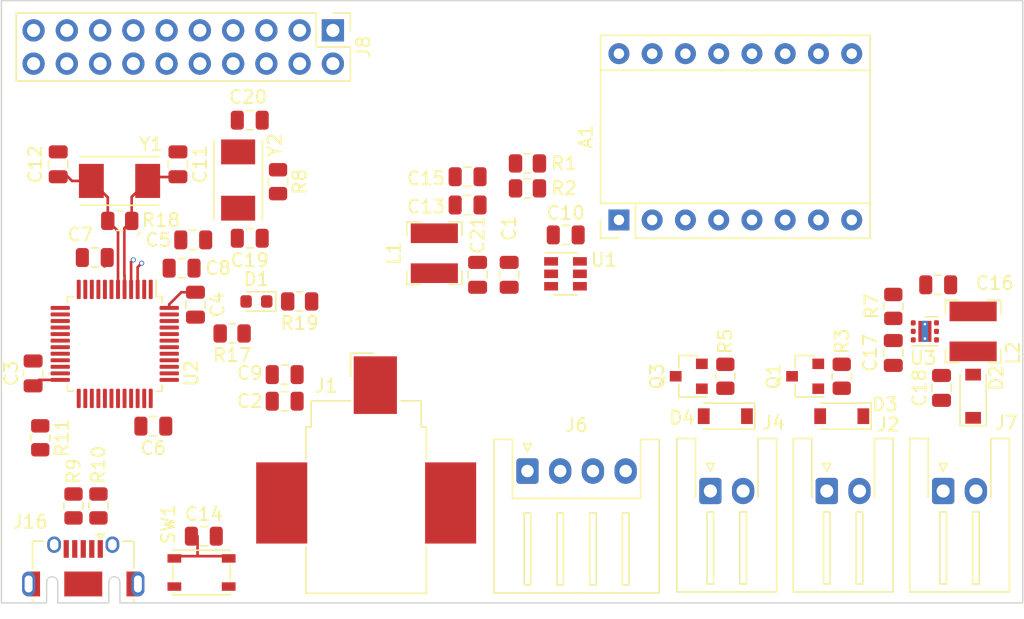
<source format=kicad_pcb>
(kicad_pcb (version 20171130) (host pcbnew 5.1.8)

  (general
    (thickness 1.6)
    (drawings 6)
    (tracks 41)
    (zones 0)
    (modules 55)
    (nets 77)
  )

  (page A4)
  (layers
    (0 F.Cu signal)
    (31 B.Cu signal)
    (32 B.Adhes user)
    (33 F.Adhes user)
    (34 B.Paste user)
    (35 F.Paste user)
    (36 B.SilkS user)
    (37 F.SilkS user)
    (38 B.Mask user)
    (39 F.Mask user)
    (40 Dwgs.User user)
    (41 Cmts.User user)
    (42 Eco1.User user)
    (43 Eco2.User user)
    (44 Edge.Cuts user)
    (45 Margin user)
    (46 B.CrtYd user hide)
    (47 F.CrtYd user)
    (48 B.Fab user)
    (49 F.Fab user hide)
  )

  (setup
    (last_trace_width 0.2032)
    (user_trace_width 0.2032)
    (trace_clearance 0.127)
    (zone_clearance 0.2032)
    (zone_45_only no)
    (trace_min 0.127)
    (via_size 0.381)
    (via_drill 0.254)
    (via_min_size 0.381)
    (via_min_drill 0.254)
    (user_via 0.381 0.254)
    (uvia_size 0.254)
    (uvia_drill 0.0762)
    (uvias_allowed no)
    (uvia_min_size 0.1778)
    (uvia_min_drill 0.0762)
    (edge_width 0.05)
    (segment_width 0.2)
    (pcb_text_width 0.3)
    (pcb_text_size 1.5 1.5)
    (mod_edge_width 0.12)
    (mod_text_size 1 1)
    (mod_text_width 0.15)
    (pad_size 1.524 1.524)
    (pad_drill 0.762)
    (pad_to_mask_clearance 0)
    (aux_axis_origin 0 0)
    (visible_elements FFFFFF7F)
    (pcbplotparams
      (layerselection 0x010fc_ffffffff)
      (usegerberextensions false)
      (usegerberattributes true)
      (usegerberadvancedattributes true)
      (creategerberjobfile true)
      (excludeedgelayer false)
      (linewidth 0.100000)
      (plotframeref false)
      (viasonmask false)
      (mode 1)
      (useauxorigin false)
      (hpglpennumber 1)
      (hpglpenspeed 20)
      (hpglpendiameter 15.000000)
      (psnegative false)
      (psa4output false)
      (plotreference true)
      (plotvalue true)
      (plotinvisibletext false)
      (padsonsilk false)
      (subtractmaskfromsilk false)
      (outputformat 1)
      (mirror false)
      (drillshape 0)
      (scaleselection 1)
      (outputdirectory "plot"))
  )

  (net 0 "")
  (net 1 +3V3)
  (net 2 GND)
  (net 3 "Net-(U2-Pad46)")
  (net 4 "Net-(U2-Pad45)")
  (net 5 "Net-(U2-Pad43)")
  (net 6 "Net-(U2-Pad39)")
  (net 7 "Net-(U2-Pad38)")
  (net 8 "Net-(U2-Pad22)")
  (net 9 "Net-(U2-Pad21)")
  (net 10 "Net-(U2-Pad20)")
  (net 11 "Net-(U2-Pad19)")
  (net 12 "Net-(U2-Pad18)")
  (net 13 +5V)
  (net 14 /USB_DM)
  (net 15 /USB_DP)
  (net 16 "Net-(J16-Pad4)")
  (net 17 /!RST)
  (net 18 /UART_RX)
  (net 19 /UART_TX)
  (net 20 OSC_IN)
  (net 21 OSC_OUT)
  (net 22 "Net-(D1-Pad1)")
  (net 23 /SWDCLK)
  (net 24 /SWDIO)
  (net 25 "Net-(R17-Pad2)")
  (net 26 +12V)
  (net 27 "Net-(A1-Pad6)")
  (net 28 "Net-(A1-Pad5)")
  (net 29 "Net-(A1-Pad4)")
  (net 30 "Net-(A1-Pad3)")
  (net 31 "Net-(U2-Pad28)")
  (net 32 "Net-(U2-Pad27)")
  (net 33 "Net-(U2-Pad26)")
  (net 34 "Net-(U2-Pad25)")
  (net 35 "Net-(C17-Pad1)")
  (net 36 "Net-(D2-Pad2)")
  (net 37 /Connector/Mot_nSLP)
  (net 38 /Connector/Mot_nRST)
  (net 39 /Connector/Mot_M2)
  (net 40 /Connector/Mot_M1)
  (net 41 /Connector/Mot_M0)
  (net 42 /Connector/Mot_Flt)
  (net 43 /Mot_Dir)
  (net 44 /TIM4_Step)
  (net 45 /Mot_En)
  (net 46 LF_OSC_IN)
  (net 47 LF_OSC_OUT)
  (net 48 /PC13)
  (net 49 "Net-(J16-Pad2)")
  (net 50 "Net-(J16-Pad3)")
  (net 51 /TIM1_Pump1)
  (net 52 /TIM3_Pump2)
  (net 53 /TIM2_LED)
  (net 54 /PA7)
  (net 55 /PA6)
  (net 56 /PA4)
  (net 57 /PA3)
  (net 58 /PA2)
  (net 59 /PA1)
  (net 60 "Net-(D3-Pad2)")
  (net 61 "Net-(D4-Pad2)")
  (net 62 "Net-(J8-Pad12)")
  (net 63 "Net-(J8-Pad10)")
  (net 64 "Net-(J8-Pad9)")
  (net 65 "Net-(J8-Pad8)")
  (net 66 "Net-(J8-Pad7)")
  (net 67 "Net-(J8-Pad6)")
  (net 68 "Net-(J8-Pad5)")
  (net 69 "Net-(J8-Pad4)")
  (net 70 "Net-(J8-Pad3)")
  (net 71 "Net-(J8-Pad2)")
  (net 72 /Power/VBST)
  (net 73 /Power/SW)
  (net 74 /Power/VFB)
  (net 75 /Connector/LED_OUT)
  (net 76 /Connector/LED_FB)

  (net_class Default "This is the default net class."
    (clearance 0.127)
    (trace_width 0.2032)
    (via_dia 0.381)
    (via_drill 0.254)
    (uvia_dia 0.254)
    (uvia_drill 0.0762)
    (diff_pair_width 0.2032)
    (diff_pair_gap 0.254)
    (add_net +12V)
    (add_net +3V3)
    (add_net +5V)
    (add_net /!RST)
    (add_net /Connector/LED_FB)
    (add_net /Connector/LED_OUT)
    (add_net /Connector/Mot_Flt)
    (add_net /Connector/Mot_M0)
    (add_net /Connector/Mot_M1)
    (add_net /Connector/Mot_M2)
    (add_net /Connector/Mot_nRST)
    (add_net /Connector/Mot_nSLP)
    (add_net /Mot_Dir)
    (add_net /Mot_En)
    (add_net /PA1)
    (add_net /PA2)
    (add_net /PA3)
    (add_net /PA4)
    (add_net /PA6)
    (add_net /PA7)
    (add_net /PC13)
    (add_net /Power/SW)
    (add_net /Power/VBST)
    (add_net /Power/VFB)
    (add_net /SWDCLK)
    (add_net /SWDIO)
    (add_net /TIM1_Pump1)
    (add_net /TIM2_LED)
    (add_net /TIM3_Pump2)
    (add_net /TIM4_Step)
    (add_net /UART_RX)
    (add_net /UART_TX)
    (add_net /USB_DM)
    (add_net /USB_DP)
    (add_net GND)
    (add_net LF_OSC_IN)
    (add_net LF_OSC_OUT)
    (add_net "Net-(A1-Pad3)")
    (add_net "Net-(A1-Pad4)")
    (add_net "Net-(A1-Pad5)")
    (add_net "Net-(A1-Pad6)")
    (add_net "Net-(C17-Pad1)")
    (add_net "Net-(D1-Pad1)")
    (add_net "Net-(D2-Pad2)")
    (add_net "Net-(D3-Pad2)")
    (add_net "Net-(D4-Pad2)")
    (add_net "Net-(J16-Pad2)")
    (add_net "Net-(J16-Pad3)")
    (add_net "Net-(J16-Pad4)")
    (add_net "Net-(J8-Pad10)")
    (add_net "Net-(J8-Pad12)")
    (add_net "Net-(J8-Pad2)")
    (add_net "Net-(J8-Pad3)")
    (add_net "Net-(J8-Pad4)")
    (add_net "Net-(J8-Pad5)")
    (add_net "Net-(J8-Pad6)")
    (add_net "Net-(J8-Pad7)")
    (add_net "Net-(J8-Pad8)")
    (add_net "Net-(J8-Pad9)")
    (add_net "Net-(R17-Pad2)")
    (add_net "Net-(U2-Pad18)")
    (add_net "Net-(U2-Pad19)")
    (add_net "Net-(U2-Pad20)")
    (add_net "Net-(U2-Pad21)")
    (add_net "Net-(U2-Pad22)")
    (add_net "Net-(U2-Pad25)")
    (add_net "Net-(U2-Pad26)")
    (add_net "Net-(U2-Pad27)")
    (add_net "Net-(U2-Pad28)")
    (add_net "Net-(U2-Pad38)")
    (add_net "Net-(U2-Pad39)")
    (add_net "Net-(U2-Pad43)")
    (add_net "Net-(U2-Pad45)")
    (add_net "Net-(U2-Pad46)")
    (add_net OSC_IN)
    (add_net OSC_OUT)
  )

  (module Crystal:Crystal_SMD_Abracon_ABM7-2Pin_6.0x3.5mm (layer F.Cu) (tedit 5B7D6636) (tstamp 5FE65AA5)
    (at 108.077 147.701 90)
    (descr "SMD Crystal Abracon ABM7, https://abracon.com/Resonators/abm7.pdf")
    (tags "SMD SMT crystal")
    (path /5FFB0BBE)
    (attr smd)
    (fp_text reference Y2 (at 2.667 2.794 90) (layer F.SilkS)
      (effects (font (size 1 1) (thickness 0.15)))
    )
    (fp_text value 32.768Khz (at 0 2.8 90) (layer F.Fab)
      (effects (font (size 1 1) (thickness 0.15)))
    )
    (fp_text user %R (at 0 -2.6 90) (layer F.Fab)
      (effects (font (size 1 1) (thickness 0.15)))
    )
    (fp_line (start -3 -1.75) (end -3 1.75) (layer F.Fab) (width 0.1))
    (fp_line (start -3 1.75) (end 3 1.75) (layer F.Fab) (width 0.1))
    (fp_line (start 3 -1.75) (end 3 1.75) (layer F.Fab) (width 0.1))
    (fp_line (start -3 -1.75) (end 3 -1.75) (layer F.Fab) (width 0.1))
    (fp_line (start -3 -1.86) (end 3 -1.86) (layer F.SilkS) (width 0.12))
    (fp_line (start -3 1.86) (end 3 1.86) (layer F.SilkS) (width 0.12))
    (fp_line (start -3.35 -2) (end 3.35 -2) (layer F.CrtYd) (width 0.05))
    (fp_line (start -3.35 -2) (end -3.35 2) (layer F.CrtYd) (width 0.05))
    (fp_line (start 3.35 2) (end 3.35 -2) (layer F.CrtYd) (width 0.05))
    (fp_line (start 3.35 2) (end -3.35 2) (layer F.CrtYd) (width 0.05))
    (pad 2 smd rect (at 2.15 0 90) (size 1.9 2.6) (layers F.Cu F.Paste F.Mask)
      (net 47 LF_OSC_OUT))
    (pad 1 smd rect (at -2.15 0 90) (size 1.9 2.6) (layers F.Cu F.Paste F.Mask)
      (net 46 LF_OSC_IN))
    (model ${KISYS3DMOD}/Crystal.3dshapes/Crystal_SMD_Abracon_ABM7-2Pin_6.0x3.5mm.wrl
      (at (xyz 0 0 0))
      (scale (xyz 1 1 1))
      (rotate (xyz 0 0 0))
    )
  )

  (module Capacitor_SMD:C_0805_2012Metric (layer F.Cu) (tedit 5F68FEEE) (tstamp 5FE64656)
    (at 104.648 152.273)
    (descr "Capacitor SMD 0805 (2012 Metric), square (rectangular) end terminal, IPC_7351 nominal, (Body size source: IPC-SM-782 page 76, https://www.pcb-3d.com/wordpress/wp-content/uploads/ipc-sm-782a_amendment_1_and_2.pdf, https://docs.google.com/spreadsheets/d/1BsfQQcO9C6DZCsRaXUlFlo91Tg2WpOkGARC1WS5S8t0/edit?usp=sharing), generated with kicad-footprint-generator")
    (tags capacitor)
    (path /5FA2C1A9)
    (attr smd)
    (fp_text reference C5 (at -2.667 0) (layer F.SilkS)
      (effects (font (size 1 1) (thickness 0.15)))
    )
    (fp_text value 0.1uF (at 0 1.68) (layer F.Fab)
      (effects (font (size 1 1) (thickness 0.15)))
    )
    (fp_line (start 1.7 0.98) (end -1.7 0.98) (layer F.CrtYd) (width 0.05))
    (fp_line (start 1.7 -0.98) (end 1.7 0.98) (layer F.CrtYd) (width 0.05))
    (fp_line (start -1.7 -0.98) (end 1.7 -0.98) (layer F.CrtYd) (width 0.05))
    (fp_line (start -1.7 0.98) (end -1.7 -0.98) (layer F.CrtYd) (width 0.05))
    (fp_line (start -0.261252 0.735) (end 0.261252 0.735) (layer F.SilkS) (width 0.12))
    (fp_line (start -0.261252 -0.735) (end 0.261252 -0.735) (layer F.SilkS) (width 0.12))
    (fp_line (start 1 0.625) (end -1 0.625) (layer F.Fab) (width 0.1))
    (fp_line (start 1 -0.625) (end 1 0.625) (layer F.Fab) (width 0.1))
    (fp_line (start -1 -0.625) (end 1 -0.625) (layer F.Fab) (width 0.1))
    (fp_line (start -1 0.625) (end -1 -0.625) (layer F.Fab) (width 0.1))
    (fp_text user %R (at 0 0) (layer F.Fab)
      (effects (font (size 0.5 0.5) (thickness 0.08)))
    )
    (pad 2 smd roundrect (at 0.95 0) (size 1 1.45) (layers F.Cu F.Paste F.Mask) (roundrect_rratio 0.25)
      (net 2 GND))
    (pad 1 smd roundrect (at -0.95 0) (size 1 1.45) (layers F.Cu F.Paste F.Mask) (roundrect_rratio 0.25)
      (net 1 +3V3))
    (model ${KISYS3DMOD}/Capacitor_SMD.3dshapes/C_0805_2012Metric.wrl
      (at (xyz 0 0 0))
      (scale (xyz 1 1 1))
      (rotate (xyz 0 0 0))
    )
  )

  (module Button_Switch_SMD:SW_SPST_PTS810 (layer F.Cu) (tedit 5B0610A8) (tstamp 5FE620D3)
    (at 105.283 177.673)
    (descr "C&K Components, PTS 810 Series, Microminiature SMT Top Actuated, http://www.ckswitches.com/media/1476/pts810.pdf")
    (tags "SPST Button Switch")
    (path /5FEF25E7)
    (attr smd)
    (fp_text reference SW1 (at -2.54 -3.683 90) (layer F.SilkS)
      (effects (font (size 1 1) (thickness 0.15)))
    )
    (fp_text value SW_Push (at 0 2.6) (layer F.Fab)
      (effects (font (size 1 1) (thickness 0.15)))
    )
    (fp_arc (start 0.4 0) (end 0.4 -1.1) (angle 180) (layer F.Fab) (width 0.1))
    (fp_arc (start -0.4 0) (end -0.4 1.1) (angle 180) (layer F.Fab) (width 0.1))
    (fp_text user %R (at 0 0) (layer F.Fab)
      (effects (font (size 0.6 0.6) (thickness 0.09)))
    )
    (fp_line (start -2.85 -1.85) (end 2.85 -1.85) (layer F.CrtYd) (width 0.05))
    (fp_line (start -2.85 1.85) (end -2.85 -1.85) (layer F.CrtYd) (width 0.05))
    (fp_line (start 2.85 1.85) (end -2.85 1.85) (layer F.CrtYd) (width 0.05))
    (fp_line (start 2.85 -1.85) (end 2.85 1.85) (layer F.CrtYd) (width 0.05))
    (fp_line (start 2.2 -1.58) (end 2.2 -1.7) (layer F.SilkS) (width 0.12))
    (fp_line (start 2.2 0.57) (end 2.2 -0.57) (layer F.SilkS) (width 0.12))
    (fp_line (start 2.2 1.7) (end 2.2 1.58) (layer F.SilkS) (width 0.12))
    (fp_line (start -2.2 1.7) (end 2.2 1.7) (layer F.SilkS) (width 0.12))
    (fp_line (start -2.2 1.58) (end -2.2 1.7) (layer F.SilkS) (width 0.12))
    (fp_line (start -2.2 -0.57) (end -2.2 0.57) (layer F.SilkS) (width 0.12))
    (fp_line (start -2.2 -1.7) (end -2.2 -1.58) (layer F.SilkS) (width 0.12))
    (fp_line (start 2.2 -1.7) (end -2.2 -1.7) (layer F.SilkS) (width 0.12))
    (fp_line (start 0.4 1.1) (end -0.4 1.1) (layer F.Fab) (width 0.1))
    (fp_line (start -0.4 -1.1) (end 0.4 -1.1) (layer F.Fab) (width 0.1))
    (fp_line (start -2.1 1.6) (end 2.1 1.6) (layer F.Fab) (width 0.1))
    (fp_line (start -2.1 -1.6) (end -2.1 1.6) (layer F.Fab) (width 0.1))
    (fp_line (start 2.1 -1.6) (end -2.1 -1.6) (layer F.Fab) (width 0.1))
    (fp_line (start 2.1 1.6) (end 2.1 -1.6) (layer F.Fab) (width 0.1))
    (pad 2 smd rect (at 2.075 1.075) (size 1.05 0.65) (layers F.Cu F.Paste F.Mask)
      (net 2 GND))
    (pad 2 smd rect (at -2.075 1.075) (size 1.05 0.65) (layers F.Cu F.Paste F.Mask)
      (net 2 GND))
    (pad 1 smd rect (at 2.075 -1.075) (size 1.05 0.65) (layers F.Cu F.Paste F.Mask)
      (net 17 /!RST))
    (pad 1 smd rect (at -2.075 -1.075) (size 1.05 0.65) (layers F.Cu F.Paste F.Mask)
      (net 17 /!RST))
    (model ${KIPRJMOD}/3d/PTS810.step
      (at (xyz 0 0 0))
      (scale (xyz 1 1 1))
      (rotate (xyz 0 0 0))
    )
  )

  (module Connector_BarrelJack:BarrelJack_CUI_PJ-036AH-SMT_Horizontal (layer F.Cu) (tedit 5A1DBF38) (tstamp 5FE5BFD5)
    (at 117.856 169.164)
    (descr "Surface-mount DC Barrel Jack, http://www.cui.com/product/resource/pj-036ah-smt.pdf")
    (tags "Power Jack SMT")
    (path /601F0BEE/5FEC522B)
    (attr smd)
    (fp_text reference J1 (at -3.048 -5.75) (layer F.SilkS)
      (effects (font (size 1 1) (thickness 0.15)))
    )
    (fp_text value PJ-036AH-SMT-TR (at 0 11.25) (layer F.Fab)
      (effects (font (size 1 1) (thickness 0.15)))
    )
    (fp_text user %R (at 0 0) (layer F.Fab)
      (effects (font (size 1 1) (thickness 0.15)))
    )
    (fp_line (start -8.9 -8.5) (end -8.9 10.5) (layer F.CrtYd) (width 0.05))
    (fp_line (start -8.9 10.5) (end 8.9 10.5) (layer F.CrtYd) (width 0.05))
    (fp_line (start 8.9 10.5) (end 8.9 -8.5) (layer F.CrtYd) (width 0.05))
    (fp_line (start 8.9 -8.5) (end -8.9 -8.5) (layer F.CrtYd) (width 0.05))
    (fp_line (start 4.6 6.55) (end 4.6 10.1) (layer F.SilkS) (width 0.12))
    (fp_line (start 4.6 10.1) (end -4.6 10.1) (layer F.SilkS) (width 0.12))
    (fp_line (start -4.6 10.1) (end -4.6 6.55) (layer F.SilkS) (width 0.12))
    (fp_line (start -4.6 -0.15) (end -4.6 -2.6) (layer F.SilkS) (width 0.12))
    (fp_line (start -4.6 -2.6) (end -4.2 -2.6) (layer F.SilkS) (width 0.12))
    (fp_line (start -4.2 -2.6) (end -4.2 -4.6) (layer F.SilkS) (width 0.12))
    (fp_line (start -4.2 -4.6) (end -1.2 -4.6) (layer F.SilkS) (width 0.12))
    (fp_line (start 2.6 -4.6) (end 4.2 -4.6) (layer F.SilkS) (width 0.12))
    (fp_line (start 4.2 -4.6) (end 4.2 -2.6) (layer F.SilkS) (width 0.12))
    (fp_line (start 4.2 -2.6) (end 4.6 -2.6) (layer F.SilkS) (width 0.12))
    (fp_line (start 4.6 -2.6) (end 4.6 -0.15) (layer F.SilkS) (width 0.12))
    (fp_line (start -1.19 -6.5) (end -1.19 -8.24) (layer F.SilkS) (width 0.12))
    (fp_line (start -1.19 -8.24) (end 0.55 -8.24) (layer F.SilkS) (width 0.12))
    (fp_line (start 4.1 -4.5) (end -4.1 -4.5) (layer F.Fab) (width 0.1))
    (fp_line (start -4.1 -4.5) (end -4.1 -2.5) (layer F.Fab) (width 0.1))
    (fp_line (start -4.1 -2.5) (end -4.5 -2.5) (layer F.Fab) (width 0.1))
    (fp_line (start -4.5 -2.5) (end -4.5 10) (layer F.Fab) (width 0.1))
    (fp_line (start -4.5 10) (end 4.5 10) (layer F.Fab) (width 0.1))
    (fp_line (start 4.5 10) (end 4.5 -2.5) (layer F.Fab) (width 0.1))
    (fp_line (start 4.5 -2.5) (end 4.1 -2.5) (layer F.Fab) (width 0.1))
    (fp_line (start 4.1 -2.5) (end 4.1 -4.5) (layer F.Fab) (width 0.1))
    (fp_circle (center 0.7 -3.4) (end 0.75 -2.95) (layer F.Fab) (width 0.12))
    (pad "" np_thru_hole circle (at 0 7) (size 2 2) (drill 2) (layers *.Cu *.Mask))
    (pad 3 smd rect (at 6.45 3.2) (size 3.9 6.2) (layers F.Cu F.Paste F.Mask)
      (net 2 GND))
    (pad 2 smd rect (at -6.45 3.2) (size 3.9 6.2) (layers F.Cu F.Paste F.Mask)
      (net 2 GND))
    (pad 1 smd rect (at 0.7 -5.8) (size 3.3 4.4) (layers F.Cu F.Paste F.Mask)
      (net 26 +12V))
    (model ${KIPRJMOD}/3d/CUI_DEVICES_PJ-036AH-SMT-TR.step
      (offset (xyz 0 -10.16 0))
      (scale (xyz 1 1 1))
      (rotate (xyz -90 0 0))
    )
  )

  (module Capacitor_SMD:C_0805_2012Metric (layer F.Cu) (tedit 5F68FEEE) (tstamp 5FE56406)
    (at 126.365 154.94 90)
    (descr "Capacitor SMD 0805 (2012 Metric), square (rectangular) end terminal, IPC_7351 nominal, (Body size source: IPC-SM-782 page 76, https://www.pcb-3d.com/wordpress/wp-content/uploads/ipc-sm-782a_amendment_1_and_2.pdf, https://docs.google.com/spreadsheets/d/1BsfQQcO9C6DZCsRaXUlFlo91Tg2WpOkGARC1WS5S8t0/edit?usp=sharing), generated with kicad-footprint-generator")
    (tags capacitor)
    (path /601F0BEE/5FEACA92)
    (attr smd)
    (fp_text reference C21 (at 3.048 0 90) (layer F.SilkS)
      (effects (font (size 1 1) (thickness 0.15)))
    )
    (fp_text value 1uF (at 0 1.68 90) (layer F.Fab)
      (effects (font (size 1 1) (thickness 0.15)))
    )
    (fp_text user %R (at 0 0 90) (layer F.Fab)
      (effects (font (size 0.5 0.5) (thickness 0.08)))
    )
    (fp_line (start -1 0.625) (end -1 -0.625) (layer F.Fab) (width 0.1))
    (fp_line (start -1 -0.625) (end 1 -0.625) (layer F.Fab) (width 0.1))
    (fp_line (start 1 -0.625) (end 1 0.625) (layer F.Fab) (width 0.1))
    (fp_line (start 1 0.625) (end -1 0.625) (layer F.Fab) (width 0.1))
    (fp_line (start -0.261252 -0.735) (end 0.261252 -0.735) (layer F.SilkS) (width 0.12))
    (fp_line (start -0.261252 0.735) (end 0.261252 0.735) (layer F.SilkS) (width 0.12))
    (fp_line (start -1.7 0.98) (end -1.7 -0.98) (layer F.CrtYd) (width 0.05))
    (fp_line (start -1.7 -0.98) (end 1.7 -0.98) (layer F.CrtYd) (width 0.05))
    (fp_line (start 1.7 -0.98) (end 1.7 0.98) (layer F.CrtYd) (width 0.05))
    (fp_line (start 1.7 0.98) (end -1.7 0.98) (layer F.CrtYd) (width 0.05))
    (pad 2 smd roundrect (at 0.95 0 90) (size 1 1.45) (layers F.Cu F.Paste F.Mask) (roundrect_rratio 0.25)
      (net 2 GND))
    (pad 1 smd roundrect (at -0.95 0 90) (size 1 1.45) (layers F.Cu F.Paste F.Mask) (roundrect_rratio 0.25)
      (net 26 +12V))
    (model ${KISYS3DMOD}/Capacitor_SMD.3dshapes/C_0805_2012Metric.wrl
      (at (xyz 0 0 0))
      (scale (xyz 1 1 1))
      (rotate (xyz 0 0 0))
    )
  )

  (module Connector_PinHeader_2.54mm:PinHeader_2x10_P2.54mm_Vertical (layer F.Cu) (tedit 59FED5CC) (tstamp 5FE54CED)
    (at 115.316 136.271 270)
    (descr "Through hole straight pin header, 2x10, 2.54mm pitch, double rows")
    (tags "Through hole pin header THT 2x10 2.54mm double row")
    (path /60232B3A)
    (fp_text reference J8 (at 1.27 -2.33 90) (layer F.SilkS)
      (effects (font (size 1 1) (thickness 0.15)))
    )
    (fp_text value Conn_02x10_Counter_Clockwise (at 1.27 25.19 90) (layer F.Fab)
      (effects (font (size 1 1) (thickness 0.15)))
    )
    (fp_text user %R (at 1.27 11.43) (layer F.Fab)
      (effects (font (size 1 1) (thickness 0.15)))
    )
    (fp_line (start 0 -1.27) (end 3.81 -1.27) (layer F.Fab) (width 0.1))
    (fp_line (start 3.81 -1.27) (end 3.81 24.13) (layer F.Fab) (width 0.1))
    (fp_line (start 3.81 24.13) (end -1.27 24.13) (layer F.Fab) (width 0.1))
    (fp_line (start -1.27 24.13) (end -1.27 0) (layer F.Fab) (width 0.1))
    (fp_line (start -1.27 0) (end 0 -1.27) (layer F.Fab) (width 0.1))
    (fp_line (start -1.33 24.19) (end 3.87 24.19) (layer F.SilkS) (width 0.12))
    (fp_line (start -1.33 1.27) (end -1.33 24.19) (layer F.SilkS) (width 0.12))
    (fp_line (start 3.87 -1.33) (end 3.87 24.19) (layer F.SilkS) (width 0.12))
    (fp_line (start -1.33 1.27) (end 1.27 1.27) (layer F.SilkS) (width 0.12))
    (fp_line (start 1.27 1.27) (end 1.27 -1.33) (layer F.SilkS) (width 0.12))
    (fp_line (start 1.27 -1.33) (end 3.87 -1.33) (layer F.SilkS) (width 0.12))
    (fp_line (start -1.33 0) (end -1.33 -1.33) (layer F.SilkS) (width 0.12))
    (fp_line (start -1.33 -1.33) (end 0 -1.33) (layer F.SilkS) (width 0.12))
    (fp_line (start -1.8 -1.8) (end -1.8 24.65) (layer F.CrtYd) (width 0.05))
    (fp_line (start -1.8 24.65) (end 4.35 24.65) (layer F.CrtYd) (width 0.05))
    (fp_line (start 4.35 24.65) (end 4.35 -1.8) (layer F.CrtYd) (width 0.05))
    (fp_line (start 4.35 -1.8) (end -1.8 -1.8) (layer F.CrtYd) (width 0.05))
    (pad 20 thru_hole oval (at 2.54 22.86 270) (size 1.7 1.7) (drill 1) (layers *.Cu *.Mask)
      (net 59 /PA1))
    (pad 19 thru_hole oval (at 0 22.86 270) (size 1.7 1.7) (drill 1) (layers *.Cu *.Mask)
      (net 58 /PA2))
    (pad 18 thru_hole oval (at 2.54 20.32 270) (size 1.7 1.7) (drill 1) (layers *.Cu *.Mask)
      (net 57 /PA3))
    (pad 17 thru_hole oval (at 0 20.32 270) (size 1.7 1.7) (drill 1) (layers *.Cu *.Mask)
      (net 56 /PA4))
    (pad 16 thru_hole oval (at 2.54 17.78 270) (size 1.7 1.7) (drill 1) (layers *.Cu *.Mask)
      (net 55 /PA6))
    (pad 15 thru_hole oval (at 0 17.78 270) (size 1.7 1.7) (drill 1) (layers *.Cu *.Mask)
      (net 54 /PA7))
    (pad 14 thru_hole oval (at 2.54 15.24 270) (size 1.7 1.7) (drill 1) (layers *.Cu *.Mask)
      (net 19 /UART_TX))
    (pad 13 thru_hole oval (at 0 15.24 270) (size 1.7 1.7) (drill 1) (layers *.Cu *.Mask)
      (net 18 /UART_RX))
    (pad 12 thru_hole oval (at 2.54 12.7 270) (size 1.7 1.7) (drill 1) (layers *.Cu *.Mask)
      (net 62 "Net-(J8-Pad12)"))
    (pad 11 thru_hole oval (at 0 12.7 270) (size 1.7 1.7) (drill 1) (layers *.Cu *.Mask)
      (net 2 GND))
    (pad 10 thru_hole oval (at 2.54 10.16 270) (size 1.7 1.7) (drill 1) (layers *.Cu *.Mask)
      (net 63 "Net-(J8-Pad10)"))
    (pad 9 thru_hole oval (at 0 10.16 270) (size 1.7 1.7) (drill 1) (layers *.Cu *.Mask)
      (net 64 "Net-(J8-Pad9)"))
    (pad 8 thru_hole oval (at 2.54 7.62 270) (size 1.7 1.7) (drill 1) (layers *.Cu *.Mask)
      (net 65 "Net-(J8-Pad8)"))
    (pad 7 thru_hole oval (at 0 7.62 270) (size 1.7 1.7) (drill 1) (layers *.Cu *.Mask)
      (net 66 "Net-(J8-Pad7)"))
    (pad 6 thru_hole oval (at 2.54 5.08 270) (size 1.7 1.7) (drill 1) (layers *.Cu *.Mask)
      (net 67 "Net-(J8-Pad6)"))
    (pad 5 thru_hole oval (at 0 5.08 270) (size 1.7 1.7) (drill 1) (layers *.Cu *.Mask)
      (net 68 "Net-(J8-Pad5)"))
    (pad 4 thru_hole oval (at 2.54 2.54 270) (size 1.7 1.7) (drill 1) (layers *.Cu *.Mask)
      (net 69 "Net-(J8-Pad4)"))
    (pad 3 thru_hole oval (at 0 2.54 270) (size 1.7 1.7) (drill 1) (layers *.Cu *.Mask)
      (net 70 "Net-(J8-Pad3)"))
    (pad 2 thru_hole oval (at 2.54 0 270) (size 1.7 1.7) (drill 1) (layers *.Cu *.Mask)
      (net 71 "Net-(J8-Pad2)"))
    (pad 1 thru_hole rect (at 0 0 270) (size 1.7 1.7) (drill 1) (layers *.Cu *.Mask)
      (net 1 +3V3))
    (model ${KISYS3DMOD}/Connector_PinHeader_2.54mm.3dshapes/PinHeader_2x10_P2.54mm_Vertical.wrl
      (at (xyz 0 0 0))
      (scale (xyz 1 1 1))
      (rotate (xyz 0 0 0))
    )
  )

  (module Diode_SMD:D_SOD-123 (layer F.Cu) (tedit 58645DC7) (tstamp 5FE55547)
    (at 145.288 165.735 180)
    (descr SOD-123)
    (tags SOD-123)
    (path /60234C96/5FE6F488)
    (attr smd)
    (fp_text reference D4 (at 3.302 -0.127) (layer F.SilkS)
      (effects (font (size 1 1) (thickness 0.15)))
    )
    (fp_text value MBR0540 (at 0 2.1) (layer F.Fab)
      (effects (font (size 1 1) (thickness 0.15)))
    )
    (fp_text user %R (at 0 -2) (layer F.Fab)
      (effects (font (size 1 1) (thickness 0.15)))
    )
    (fp_line (start -2.25 -1) (end -2.25 1) (layer F.SilkS) (width 0.12))
    (fp_line (start 0.25 0) (end 0.75 0) (layer F.Fab) (width 0.1))
    (fp_line (start 0.25 0.4) (end -0.35 0) (layer F.Fab) (width 0.1))
    (fp_line (start 0.25 -0.4) (end 0.25 0.4) (layer F.Fab) (width 0.1))
    (fp_line (start -0.35 0) (end 0.25 -0.4) (layer F.Fab) (width 0.1))
    (fp_line (start -0.35 0) (end -0.35 0.55) (layer F.Fab) (width 0.1))
    (fp_line (start -0.35 0) (end -0.35 -0.55) (layer F.Fab) (width 0.1))
    (fp_line (start -0.75 0) (end -0.35 0) (layer F.Fab) (width 0.1))
    (fp_line (start -1.4 0.9) (end -1.4 -0.9) (layer F.Fab) (width 0.1))
    (fp_line (start 1.4 0.9) (end -1.4 0.9) (layer F.Fab) (width 0.1))
    (fp_line (start 1.4 -0.9) (end 1.4 0.9) (layer F.Fab) (width 0.1))
    (fp_line (start -1.4 -0.9) (end 1.4 -0.9) (layer F.Fab) (width 0.1))
    (fp_line (start -2.35 -1.15) (end 2.35 -1.15) (layer F.CrtYd) (width 0.05))
    (fp_line (start 2.35 -1.15) (end 2.35 1.15) (layer F.CrtYd) (width 0.05))
    (fp_line (start 2.35 1.15) (end -2.35 1.15) (layer F.CrtYd) (width 0.05))
    (fp_line (start -2.35 -1.15) (end -2.35 1.15) (layer F.CrtYd) (width 0.05))
    (fp_line (start -2.25 1) (end 1.65 1) (layer F.SilkS) (width 0.12))
    (fp_line (start -2.25 -1) (end 1.65 -1) (layer F.SilkS) (width 0.12))
    (pad 2 smd rect (at 1.65 0 180) (size 0.9 1.2) (layers F.Cu F.Paste F.Mask)
      (net 61 "Net-(D4-Pad2)"))
    (pad 1 smd rect (at -1.65 0 180) (size 0.9 1.2) (layers F.Cu F.Paste F.Mask)
      (net 26 +12V))
    (model ${KISYS3DMOD}/Diode_SMD.3dshapes/D_SOD-123.wrl
      (at (xyz 0 0 0))
      (scale (xyz 1 1 1))
      (rotate (xyz 0 0 0))
    )
  )

  (module Diode_SMD:D_SOD-123 (layer F.Cu) (tedit 58645DC7) (tstamp 5FE54B28)
    (at 154.178 165.735 180)
    (descr SOD-123)
    (tags SOD-123)
    (path /60234C96/5FE67542)
    (attr smd)
    (fp_text reference D3 (at -3.302 0.889) (layer F.SilkS)
      (effects (font (size 1 1) (thickness 0.15)))
    )
    (fp_text value MBR0540 (at 0 2.1) (layer F.Fab)
      (effects (font (size 1 1) (thickness 0.15)))
    )
    (fp_text user %R (at 0 -2) (layer F.Fab)
      (effects (font (size 1 1) (thickness 0.15)))
    )
    (fp_line (start -2.25 -1) (end -2.25 1) (layer F.SilkS) (width 0.12))
    (fp_line (start 0.25 0) (end 0.75 0) (layer F.Fab) (width 0.1))
    (fp_line (start 0.25 0.4) (end -0.35 0) (layer F.Fab) (width 0.1))
    (fp_line (start 0.25 -0.4) (end 0.25 0.4) (layer F.Fab) (width 0.1))
    (fp_line (start -0.35 0) (end 0.25 -0.4) (layer F.Fab) (width 0.1))
    (fp_line (start -0.35 0) (end -0.35 0.55) (layer F.Fab) (width 0.1))
    (fp_line (start -0.35 0) (end -0.35 -0.55) (layer F.Fab) (width 0.1))
    (fp_line (start -0.75 0) (end -0.35 0) (layer F.Fab) (width 0.1))
    (fp_line (start -1.4 0.9) (end -1.4 -0.9) (layer F.Fab) (width 0.1))
    (fp_line (start 1.4 0.9) (end -1.4 0.9) (layer F.Fab) (width 0.1))
    (fp_line (start 1.4 -0.9) (end 1.4 0.9) (layer F.Fab) (width 0.1))
    (fp_line (start -1.4 -0.9) (end 1.4 -0.9) (layer F.Fab) (width 0.1))
    (fp_line (start -2.35 -1.15) (end 2.35 -1.15) (layer F.CrtYd) (width 0.05))
    (fp_line (start 2.35 -1.15) (end 2.35 1.15) (layer F.CrtYd) (width 0.05))
    (fp_line (start 2.35 1.15) (end -2.35 1.15) (layer F.CrtYd) (width 0.05))
    (fp_line (start -2.35 -1.15) (end -2.35 1.15) (layer F.CrtYd) (width 0.05))
    (fp_line (start -2.25 1) (end 1.65 1) (layer F.SilkS) (width 0.12))
    (fp_line (start -2.25 -1) (end 1.65 -1) (layer F.SilkS) (width 0.12))
    (pad 2 smd rect (at 1.65 0 180) (size 0.9 1.2) (layers F.Cu F.Paste F.Mask)
      (net 60 "Net-(D3-Pad2)"))
    (pad 1 smd rect (at -1.65 0 180) (size 0.9 1.2) (layers F.Cu F.Paste F.Mask)
      (net 26 +12V))
    (model ${KISYS3DMOD}/Diode_SMD.3dshapes/D_SOD-123.wrl
      (at (xyz 0 0 0))
      (scale (xyz 1 1 1))
      (rotate (xyz 0 0 0))
    )
  )

  (module Resistor_SMD:R_0805_2012Metric (layer F.Cu) (tedit 5F68FEEE) (tstamp 5FE660B2)
    (at 92.964 167.386 270)
    (descr "Resistor SMD 0805 (2012 Metric), square (rectangular) end terminal, IPC_7351 nominal, (Body size source: IPC-SM-782 page 72, https://www.pcb-3d.com/wordpress/wp-content/uploads/ipc-sm-782a_amendment_1_and_2.pdf), generated with kicad-footprint-generator")
    (tags resistor)
    (path /60087D2A)
    (attr smd)
    (fp_text reference R11 (at 0 -1.65 90) (layer F.SilkS)
      (effects (font (size 1 1) (thickness 0.15)))
    )
    (fp_text value 1.5k (at 0 1.65 90) (layer F.Fab)
      (effects (font (size 1 1) (thickness 0.15)))
    )
    (fp_line (start 1.68 0.95) (end -1.68 0.95) (layer F.CrtYd) (width 0.05))
    (fp_line (start 1.68 -0.95) (end 1.68 0.95) (layer F.CrtYd) (width 0.05))
    (fp_line (start -1.68 -0.95) (end 1.68 -0.95) (layer F.CrtYd) (width 0.05))
    (fp_line (start -1.68 0.95) (end -1.68 -0.95) (layer F.CrtYd) (width 0.05))
    (fp_line (start -0.227064 0.735) (end 0.227064 0.735) (layer F.SilkS) (width 0.12))
    (fp_line (start -0.227064 -0.735) (end 0.227064 -0.735) (layer F.SilkS) (width 0.12))
    (fp_line (start 1 0.625) (end -1 0.625) (layer F.Fab) (width 0.1))
    (fp_line (start 1 -0.625) (end 1 0.625) (layer F.Fab) (width 0.1))
    (fp_line (start -1 -0.625) (end 1 -0.625) (layer F.Fab) (width 0.1))
    (fp_line (start -1 0.625) (end -1 -0.625) (layer F.Fab) (width 0.1))
    (fp_text user %R (at 0 0 90) (layer F.Fab)
      (effects (font (size 0.5 0.5) (thickness 0.08)))
    )
    (pad 2 smd roundrect (at 0.9125 0 270) (size 1.025 1.4) (layers F.Cu F.Paste F.Mask) (roundrect_rratio 0.243902)
      (net 15 /USB_DP))
    (pad 1 smd roundrect (at -0.9125 0 270) (size 1.025 1.4) (layers F.Cu F.Paste F.Mask) (roundrect_rratio 0.243902)
      (net 1 +3V3))
    (model ${KISYS3DMOD}/Resistor_SMD.3dshapes/R_0805_2012Metric.wrl
      (at (xyz 0 0 0))
      (scale (xyz 1 1 1))
      (rotate (xyz 0 0 0))
    )
  )

  (module Resistor_SMD:R_0805_2012Metric (layer F.Cu) (tedit 5F68FEEE) (tstamp 5FE3DD0E)
    (at 97.409 172.593 90)
    (descr "Resistor SMD 0805 (2012 Metric), square (rectangular) end terminal, IPC_7351 nominal, (Body size source: IPC-SM-782 page 72, https://www.pcb-3d.com/wordpress/wp-content/uploads/ipc-sm-782a_amendment_1_and_2.pdf), generated with kicad-footprint-generator")
    (tags resistor)
    (path /600587BD)
    (attr smd)
    (fp_text reference R10 (at 3.1515 0 90) (layer F.SilkS)
      (effects (font (size 1 1) (thickness 0.15)))
    )
    (fp_text value 20R (at 0 1.65 90) (layer F.Fab)
      (effects (font (size 1 1) (thickness 0.15)))
    )
    (fp_line (start 1.68 0.95) (end -1.68 0.95) (layer F.CrtYd) (width 0.05))
    (fp_line (start 1.68 -0.95) (end 1.68 0.95) (layer F.CrtYd) (width 0.05))
    (fp_line (start -1.68 -0.95) (end 1.68 -0.95) (layer F.CrtYd) (width 0.05))
    (fp_line (start -1.68 0.95) (end -1.68 -0.95) (layer F.CrtYd) (width 0.05))
    (fp_line (start -0.227064 0.735) (end 0.227064 0.735) (layer F.SilkS) (width 0.12))
    (fp_line (start -0.227064 -0.735) (end 0.227064 -0.735) (layer F.SilkS) (width 0.12))
    (fp_line (start 1 0.625) (end -1 0.625) (layer F.Fab) (width 0.1))
    (fp_line (start 1 -0.625) (end 1 0.625) (layer F.Fab) (width 0.1))
    (fp_line (start -1 -0.625) (end 1 -0.625) (layer F.Fab) (width 0.1))
    (fp_line (start -1 0.625) (end -1 -0.625) (layer F.Fab) (width 0.1))
    (fp_text user %R (at 0 0 90) (layer F.Fab)
      (effects (font (size 0.5 0.5) (thickness 0.08)))
    )
    (pad 2 smd roundrect (at 0.9125 0 90) (size 1.025 1.4) (layers F.Cu F.Paste F.Mask) (roundrect_rratio 0.243902)
      (net 14 /USB_DM))
    (pad 1 smd roundrect (at -0.9125 0 90) (size 1.025 1.4) (layers F.Cu F.Paste F.Mask) (roundrect_rratio 0.243902)
      (net 49 "Net-(J16-Pad2)"))
    (model ${KISYS3DMOD}/Resistor_SMD.3dshapes/R_0805_2012Metric.wrl
      (at (xyz 0 0 0))
      (scale (xyz 1 1 1))
      (rotate (xyz 0 0 0))
    )
  )

  (module Resistor_SMD:R_0805_2012Metric (layer F.Cu) (tedit 5F68FEEE) (tstamp 5FE3DCFD)
    (at 95.504 172.593 90)
    (descr "Resistor SMD 0805 (2012 Metric), square (rectangular) end terminal, IPC_7351 nominal, (Body size source: IPC-SM-782 page 72, https://www.pcb-3d.com/wordpress/wp-content/uploads/ipc-sm-782a_amendment_1_and_2.pdf), generated with kicad-footprint-generator")
    (tags resistor)
    (path /6004B2F8)
    (attr smd)
    (fp_text reference R9 (at 2.667 0 90) (layer F.SilkS)
      (effects (font (size 1 1) (thickness 0.15)))
    )
    (fp_text value 20R (at 0 1.65 90) (layer F.Fab)
      (effects (font (size 1 1) (thickness 0.15)))
    )
    (fp_line (start 1.68 0.95) (end -1.68 0.95) (layer F.CrtYd) (width 0.05))
    (fp_line (start 1.68 -0.95) (end 1.68 0.95) (layer F.CrtYd) (width 0.05))
    (fp_line (start -1.68 -0.95) (end 1.68 -0.95) (layer F.CrtYd) (width 0.05))
    (fp_line (start -1.68 0.95) (end -1.68 -0.95) (layer F.CrtYd) (width 0.05))
    (fp_line (start -0.227064 0.735) (end 0.227064 0.735) (layer F.SilkS) (width 0.12))
    (fp_line (start -0.227064 -0.735) (end 0.227064 -0.735) (layer F.SilkS) (width 0.12))
    (fp_line (start 1 0.625) (end -1 0.625) (layer F.Fab) (width 0.1))
    (fp_line (start 1 -0.625) (end 1 0.625) (layer F.Fab) (width 0.1))
    (fp_line (start -1 -0.625) (end 1 -0.625) (layer F.Fab) (width 0.1))
    (fp_line (start -1 0.625) (end -1 -0.625) (layer F.Fab) (width 0.1))
    (fp_text user %R (at 0 0 90) (layer F.Fab)
      (effects (font (size 0.5 0.5) (thickness 0.08)))
    )
    (pad 2 smd roundrect (at 0.9125 0 90) (size 1.025 1.4) (layers F.Cu F.Paste F.Mask) (roundrect_rratio 0.243902)
      (net 15 /USB_DP))
    (pad 1 smd roundrect (at -0.9125 0 90) (size 1.025 1.4) (layers F.Cu F.Paste F.Mask) (roundrect_rratio 0.243902)
      (net 50 "Net-(J16-Pad3)"))
    (model ${KISYS3DMOD}/Resistor_SMD.3dshapes/R_0805_2012Metric.wrl
      (at (xyz 0 0 0))
      (scale (xyz 1 1 1))
      (rotate (xyz 0 0 0))
    )
  )

  (module Resistor_SMD:R_0805_2012Metric (layer F.Cu) (tedit 5F68FEEE) (tstamp 5FE3DCEC)
    (at 111.125 147.828 270)
    (descr "Resistor SMD 0805 (2012 Metric), square (rectangular) end terminal, IPC_7351 nominal, (Body size source: IPC-SM-782 page 72, https://www.pcb-3d.com/wordpress/wp-content/uploads/ipc-sm-782a_amendment_1_and_2.pdf), generated with kicad-footprint-generator")
    (tags resistor)
    (path /5FFB0BB3)
    (attr smd)
    (fp_text reference R8 (at 0 -1.65 90) (layer F.SilkS)
      (effects (font (size 1 1) (thickness 0.15)))
    )
    (fp_text value 1M (at 0 1.65 90) (layer F.Fab)
      (effects (font (size 1 1) (thickness 0.15)))
    )
    (fp_line (start 1.68 0.95) (end -1.68 0.95) (layer F.CrtYd) (width 0.05))
    (fp_line (start 1.68 -0.95) (end 1.68 0.95) (layer F.CrtYd) (width 0.05))
    (fp_line (start -1.68 -0.95) (end 1.68 -0.95) (layer F.CrtYd) (width 0.05))
    (fp_line (start -1.68 0.95) (end -1.68 -0.95) (layer F.CrtYd) (width 0.05))
    (fp_line (start -0.227064 0.735) (end 0.227064 0.735) (layer F.SilkS) (width 0.12))
    (fp_line (start -0.227064 -0.735) (end 0.227064 -0.735) (layer F.SilkS) (width 0.12))
    (fp_line (start 1 0.625) (end -1 0.625) (layer F.Fab) (width 0.1))
    (fp_line (start 1 -0.625) (end 1 0.625) (layer F.Fab) (width 0.1))
    (fp_line (start -1 -0.625) (end 1 -0.625) (layer F.Fab) (width 0.1))
    (fp_line (start -1 0.625) (end -1 -0.625) (layer F.Fab) (width 0.1))
    (fp_text user %R (at 0 0 90) (layer F.Fab)
      (effects (font (size 0.5 0.5) (thickness 0.08)))
    )
    (pad 2 smd roundrect (at 0.9125 0 270) (size 1.025 1.4) (layers F.Cu F.Paste F.Mask) (roundrect_rratio 0.243902)
      (net 46 LF_OSC_IN))
    (pad 1 smd roundrect (at -0.9125 0 270) (size 1.025 1.4) (layers F.Cu F.Paste F.Mask) (roundrect_rratio 0.243902)
      (net 47 LF_OSC_OUT))
    (model ${KISYS3DMOD}/Resistor_SMD.3dshapes/R_0805_2012Metric.wrl
      (at (xyz 0 0 0))
      (scale (xyz 1 1 1))
      (rotate (xyz 0 0 0))
    )
  )

  (module Inductor_SMD:L_Bourns-SRN4018 (layer F.Cu) (tedit 5B471911) (tstamp 5FE3DBEB)
    (at 164.211 159.258 270)
    (descr "Bourns SRN4018 series SMD inductor, https://www.bourns.com/docs/Product-Datasheets/SRN4018.pdf")
    (tags "Bourns SRN4018 SMD inductor")
    (path /60234C96/5FE6DE86)
    (attr smd)
    (fp_text reference L2 (at 1.651 -3.048 90) (layer F.SilkS)
      (effects (font (size 1 1) (thickness 0.15)))
    )
    (fp_text value 22uH (at 0 -3.1 90) (layer F.Fab)
      (effects (font (size 1 1) (thickness 0.15)))
    )
    (fp_line (start -2.53 -2.25) (end -2.53 2.25) (layer F.CrtYd) (width 0.05))
    (fp_line (start -2.53 2.25) (end 2.53 2.25) (layer F.CrtYd) (width 0.05))
    (fp_line (start 2.53 -2.25) (end 2.53 2.25) (layer F.CrtYd) (width 0.05))
    (fp_line (start -2.53 -2.25) (end 2.53 -2.25) (layer F.CrtYd) (width 0.05))
    (fp_line (start -2.385 2.11) (end -1.36 2.11) (layer F.SilkS) (width 0.12))
    (fp_line (start 2.385 2.11) (end 1.36 2.11) (layer F.SilkS) (width 0.12))
    (fp_line (start -2.385 2.11) (end -2.385 1.085) (layer F.SilkS) (width 0.12))
    (fp_line (start 2.385 2.11) (end 2.385 1.085) (layer F.SilkS) (width 0.12))
    (fp_line (start 2.385 -2.11) (end 2.385 -1.085) (layer F.SilkS) (width 0.12))
    (fp_line (start 2.385 -2.11) (end 1.36 -2.11) (layer F.SilkS) (width 0.12))
    (fp_line (start 2 -2) (end 2 2) (layer F.Fab) (width 0.1))
    (fp_line (start -2 -2) (end -2 2) (layer F.Fab) (width 0.1))
    (fp_line (start -2.385 -2.11) (end -1.36 -2.11) (layer F.SilkS) (width 0.12))
    (fp_line (start -2.385 -2.11) (end -2.385 -1.085) (layer F.SilkS) (width 0.12))
    (fp_line (start -2 -2) (end 2 -2) (layer F.Fab) (width 0.1))
    (fp_line (start 2 2) (end -2 2) (layer F.Fab) (width 0.1))
    (fp_text user %R (at 0 0 90) (layer F.Fab)
      (effects (font (size 1 1) (thickness 0.15)))
    )
    (pad 2 smd rect (at 1.525 0 270) (size 1.5 3.6) (layers F.Cu F.Paste F.Mask)
      (net 36 "Net-(D2-Pad2)"))
    (pad 1 smd rect (at -1.525 0 270) (size 1.5 3.6) (layers F.Cu F.Paste F.Mask)
      (net 26 +12V))
    (model ${KISYS3DMOD}/Inductor_SMD.3dshapes/L_Bourns-SRN4018.wrl
      (at (xyz 0 0 0))
      (scale (xyz 1 1 1))
      (rotate (xyz 0 0 0))
    )
  )

  (module Inductor_SMD:L_Bourns-SRN4018 (layer F.Cu) (tedit 5B471911) (tstamp 5FE3DBD4)
    (at 123.063 153.289 270)
    (descr "Bourns SRN4018 series SMD inductor, https://www.bourns.com/docs/Product-Datasheets/SRN4018.pdf")
    (tags "Bourns SRN4018 SMD inductor")
    (path /601F0BEE/6020CB92)
    (attr smd)
    (fp_text reference L1 (at 0 3.1 90) (layer F.SilkS)
      (effects (font (size 1 1) (thickness 0.15)))
    )
    (fp_text value 3.3uH (at 0 -3.1 90) (layer F.Fab)
      (effects (font (size 1 1) (thickness 0.15)))
    )
    (fp_line (start -2.53 -2.25) (end -2.53 2.25) (layer F.CrtYd) (width 0.05))
    (fp_line (start -2.53 2.25) (end 2.53 2.25) (layer F.CrtYd) (width 0.05))
    (fp_line (start 2.53 -2.25) (end 2.53 2.25) (layer F.CrtYd) (width 0.05))
    (fp_line (start -2.53 -2.25) (end 2.53 -2.25) (layer F.CrtYd) (width 0.05))
    (fp_line (start -2.385 2.11) (end -1.36 2.11) (layer F.SilkS) (width 0.12))
    (fp_line (start 2.385 2.11) (end 1.36 2.11) (layer F.SilkS) (width 0.12))
    (fp_line (start -2.385 2.11) (end -2.385 1.085) (layer F.SilkS) (width 0.12))
    (fp_line (start 2.385 2.11) (end 2.385 1.085) (layer F.SilkS) (width 0.12))
    (fp_line (start 2.385 -2.11) (end 2.385 -1.085) (layer F.SilkS) (width 0.12))
    (fp_line (start 2.385 -2.11) (end 1.36 -2.11) (layer F.SilkS) (width 0.12))
    (fp_line (start 2 -2) (end 2 2) (layer F.Fab) (width 0.1))
    (fp_line (start -2 -2) (end -2 2) (layer F.Fab) (width 0.1))
    (fp_line (start -2.385 -2.11) (end -1.36 -2.11) (layer F.SilkS) (width 0.12))
    (fp_line (start -2.385 -2.11) (end -2.385 -1.085) (layer F.SilkS) (width 0.12))
    (fp_line (start -2 -2) (end 2 -2) (layer F.Fab) (width 0.1))
    (fp_line (start 2 2) (end -2 2) (layer F.Fab) (width 0.1))
    (fp_text user %R (at 0 0 90) (layer F.Fab)
      (effects (font (size 1 1) (thickness 0.15)))
    )
    (pad 2 smd rect (at 1.525 0 270) (size 1.5 3.6) (layers F.Cu F.Paste F.Mask)
      (net 73 /Power/SW))
    (pad 1 smd rect (at -1.525 0 270) (size 1.5 3.6) (layers F.Cu F.Paste F.Mask)
      (net 1 +3V3))
    (model ${KISYS3DMOD}/Inductor_SMD.3dshapes/L_Bourns-SRN4018.wrl
      (at (xyz 0 0 0))
      (scale (xyz 1 1 1))
      (rotate (xyz 0 0 0))
    )
  )

  (module Capacitor_SMD:C_0805_2012Metric (layer F.Cu) (tedit 5F68FEEE) (tstamp 5FE65C42)
    (at 108.966 143.129 180)
    (descr "Capacitor SMD 0805 (2012 Metric), square (rectangular) end terminal, IPC_7351 nominal, (Body size source: IPC-SM-782 page 76, https://www.pcb-3d.com/wordpress/wp-content/uploads/ipc-sm-782a_amendment_1_and_2.pdf, https://docs.google.com/spreadsheets/d/1BsfQQcO9C6DZCsRaXUlFlo91Tg2WpOkGARC1WS5S8t0/edit?usp=sharing), generated with kicad-footprint-generator")
    (tags capacitor)
    (path /5FFB0BD0)
    (attr smd)
    (fp_text reference C20 (at 0.127 1.778) (layer F.SilkS)
      (effects (font (size 1 1) (thickness 0.15)))
    )
    (fp_text value 20pF (at 0 1.68) (layer F.Fab)
      (effects (font (size 1 1) (thickness 0.15)))
    )
    (fp_line (start 1.7 0.98) (end -1.7 0.98) (layer F.CrtYd) (width 0.05))
    (fp_line (start 1.7 -0.98) (end 1.7 0.98) (layer F.CrtYd) (width 0.05))
    (fp_line (start -1.7 -0.98) (end 1.7 -0.98) (layer F.CrtYd) (width 0.05))
    (fp_line (start -1.7 0.98) (end -1.7 -0.98) (layer F.CrtYd) (width 0.05))
    (fp_line (start -0.261252 0.735) (end 0.261252 0.735) (layer F.SilkS) (width 0.12))
    (fp_line (start -0.261252 -0.735) (end 0.261252 -0.735) (layer F.SilkS) (width 0.12))
    (fp_line (start 1 0.625) (end -1 0.625) (layer F.Fab) (width 0.1))
    (fp_line (start 1 -0.625) (end 1 0.625) (layer F.Fab) (width 0.1))
    (fp_line (start -1 -0.625) (end 1 -0.625) (layer F.Fab) (width 0.1))
    (fp_line (start -1 0.625) (end -1 -0.625) (layer F.Fab) (width 0.1))
    (fp_text user %R (at 0 0) (layer F.Fab)
      (effects (font (size 0.5 0.5) (thickness 0.08)))
    )
    (pad 2 smd roundrect (at 0.95 0 180) (size 1 1.45) (layers F.Cu F.Paste F.Mask) (roundrect_rratio 0.25)
      (net 47 LF_OSC_OUT))
    (pad 1 smd roundrect (at -0.95 0 180) (size 1 1.45) (layers F.Cu F.Paste F.Mask) (roundrect_rratio 0.25)
      (net 2 GND))
    (model ${KISYS3DMOD}/Capacitor_SMD.3dshapes/C_0805_2012Metric.wrl
      (at (xyz 0 0 0))
      (scale (xyz 1 1 1))
      (rotate (xyz 0 0 0))
    )
  )

  (module Capacitor_SMD:C_0805_2012Metric (layer F.Cu) (tedit 5F68FEEE) (tstamp 5FE3D91E)
    (at 108.966 152.146 180)
    (descr "Capacitor SMD 0805 (2012 Metric), square (rectangular) end terminal, IPC_7351 nominal, (Body size source: IPC-SM-782 page 76, https://www.pcb-3d.com/wordpress/wp-content/uploads/ipc-sm-782a_amendment_1_and_2.pdf, https://docs.google.com/spreadsheets/d/1BsfQQcO9C6DZCsRaXUlFlo91Tg2WpOkGARC1WS5S8t0/edit?usp=sharing), generated with kicad-footprint-generator")
    (tags capacitor)
    (path /5FFB0BC9)
    (attr smd)
    (fp_text reference C19 (at 0 -1.68) (layer F.SilkS)
      (effects (font (size 1 1) (thickness 0.15)))
    )
    (fp_text value 20pF (at 0 1.68) (layer F.Fab)
      (effects (font (size 1 1) (thickness 0.15)))
    )
    (fp_line (start 1.7 0.98) (end -1.7 0.98) (layer F.CrtYd) (width 0.05))
    (fp_line (start 1.7 -0.98) (end 1.7 0.98) (layer F.CrtYd) (width 0.05))
    (fp_line (start -1.7 -0.98) (end 1.7 -0.98) (layer F.CrtYd) (width 0.05))
    (fp_line (start -1.7 0.98) (end -1.7 -0.98) (layer F.CrtYd) (width 0.05))
    (fp_line (start -0.261252 0.735) (end 0.261252 0.735) (layer F.SilkS) (width 0.12))
    (fp_line (start -0.261252 -0.735) (end 0.261252 -0.735) (layer F.SilkS) (width 0.12))
    (fp_line (start 1 0.625) (end -1 0.625) (layer F.Fab) (width 0.1))
    (fp_line (start 1 -0.625) (end 1 0.625) (layer F.Fab) (width 0.1))
    (fp_line (start -1 -0.625) (end 1 -0.625) (layer F.Fab) (width 0.1))
    (fp_line (start -1 0.625) (end -1 -0.625) (layer F.Fab) (width 0.1))
    (fp_text user %R (at 0 0) (layer F.Fab)
      (effects (font (size 0.5 0.5) (thickness 0.08)))
    )
    (pad 2 smd roundrect (at 0.95 0 180) (size 1 1.45) (layers F.Cu F.Paste F.Mask) (roundrect_rratio 0.25)
      (net 46 LF_OSC_IN))
    (pad 1 smd roundrect (at -0.95 0 180) (size 1 1.45) (layers F.Cu F.Paste F.Mask) (roundrect_rratio 0.25)
      (net 2 GND))
    (model ${KISYS3DMOD}/Capacitor_SMD.3dshapes/C_0805_2012Metric.wrl
      (at (xyz 0 0 0))
      (scale (xyz 1 1 1))
      (rotate (xyz 0 0 0))
    )
  )

  (module Package_TO_SOT_SMD:SOT-23 (layer F.Cu) (tedit 5A02FF57) (tstamp 5FE2C562)
    (at 142.494 162.687 180)
    (descr "SOT-23, Standard")
    (tags SOT-23)
    (path /60234C96/6023EFE0)
    (attr smd)
    (fp_text reference Q3 (at 2.413 0 90) (layer F.SilkS)
      (effects (font (size 1 1) (thickness 0.15)))
    )
    (fp_text value DMP3099L-13 (at 0 2.5) (layer F.Fab)
      (effects (font (size 1 1) (thickness 0.15)))
    )
    (fp_line (start 0.76 1.58) (end -0.7 1.58) (layer F.SilkS) (width 0.12))
    (fp_line (start 0.76 -1.58) (end -1.4 -1.58) (layer F.SilkS) (width 0.12))
    (fp_line (start -1.7 1.75) (end -1.7 -1.75) (layer F.CrtYd) (width 0.05))
    (fp_line (start 1.7 1.75) (end -1.7 1.75) (layer F.CrtYd) (width 0.05))
    (fp_line (start 1.7 -1.75) (end 1.7 1.75) (layer F.CrtYd) (width 0.05))
    (fp_line (start -1.7 -1.75) (end 1.7 -1.75) (layer F.CrtYd) (width 0.05))
    (fp_line (start 0.76 -1.58) (end 0.76 -0.65) (layer F.SilkS) (width 0.12))
    (fp_line (start 0.76 1.58) (end 0.76 0.65) (layer F.SilkS) (width 0.12))
    (fp_line (start -0.7 1.52) (end 0.7 1.52) (layer F.Fab) (width 0.1))
    (fp_line (start 0.7 -1.52) (end 0.7 1.52) (layer F.Fab) (width 0.1))
    (fp_line (start -0.7 -0.95) (end -0.15 -1.52) (layer F.Fab) (width 0.1))
    (fp_line (start -0.15 -1.52) (end 0.7 -1.52) (layer F.Fab) (width 0.1))
    (fp_line (start -0.7 -0.95) (end -0.7 1.5) (layer F.Fab) (width 0.1))
    (fp_text user %R (at 0 0 90) (layer F.Fab)
      (effects (font (size 0.5 0.5) (thickness 0.075)))
    )
    (pad 3 smd rect (at 1 0 180) (size 0.9 0.8) (layers F.Cu F.Paste F.Mask)
      (net 2 GND))
    (pad 2 smd rect (at -1 0.95 180) (size 0.9 0.8) (layers F.Cu F.Paste F.Mask)
      (net 52 /TIM3_Pump2))
    (pad 1 smd rect (at -1 -0.95 180) (size 0.9 0.8) (layers F.Cu F.Paste F.Mask)
      (net 61 "Net-(D4-Pad2)"))
    (model ${KISYS3DMOD}/Package_TO_SOT_SMD.3dshapes/SOT-23.wrl
      (at (xyz 0 0 0))
      (scale (xyz 1 1 1))
      (rotate (xyz 0 0 0))
    )
  )

  (module Package_TO_SOT_SMD:SOT-23 (layer F.Cu) (tedit 5A02FF57) (tstamp 5FE2C538)
    (at 151.384 162.687 180)
    (descr "SOT-23, Standard")
    (tags SOT-23)
    (path /60234C96/6023EFC5)
    (attr smd)
    (fp_text reference Q1 (at 2.413 0 90) (layer F.SilkS)
      (effects (font (size 1 1) (thickness 0.15)))
    )
    (fp_text value DMP3099L-13 (at 0 2.5) (layer F.Fab)
      (effects (font (size 1 1) (thickness 0.15)))
    )
    (fp_line (start 0.76 1.58) (end -0.7 1.58) (layer F.SilkS) (width 0.12))
    (fp_line (start 0.76 -1.58) (end -1.4 -1.58) (layer F.SilkS) (width 0.12))
    (fp_line (start -1.7 1.75) (end -1.7 -1.75) (layer F.CrtYd) (width 0.05))
    (fp_line (start 1.7 1.75) (end -1.7 1.75) (layer F.CrtYd) (width 0.05))
    (fp_line (start 1.7 -1.75) (end 1.7 1.75) (layer F.CrtYd) (width 0.05))
    (fp_line (start -1.7 -1.75) (end 1.7 -1.75) (layer F.CrtYd) (width 0.05))
    (fp_line (start 0.76 -1.58) (end 0.76 -0.65) (layer F.SilkS) (width 0.12))
    (fp_line (start 0.76 1.58) (end 0.76 0.65) (layer F.SilkS) (width 0.12))
    (fp_line (start -0.7 1.52) (end 0.7 1.52) (layer F.Fab) (width 0.1))
    (fp_line (start 0.7 -1.52) (end 0.7 1.52) (layer F.Fab) (width 0.1))
    (fp_line (start -0.7 -0.95) (end -0.15 -1.52) (layer F.Fab) (width 0.1))
    (fp_line (start -0.15 -1.52) (end 0.7 -1.52) (layer F.Fab) (width 0.1))
    (fp_line (start -0.7 -0.95) (end -0.7 1.5) (layer F.Fab) (width 0.1))
    (fp_text user %R (at 0 0 90) (layer F.Fab)
      (effects (font (size 0.5 0.5) (thickness 0.075)))
    )
    (pad 3 smd rect (at 1 0 180) (size 0.9 0.8) (layers F.Cu F.Paste F.Mask)
      (net 2 GND))
    (pad 2 smd rect (at -1 0.95 180) (size 0.9 0.8) (layers F.Cu F.Paste F.Mask)
      (net 51 /TIM1_Pump1))
    (pad 1 smd rect (at -1 -0.95 180) (size 0.9 0.8) (layers F.Cu F.Paste F.Mask)
      (net 60 "Net-(D3-Pad2)"))
    (model ${KISYS3DMOD}/Package_TO_SOT_SMD.3dshapes/SOT-23.wrl
      (at (xyz 0 0 0))
      (scale (xyz 1 1 1))
      (rotate (xyz 0 0 0))
    )
  )

  (module Diode_SMD:D_SOD-123 (layer F.Cu) (tedit 58645DC7) (tstamp 5FE2C25B)
    (at 164.211 164.211 90)
    (descr SOD-123)
    (tags SOD-123)
    (path /60234C96/5FE9EE88)
    (attr smd)
    (fp_text reference D2 (at 1.397 1.778 90) (layer F.SilkS)
      (effects (font (size 1 1) (thickness 0.15)))
    )
    (fp_text value MBR0540 (at 0 2.1 90) (layer F.Fab)
      (effects (font (size 1 1) (thickness 0.15)))
    )
    (fp_line (start -2.25 -1) (end 1.65 -1) (layer F.SilkS) (width 0.12))
    (fp_line (start -2.25 1) (end 1.65 1) (layer F.SilkS) (width 0.12))
    (fp_line (start -2.35 -1.15) (end -2.35 1.15) (layer F.CrtYd) (width 0.05))
    (fp_line (start 2.35 1.15) (end -2.35 1.15) (layer F.CrtYd) (width 0.05))
    (fp_line (start 2.35 -1.15) (end 2.35 1.15) (layer F.CrtYd) (width 0.05))
    (fp_line (start -2.35 -1.15) (end 2.35 -1.15) (layer F.CrtYd) (width 0.05))
    (fp_line (start -1.4 -0.9) (end 1.4 -0.9) (layer F.Fab) (width 0.1))
    (fp_line (start 1.4 -0.9) (end 1.4 0.9) (layer F.Fab) (width 0.1))
    (fp_line (start 1.4 0.9) (end -1.4 0.9) (layer F.Fab) (width 0.1))
    (fp_line (start -1.4 0.9) (end -1.4 -0.9) (layer F.Fab) (width 0.1))
    (fp_line (start -0.75 0) (end -0.35 0) (layer F.Fab) (width 0.1))
    (fp_line (start -0.35 0) (end -0.35 -0.55) (layer F.Fab) (width 0.1))
    (fp_line (start -0.35 0) (end -0.35 0.55) (layer F.Fab) (width 0.1))
    (fp_line (start -0.35 0) (end 0.25 -0.4) (layer F.Fab) (width 0.1))
    (fp_line (start 0.25 -0.4) (end 0.25 0.4) (layer F.Fab) (width 0.1))
    (fp_line (start 0.25 0.4) (end -0.35 0) (layer F.Fab) (width 0.1))
    (fp_line (start 0.25 0) (end 0.75 0) (layer F.Fab) (width 0.1))
    (fp_line (start -2.25 -1) (end -2.25 1) (layer F.SilkS) (width 0.12))
    (fp_text user %R (at 0 -2 90) (layer F.Fab)
      (effects (font (size 1 1) (thickness 0.15)))
    )
    (pad 2 smd rect (at 1.65 0 90) (size 0.9 1.2) (layers F.Cu F.Paste F.Mask)
      (net 36 "Net-(D2-Pad2)"))
    (pad 1 smd rect (at -1.65 0 90) (size 0.9 1.2) (layers F.Cu F.Paste F.Mask)
      (net 75 /Connector/LED_OUT))
    (model ${KISYS3DMOD}/Diode_SMD.3dshapes/D_SOD-123.wrl
      (at (xyz 0 0 0))
      (scale (xyz 1 1 1))
      (rotate (xyz 0 0 0))
    )
  )

  (module Module:Pololu_Breakout-16_15.2x20.3mm (layer F.Cu) (tedit 58AB602C) (tstamp 5FE2BFDE)
    (at 137.16 150.749 90)
    (descr "Pololu Breakout 16-pin 15.2x20.3mm 0.6x0.8\\")
    (tags "Pololu Breakout")
    (path /60234C96/5FF3C9AC)
    (fp_text reference A1 (at 6.35 -2.54 90) (layer F.SilkS)
      (effects (font (size 1 1) (thickness 0.15)))
    )
    (fp_text value DRV8825 (at 6.35 20.17 90) (layer F.Fab)
      (effects (font (size 1 1) (thickness 0.15)))
    )
    (fp_line (start 14.21 19.3) (end -1.53 19.3) (layer F.CrtYd) (width 0.05))
    (fp_line (start 14.21 19.3) (end 14.21 -1.52) (layer F.CrtYd) (width 0.05))
    (fp_line (start -1.53 -1.52) (end -1.53 19.3) (layer F.CrtYd) (width 0.05))
    (fp_line (start -1.53 -1.52) (end 14.21 -1.52) (layer F.CrtYd) (width 0.05))
    (fp_line (start -1.27 19.05) (end -1.27 0) (layer F.Fab) (width 0.1))
    (fp_line (start 13.97 19.05) (end -1.27 19.05) (layer F.Fab) (width 0.1))
    (fp_line (start 13.97 -1.27) (end 13.97 19.05) (layer F.Fab) (width 0.1))
    (fp_line (start 0 -1.27) (end 13.97 -1.27) (layer F.Fab) (width 0.1))
    (fp_line (start -1.27 0) (end 0 -1.27) (layer F.Fab) (width 0.1))
    (fp_line (start 14.1 -1.4) (end 1.27 -1.4) (layer F.SilkS) (width 0.12))
    (fp_line (start 14.1 19.18) (end 14.1 -1.4) (layer F.SilkS) (width 0.12))
    (fp_line (start -1.4 19.18) (end 14.1 19.18) (layer F.SilkS) (width 0.12))
    (fp_line (start -1.4 1.27) (end -1.4 19.18) (layer F.SilkS) (width 0.12))
    (fp_line (start 1.27 1.27) (end -1.4 1.27) (layer F.SilkS) (width 0.12))
    (fp_line (start 1.27 -1.4) (end 1.27 1.27) (layer F.SilkS) (width 0.12))
    (fp_line (start -1.4 -1.4) (end -1.4 0) (layer F.SilkS) (width 0.12))
    (fp_line (start 0 -1.4) (end -1.4 -1.4) (layer F.SilkS) (width 0.12))
    (fp_line (start 1.27 1.27) (end 1.27 19.18) (layer F.SilkS) (width 0.12))
    (fp_line (start 11.43 -1.4) (end 11.43 19.18) (layer F.SilkS) (width 0.12))
    (fp_text user %R (at 6.35 0 90) (layer F.Fab)
      (effects (font (size 1 1) (thickness 0.15)))
    )
    (pad 16 thru_hole oval (at 12.7 0 90) (size 1.6 1.6) (drill 0.8) (layers *.Cu *.Mask)
      (net 43 /Mot_Dir))
    (pad 8 thru_hole oval (at 0 17.78 90) (size 1.6 1.6) (drill 0.8) (layers *.Cu *.Mask)
      (net 26 +12V))
    (pad 15 thru_hole oval (at 12.7 2.54 90) (size 1.6 1.6) (drill 0.8) (layers *.Cu *.Mask)
      (net 44 /TIM4_Step))
    (pad 7 thru_hole oval (at 0 15.24 90) (size 1.6 1.6) (drill 0.8) (layers *.Cu *.Mask)
      (net 2 GND))
    (pad 14 thru_hole oval (at 12.7 5.08 90) (size 1.6 1.6) (drill 0.8) (layers *.Cu *.Mask)
      (net 37 /Connector/Mot_nSLP))
    (pad 6 thru_hole oval (at 0 12.7 90) (size 1.6 1.6) (drill 0.8) (layers *.Cu *.Mask)
      (net 27 "Net-(A1-Pad6)"))
    (pad 13 thru_hole oval (at 12.7 7.62 90) (size 1.6 1.6) (drill 0.8) (layers *.Cu *.Mask)
      (net 38 /Connector/Mot_nRST))
    (pad 5 thru_hole oval (at 0 10.16 90) (size 1.6 1.6) (drill 0.8) (layers *.Cu *.Mask)
      (net 28 "Net-(A1-Pad5)"))
    (pad 12 thru_hole oval (at 12.7 10.16 90) (size 1.6 1.6) (drill 0.8) (layers *.Cu *.Mask)
      (net 39 /Connector/Mot_M2))
    (pad 4 thru_hole oval (at 0 7.62 90) (size 1.6 1.6) (drill 0.8) (layers *.Cu *.Mask)
      (net 29 "Net-(A1-Pad4)"))
    (pad 11 thru_hole oval (at 12.7 12.7 90) (size 1.6 1.6) (drill 0.8) (layers *.Cu *.Mask)
      (net 40 /Connector/Mot_M1))
    (pad 3 thru_hole oval (at 0 5.08 90) (size 1.6 1.6) (drill 0.8) (layers *.Cu *.Mask)
      (net 30 "Net-(A1-Pad3)"))
    (pad 10 thru_hole oval (at 12.7 15.24 90) (size 1.6 1.6) (drill 0.8) (layers *.Cu *.Mask)
      (net 41 /Connector/Mot_M0))
    (pad 2 thru_hole oval (at 0 2.54 90) (size 1.6 1.6) (drill 0.8) (layers *.Cu *.Mask)
      (net 42 /Connector/Mot_Flt))
    (pad 9 thru_hole oval (at 12.7 17.78 90) (size 1.6 1.6) (drill 0.8) (layers *.Cu *.Mask)
      (net 45 /Mot_En))
    (pad 1 thru_hole rect (at 0 0 90) (size 1.6 1.6) (drill 0.8) (layers *.Cu *.Mask)
      (net 2 GND))
    (model ${KIPRJMOD}/3d/DRV8825.step
      (offset (xyz -1.143 1.2446 0))
      (scale (xyz 1 1 1))
      (rotate (xyz 0 0 90))
    )
  )

  (module Package_SON:WSON-6-1EP_2x2mm_P0.65mm_EP1x1.6mm_ThermalVias (layer F.Cu) (tedit 5DC5FB10) (tstamp 5FE3E747)
    (at 160.528 159.258)
    (descr "WSON, 6 Pin (http://www.ti.com/lit/ds/symlink/tps61040.pdf#page=35), generated with kicad-footprint-generator ipc_noLead_generator.py")
    (tags "WSON NoLead")
    (path /60234C96/5FE6DE74)
    (attr smd)
    (fp_text reference U3 (at -0.127 2.032) (layer F.SilkS)
      (effects (font (size 1 1) (thickness 0.15)))
    )
    (fp_text value TPS61161 (at 0 1.95) (layer F.Fab)
      (effects (font (size 1 1) (thickness 0.15)))
    )
    (fp_line (start 1.32 -1.25) (end -1.32 -1.25) (layer F.CrtYd) (width 0.05))
    (fp_line (start 1.32 1.25) (end 1.32 -1.25) (layer F.CrtYd) (width 0.05))
    (fp_line (start -1.32 1.25) (end 1.32 1.25) (layer F.CrtYd) (width 0.05))
    (fp_line (start -1.32 -1.25) (end -1.32 1.25) (layer F.CrtYd) (width 0.05))
    (fp_line (start -1 -0.5) (end -0.5 -1) (layer F.Fab) (width 0.1))
    (fp_line (start -1 1) (end -1 -0.5) (layer F.Fab) (width 0.1))
    (fp_line (start 1 1) (end -1 1) (layer F.Fab) (width 0.1))
    (fp_line (start 1 -1) (end 1 1) (layer F.Fab) (width 0.1))
    (fp_line (start -0.5 -1) (end 1 -1) (layer F.Fab) (width 0.1))
    (fp_line (start -1 1.11) (end 1 1.11) (layer F.SilkS) (width 0.12))
    (fp_line (start 0 -1.11) (end 1 -1.11) (layer F.SilkS) (width 0.12))
    (fp_text user %R (at 0 0) (layer F.Fab)
      (effects (font (size 0.5 0.5) (thickness 0.08)))
    )
    (pad "" smd roundrect (at 0 0.4) (size 0.87 0.69) (layers F.Paste) (roundrect_rratio 0.25))
    (pad "" smd roundrect (at 0 -0.4) (size 0.87 0.69) (layers F.Paste) (roundrect_rratio 0.25))
    (pad 7 smd rect (at 0 0) (size 0.5 1.6) (layers B.Cu)
      (net 2 GND))
    (pad 7 thru_hole circle (at 0 0.55) (size 0.5 0.5) (drill 0.2) (layers *.Cu)
      (net 2 GND))
    (pad 7 thru_hole circle (at 0 -0.55) (size 0.5 0.5) (drill 0.2) (layers *.Cu)
      (net 2 GND))
    (pad 7 smd rect (at 0 0) (size 1 1.6) (layers F.Cu F.Mask)
      (net 2 GND))
    (pad 6 smd roundrect (at 0.8875 -0.65) (size 0.375 0.4) (layers F.Cu F.Paste F.Mask) (roundrect_rratio 0.25)
      (net 26 +12V))
    (pad 5 smd roundrect (at 0.8875 0) (size 0.375 0.4) (layers F.Cu F.Paste F.Mask) (roundrect_rratio 0.25)
      (net 53 /TIM2_LED))
    (pad 4 smd roundrect (at 0.8875 0.65) (size 0.375 0.4) (layers F.Cu F.Paste F.Mask) (roundrect_rratio 0.25)
      (net 36 "Net-(D2-Pad2)"))
    (pad 3 smd roundrect (at -0.8875 0.65) (size 0.375 0.4) (layers F.Cu F.Paste F.Mask) (roundrect_rratio 0.25)
      (net 2 GND))
    (pad 2 smd roundrect (at -0.8875 0) (size 0.375 0.4) (layers F.Cu F.Paste F.Mask) (roundrect_rratio 0.25)
      (net 35 "Net-(C17-Pad1)"))
    (pad 1 smd roundrect (at -0.8875 -0.65) (size 0.375 0.4) (layers F.Cu F.Paste F.Mask) (roundrect_rratio 0.25)
      (net 76 /Connector/LED_FB))
    (model ${KISYS3DMOD}/Package_SON.3dshapes/WSON-6-1EP_2x2mm_P0.65mm_EP1x1.6mm.wrl
      (at (xyz 0 0 0))
      (scale (xyz 1 1 1))
      (rotate (xyz 0 0 0))
    )
  )

  (module Resistor_SMD:R_0805_2012Metric (layer F.Cu) (tedit 5F68FEEE) (tstamp 5FE2B2F8)
    (at 158.115 157.353 90)
    (descr "Resistor SMD 0805 (2012 Metric), square (rectangular) end terminal, IPC_7351 nominal, (Body size source: IPC-SM-782 page 72, https://www.pcb-3d.com/wordpress/wp-content/uploads/ipc-sm-782a_amendment_1_and_2.pdf), generated with kicad-footprint-generator")
    (tags resistor)
    (path /60234C96/5FE866D8)
    (attr smd)
    (fp_text reference R7 (at 0 -1.65 90) (layer F.SilkS)
      (effects (font (size 1 1) (thickness 0.15)))
    )
    (fp_text value 10R (at 0 1.65 90) (layer F.Fab)
      (effects (font (size 1 1) (thickness 0.15)))
    )
    (fp_line (start 1.68 0.95) (end -1.68 0.95) (layer F.CrtYd) (width 0.05))
    (fp_line (start 1.68 -0.95) (end 1.68 0.95) (layer F.CrtYd) (width 0.05))
    (fp_line (start -1.68 -0.95) (end 1.68 -0.95) (layer F.CrtYd) (width 0.05))
    (fp_line (start -1.68 0.95) (end -1.68 -0.95) (layer F.CrtYd) (width 0.05))
    (fp_line (start -0.227064 0.735) (end 0.227064 0.735) (layer F.SilkS) (width 0.12))
    (fp_line (start -0.227064 -0.735) (end 0.227064 -0.735) (layer F.SilkS) (width 0.12))
    (fp_line (start 1 0.625) (end -1 0.625) (layer F.Fab) (width 0.1))
    (fp_line (start 1 -0.625) (end 1 0.625) (layer F.Fab) (width 0.1))
    (fp_line (start -1 -0.625) (end 1 -0.625) (layer F.Fab) (width 0.1))
    (fp_line (start -1 0.625) (end -1 -0.625) (layer F.Fab) (width 0.1))
    (fp_text user %R (at 0 0 90) (layer F.Fab)
      (effects (font (size 0.5 0.5) (thickness 0.08)))
    )
    (pad 2 smd roundrect (at 0.9125 0 90) (size 1.025 1.4) (layers F.Cu F.Paste F.Mask) (roundrect_rratio 0.243902)
      (net 2 GND))
    (pad 1 smd roundrect (at -0.9125 0 90) (size 1.025 1.4) (layers F.Cu F.Paste F.Mask) (roundrect_rratio 0.243902)
      (net 76 /Connector/LED_FB))
    (model ${KISYS3DMOD}/Resistor_SMD.3dshapes/R_0805_2012Metric.wrl
      (at (xyz 0 0 0))
      (scale (xyz 1 1 1))
      (rotate (xyz 0 0 0))
    )
  )

  (module Capacitor_SMD:C_0805_2012Metric (layer F.Cu) (tedit 5F68FEEE) (tstamp 5FE2AF3B)
    (at 161.798 163.576 90)
    (descr "Capacitor SMD 0805 (2012 Metric), square (rectangular) end terminal, IPC_7351 nominal, (Body size source: IPC-SM-782 page 76, https://www.pcb-3d.com/wordpress/wp-content/uploads/ipc-sm-782a_amendment_1_and_2.pdf, https://docs.google.com/spreadsheets/d/1BsfQQcO9C6DZCsRaXUlFlo91Tg2WpOkGARC1WS5S8t0/edit?usp=sharing), generated with kicad-footprint-generator")
    (tags capacitor)
    (path /60234C96/5FE944F9)
    (attr smd)
    (fp_text reference C18 (at 0 -1.68 90) (layer F.SilkS)
      (effects (font (size 1 1) (thickness 0.15)))
    )
    (fp_text value 1uF (at 0 1.68 90) (layer F.Fab)
      (effects (font (size 1 1) (thickness 0.15)))
    )
    (fp_line (start 1.7 0.98) (end -1.7 0.98) (layer F.CrtYd) (width 0.05))
    (fp_line (start 1.7 -0.98) (end 1.7 0.98) (layer F.CrtYd) (width 0.05))
    (fp_line (start -1.7 -0.98) (end 1.7 -0.98) (layer F.CrtYd) (width 0.05))
    (fp_line (start -1.7 0.98) (end -1.7 -0.98) (layer F.CrtYd) (width 0.05))
    (fp_line (start -0.261252 0.735) (end 0.261252 0.735) (layer F.SilkS) (width 0.12))
    (fp_line (start -0.261252 -0.735) (end 0.261252 -0.735) (layer F.SilkS) (width 0.12))
    (fp_line (start 1 0.625) (end -1 0.625) (layer F.Fab) (width 0.1))
    (fp_line (start 1 -0.625) (end 1 0.625) (layer F.Fab) (width 0.1))
    (fp_line (start -1 -0.625) (end 1 -0.625) (layer F.Fab) (width 0.1))
    (fp_line (start -1 0.625) (end -1 -0.625) (layer F.Fab) (width 0.1))
    (fp_text user %R (at 0 0 90) (layer F.Fab)
      (effects (font (size 0.5 0.5) (thickness 0.08)))
    )
    (pad 2 smd roundrect (at 0.95 0 90) (size 1 1.45) (layers F.Cu F.Paste F.Mask) (roundrect_rratio 0.25)
      (net 2 GND))
    (pad 1 smd roundrect (at -0.95 0 90) (size 1 1.45) (layers F.Cu F.Paste F.Mask) (roundrect_rratio 0.25)
      (net 75 /Connector/LED_OUT))
    (model ${KISYS3DMOD}/Capacitor_SMD.3dshapes/C_0805_2012Metric.wrl
      (at (xyz 0 0 0))
      (scale (xyz 1 1 1))
      (rotate (xyz 0 0 0))
    )
  )

  (module Capacitor_SMD:C_0805_2012Metric (layer F.Cu) (tedit 5F68FEEE) (tstamp 5FE2AF2A)
    (at 158.115 160.909 270)
    (descr "Capacitor SMD 0805 (2012 Metric), square (rectangular) end terminal, IPC_7351 nominal, (Body size source: IPC-SM-782 page 76, https://www.pcb-3d.com/wordpress/wp-content/uploads/ipc-sm-782a_amendment_1_and_2.pdf, https://docs.google.com/spreadsheets/d/1BsfQQcO9C6DZCsRaXUlFlo91Tg2WpOkGARC1WS5S8t0/edit?usp=sharing), generated with kicad-footprint-generator")
    (tags capacitor)
    (path /60234C96/5FEE6D7F)
    (attr smd)
    (fp_text reference C17 (at 0 1.778 90) (layer F.SilkS)
      (effects (font (size 1 1) (thickness 0.15)))
    )
    (fp_text value 220nF (at 0 1.68 90) (layer F.Fab)
      (effects (font (size 1 1) (thickness 0.15)))
    )
    (fp_line (start 1.7 0.98) (end -1.7 0.98) (layer F.CrtYd) (width 0.05))
    (fp_line (start 1.7 -0.98) (end 1.7 0.98) (layer F.CrtYd) (width 0.05))
    (fp_line (start -1.7 -0.98) (end 1.7 -0.98) (layer F.CrtYd) (width 0.05))
    (fp_line (start -1.7 0.98) (end -1.7 -0.98) (layer F.CrtYd) (width 0.05))
    (fp_line (start -0.261252 0.735) (end 0.261252 0.735) (layer F.SilkS) (width 0.12))
    (fp_line (start -0.261252 -0.735) (end 0.261252 -0.735) (layer F.SilkS) (width 0.12))
    (fp_line (start 1 0.625) (end -1 0.625) (layer F.Fab) (width 0.1))
    (fp_line (start 1 -0.625) (end 1 0.625) (layer F.Fab) (width 0.1))
    (fp_line (start -1 -0.625) (end 1 -0.625) (layer F.Fab) (width 0.1))
    (fp_line (start -1 0.625) (end -1 -0.625) (layer F.Fab) (width 0.1))
    (fp_text user %R (at 0 0 90) (layer F.Fab)
      (effects (font (size 0.5 0.5) (thickness 0.08)))
    )
    (pad 2 smd roundrect (at 0.95 0 270) (size 1 1.45) (layers F.Cu F.Paste F.Mask) (roundrect_rratio 0.25)
      (net 2 GND))
    (pad 1 smd roundrect (at -0.95 0 270) (size 1 1.45) (layers F.Cu F.Paste F.Mask) (roundrect_rratio 0.25)
      (net 35 "Net-(C17-Pad1)"))
    (model ${KISYS3DMOD}/Capacitor_SMD.3dshapes/C_0805_2012Metric.wrl
      (at (xyz 0 0 0))
      (scale (xyz 1 1 1))
      (rotate (xyz 0 0 0))
    )
  )

  (module Capacitor_SMD:C_0805_2012Metric (layer F.Cu) (tedit 5F68FEEE) (tstamp 5FE2AF19)
    (at 161.544 155.702 180)
    (descr "Capacitor SMD 0805 (2012 Metric), square (rectangular) end terminal, IPC_7351 nominal, (Body size source: IPC-SM-782 page 76, https://www.pcb-3d.com/wordpress/wp-content/uploads/ipc-sm-782a_amendment_1_and_2.pdf, https://docs.google.com/spreadsheets/d/1BsfQQcO9C6DZCsRaXUlFlo91Tg2WpOkGARC1WS5S8t0/edit?usp=sharing), generated with kicad-footprint-generator")
    (tags capacitor)
    (path /60234C96/5FE937F9)
    (attr smd)
    (fp_text reference C16 (at -4.318 0.127) (layer F.SilkS)
      (effects (font (size 1 1) (thickness 0.15)))
    )
    (fp_text value 1uF (at 0 1.68) (layer F.Fab)
      (effects (font (size 1 1) (thickness 0.15)))
    )
    (fp_line (start 1.7 0.98) (end -1.7 0.98) (layer F.CrtYd) (width 0.05))
    (fp_line (start 1.7 -0.98) (end 1.7 0.98) (layer F.CrtYd) (width 0.05))
    (fp_line (start -1.7 -0.98) (end 1.7 -0.98) (layer F.CrtYd) (width 0.05))
    (fp_line (start -1.7 0.98) (end -1.7 -0.98) (layer F.CrtYd) (width 0.05))
    (fp_line (start -0.261252 0.735) (end 0.261252 0.735) (layer F.SilkS) (width 0.12))
    (fp_line (start -0.261252 -0.735) (end 0.261252 -0.735) (layer F.SilkS) (width 0.12))
    (fp_line (start 1 0.625) (end -1 0.625) (layer F.Fab) (width 0.1))
    (fp_line (start 1 -0.625) (end 1 0.625) (layer F.Fab) (width 0.1))
    (fp_line (start -1 -0.625) (end 1 -0.625) (layer F.Fab) (width 0.1))
    (fp_line (start -1 0.625) (end -1 -0.625) (layer F.Fab) (width 0.1))
    (fp_text user %R (at 0 0) (layer F.Fab)
      (effects (font (size 0.5 0.5) (thickness 0.08)))
    )
    (pad 2 smd roundrect (at 0.95 0 180) (size 1 1.45) (layers F.Cu F.Paste F.Mask) (roundrect_rratio 0.25)
      (net 2 GND))
    (pad 1 smd roundrect (at -0.95 0 180) (size 1 1.45) (layers F.Cu F.Paste F.Mask) (roundrect_rratio 0.25)
      (net 26 +12V))
    (model ${KISYS3DMOD}/Capacitor_SMD.3dshapes/C_0805_2012Metric.wrl
      (at (xyz 0 0 0))
      (scale (xyz 1 1 1))
      (rotate (xyz 0 0 0))
    )
  )

  (module Capacitor_SMD:C_0805_2012Metric (layer F.Cu) (tedit 5F68FEEE) (tstamp 5FE2AD68)
    (at 111.633 164.592 180)
    (descr "Capacitor SMD 0805 (2012 Metric), square (rectangular) end terminal, IPC_7351 nominal, (Body size source: IPC-SM-782 page 76, https://www.pcb-3d.com/wordpress/wp-content/uploads/ipc-sm-782a_amendment_1_and_2.pdf, https://docs.google.com/spreadsheets/d/1BsfQQcO9C6DZCsRaXUlFlo91Tg2WpOkGARC1WS5S8t0/edit?usp=sharing), generated with kicad-footprint-generator")
    (tags capacitor)
    (path /601F0BEE/60217FFB)
    (attr smd)
    (fp_text reference C2 (at 2.667 0) (layer F.SilkS)
      (effects (font (size 1 1) (thickness 0.15)))
    )
    (fp_text value 10uF (at 0 1.68) (layer F.Fab)
      (effects (font (size 1 1) (thickness 0.15)))
    )
    (fp_line (start 1.7 0.98) (end -1.7 0.98) (layer F.CrtYd) (width 0.05))
    (fp_line (start 1.7 -0.98) (end 1.7 0.98) (layer F.CrtYd) (width 0.05))
    (fp_line (start -1.7 -0.98) (end 1.7 -0.98) (layer F.CrtYd) (width 0.05))
    (fp_line (start -1.7 0.98) (end -1.7 -0.98) (layer F.CrtYd) (width 0.05))
    (fp_line (start -0.261252 0.735) (end 0.261252 0.735) (layer F.SilkS) (width 0.12))
    (fp_line (start -0.261252 -0.735) (end 0.261252 -0.735) (layer F.SilkS) (width 0.12))
    (fp_line (start 1 0.625) (end -1 0.625) (layer F.Fab) (width 0.1))
    (fp_line (start 1 -0.625) (end 1 0.625) (layer F.Fab) (width 0.1))
    (fp_line (start -1 -0.625) (end 1 -0.625) (layer F.Fab) (width 0.1))
    (fp_line (start -1 0.625) (end -1 -0.625) (layer F.Fab) (width 0.1))
    (fp_text user %R (at 0 0) (layer F.Fab)
      (effects (font (size 0.5 0.5) (thickness 0.08)))
    )
    (pad 2 smd roundrect (at 0.95 0 180) (size 1 1.45) (layers F.Cu F.Paste F.Mask) (roundrect_rratio 0.25)
      (net 2 GND))
    (pad 1 smd roundrect (at -0.95 0 180) (size 1 1.45) (layers F.Cu F.Paste F.Mask) (roundrect_rratio 0.25)
      (net 26 +12V))
    (model ${KISYS3DMOD}/Capacitor_SMD.3dshapes/C_0805_2012Metric.wrl
      (at (xyz 0 0 0))
      (scale (xyz 1 1 1))
      (rotate (xyz 0 0 0))
    )
  )

  (module Capacitor_SMD:C_0805_2012Metric (layer F.Cu) (tedit 5F68FEEE) (tstamp 5FE2AD57)
    (at 128.778 154.94 90)
    (descr "Capacitor SMD 0805 (2012 Metric), square (rectangular) end terminal, IPC_7351 nominal, (Body size source: IPC-SM-782 page 76, https://www.pcb-3d.com/wordpress/wp-content/uploads/ipc-sm-782a_amendment_1_and_2.pdf, https://docs.google.com/spreadsheets/d/1BsfQQcO9C6DZCsRaXUlFlo91Tg2WpOkGARC1WS5S8t0/edit?usp=sharing), generated with kicad-footprint-generator")
    (tags capacitor)
    (path /601F0BEE/6020CBCA)
    (attr smd)
    (fp_text reference C1 (at 3.556 0 90) (layer F.SilkS)
      (effects (font (size 1 1) (thickness 0.15)))
    )
    (fp_text value 22uF (at 0 1.68 90) (layer F.Fab)
      (effects (font (size 1 1) (thickness 0.15)))
    )
    (fp_line (start 1.7 0.98) (end -1.7 0.98) (layer F.CrtYd) (width 0.05))
    (fp_line (start 1.7 -0.98) (end 1.7 0.98) (layer F.CrtYd) (width 0.05))
    (fp_line (start -1.7 -0.98) (end 1.7 -0.98) (layer F.CrtYd) (width 0.05))
    (fp_line (start -1.7 0.98) (end -1.7 -0.98) (layer F.CrtYd) (width 0.05))
    (fp_line (start -0.261252 0.735) (end 0.261252 0.735) (layer F.SilkS) (width 0.12))
    (fp_line (start -0.261252 -0.735) (end 0.261252 -0.735) (layer F.SilkS) (width 0.12))
    (fp_line (start 1 0.625) (end -1 0.625) (layer F.Fab) (width 0.1))
    (fp_line (start 1 -0.625) (end 1 0.625) (layer F.Fab) (width 0.1))
    (fp_line (start -1 -0.625) (end 1 -0.625) (layer F.Fab) (width 0.1))
    (fp_line (start -1 0.625) (end -1 -0.625) (layer F.Fab) (width 0.1))
    (fp_text user %R (at 0 0 90) (layer F.Fab)
      (effects (font (size 0.5 0.5) (thickness 0.08)))
    )
    (pad 2 smd roundrect (at 0.95 0 90) (size 1 1.45) (layers F.Cu F.Paste F.Mask) (roundrect_rratio 0.25)
      (net 2 GND))
    (pad 1 smd roundrect (at -0.95 0 90) (size 1 1.45) (layers F.Cu F.Paste F.Mask) (roundrect_rratio 0.25)
      (net 26 +12V))
    (model ${KISYS3DMOD}/Capacitor_SMD.3dshapes/C_0805_2012Metric.wrl
      (at (xyz 0 0 0))
      (scale (xyz 1 1 1))
      (rotate (xyz 0 0 0))
    )
  )

  (module Package_TO_SOT_SMD:SOT-23-6 (layer F.Cu) (tedit 5A02FF57) (tstamp 5FE123E4)
    (at 133.08 154.863)
    (descr "6-pin SOT-23 package")
    (tags SOT-23-6)
    (path /601F0BEE/6020CB66)
    (attr smd)
    (fp_text reference U1 (at 2.937 -1.066) (layer F.SilkS)
      (effects (font (size 1 1) (thickness 0.15)))
    )
    (fp_text value TPS562200DDCR (at 0 2.9) (layer F.Fab)
      (effects (font (size 1 1) (thickness 0.15)))
    )
    (fp_line (start -0.9 1.61) (end 0.9 1.61) (layer F.SilkS) (width 0.12))
    (fp_line (start 0.9 -1.61) (end -1.55 -1.61) (layer F.SilkS) (width 0.12))
    (fp_line (start 1.9 -1.8) (end -1.9 -1.8) (layer F.CrtYd) (width 0.05))
    (fp_line (start 1.9 1.8) (end 1.9 -1.8) (layer F.CrtYd) (width 0.05))
    (fp_line (start -1.9 1.8) (end 1.9 1.8) (layer F.CrtYd) (width 0.05))
    (fp_line (start -1.9 -1.8) (end -1.9 1.8) (layer F.CrtYd) (width 0.05))
    (fp_line (start -0.9 -0.9) (end -0.25 -1.55) (layer F.Fab) (width 0.1))
    (fp_line (start 0.9 -1.55) (end -0.25 -1.55) (layer F.Fab) (width 0.1))
    (fp_line (start -0.9 -0.9) (end -0.9 1.55) (layer F.Fab) (width 0.1))
    (fp_line (start 0.9 1.55) (end -0.9 1.55) (layer F.Fab) (width 0.1))
    (fp_line (start 0.9 -1.55) (end 0.9 1.55) (layer F.Fab) (width 0.1))
    (fp_text user %R (at 0 0 90) (layer F.Fab)
      (effects (font (size 0.5 0.5) (thickness 0.075)))
    )
    (pad 5 smd rect (at 1.1 0) (size 1.06 0.65) (layers F.Cu F.Paste F.Mask)
      (net 26 +12V))
    (pad 6 smd rect (at 1.1 -0.95) (size 1.06 0.65) (layers F.Cu F.Paste F.Mask)
      (net 72 /Power/VBST))
    (pad 4 smd rect (at 1.1 0.95) (size 1.06 0.65) (layers F.Cu F.Paste F.Mask)
      (net 74 /Power/VFB))
    (pad 3 smd rect (at -1.1 0.95) (size 1.06 0.65) (layers F.Cu F.Paste F.Mask)
      (net 26 +12V))
    (pad 2 smd rect (at -1.1 0) (size 1.06 0.65) (layers F.Cu F.Paste F.Mask)
      (net 73 /Power/SW))
    (pad 1 smd rect (at -1.1 -0.95) (size 1.06 0.65) (layers F.Cu F.Paste F.Mask)
      (net 2 GND))
    (model ${KISYS3DMOD}/Package_TO_SOT_SMD.3dshapes/SOT-23-6.wrl
      (at (xyz 0 0 0))
      (scale (xyz 1 1 1))
      (rotate (xyz 0 0 0))
    )
  )

  (module Resistor_SMD:R_0805_2012Metric (layer F.Cu) (tedit 5F68FEEE) (tstamp 5FE12314)
    (at 145.288 162.687 270)
    (descr "Resistor SMD 0805 (2012 Metric), square (rectangular) end terminal, IPC_7351 nominal, (Body size source: IPC-SM-782 page 72, https://www.pcb-3d.com/wordpress/wp-content/uploads/ipc-sm-782a_amendment_1_and_2.pdf), generated with kicad-footprint-generator")
    (tags resistor)
    (path /60234C96/6023EFEF)
    (attr smd)
    (fp_text reference R5 (at -2.667 0 90) (layer F.SilkS)
      (effects (font (size 1 1) (thickness 0.15)))
    )
    (fp_text value 10k (at 0 1.65 90) (layer F.Fab)
      (effects (font (size 1 1) (thickness 0.15)))
    )
    (fp_line (start -1 0.625) (end -1 -0.625) (layer F.Fab) (width 0.1))
    (fp_line (start -1 -0.625) (end 1 -0.625) (layer F.Fab) (width 0.1))
    (fp_line (start 1 -0.625) (end 1 0.625) (layer F.Fab) (width 0.1))
    (fp_line (start 1 0.625) (end -1 0.625) (layer F.Fab) (width 0.1))
    (fp_line (start -0.227064 -0.735) (end 0.227064 -0.735) (layer F.SilkS) (width 0.12))
    (fp_line (start -0.227064 0.735) (end 0.227064 0.735) (layer F.SilkS) (width 0.12))
    (fp_line (start -1.68 0.95) (end -1.68 -0.95) (layer F.CrtYd) (width 0.05))
    (fp_line (start -1.68 -0.95) (end 1.68 -0.95) (layer F.CrtYd) (width 0.05))
    (fp_line (start 1.68 -0.95) (end 1.68 0.95) (layer F.CrtYd) (width 0.05))
    (fp_line (start 1.68 0.95) (end -1.68 0.95) (layer F.CrtYd) (width 0.05))
    (fp_text user %R (at 0 0 90) (layer F.Fab)
      (effects (font (size 0.5 0.5) (thickness 0.08)))
    )
    (pad 2 smd roundrect (at 0.9125 0 270) (size 1.025 1.4) (layers F.Cu F.Paste F.Mask) (roundrect_rratio 0.243902)
      (net 2 GND))
    (pad 1 smd roundrect (at -0.9125 0 270) (size 1.025 1.4) (layers F.Cu F.Paste F.Mask) (roundrect_rratio 0.243902)
      (net 52 /TIM3_Pump2))
    (model ${KISYS3DMOD}/Resistor_SMD.3dshapes/R_0805_2012Metric.wrl
      (at (xyz 0 0 0))
      (scale (xyz 1 1 1))
      (rotate (xyz 0 0 0))
    )
  )

  (module Resistor_SMD:R_0805_2012Metric (layer F.Cu) (tedit 5F68FEEE) (tstamp 5FE122F2)
    (at 154.178 162.687 270)
    (descr "Resistor SMD 0805 (2012 Metric), square (rectangular) end terminal, IPC_7351 nominal, (Body size source: IPC-SM-782 page 72, https://www.pcb-3d.com/wordpress/wp-content/uploads/ipc-sm-782a_amendment_1_and_2.pdf), generated with kicad-footprint-generator")
    (tags resistor)
    (path /60234C96/6023F092)
    (attr smd)
    (fp_text reference R3 (at -2.667 0 90) (layer F.SilkS)
      (effects (font (size 1 1) (thickness 0.15)))
    )
    (fp_text value 10k (at 0 1.65 90) (layer F.Fab)
      (effects (font (size 1 1) (thickness 0.15)))
    )
    (fp_line (start -1 0.625) (end -1 -0.625) (layer F.Fab) (width 0.1))
    (fp_line (start -1 -0.625) (end 1 -0.625) (layer F.Fab) (width 0.1))
    (fp_line (start 1 -0.625) (end 1 0.625) (layer F.Fab) (width 0.1))
    (fp_line (start 1 0.625) (end -1 0.625) (layer F.Fab) (width 0.1))
    (fp_line (start -0.227064 -0.735) (end 0.227064 -0.735) (layer F.SilkS) (width 0.12))
    (fp_line (start -0.227064 0.735) (end 0.227064 0.735) (layer F.SilkS) (width 0.12))
    (fp_line (start -1.68 0.95) (end -1.68 -0.95) (layer F.CrtYd) (width 0.05))
    (fp_line (start -1.68 -0.95) (end 1.68 -0.95) (layer F.CrtYd) (width 0.05))
    (fp_line (start 1.68 -0.95) (end 1.68 0.95) (layer F.CrtYd) (width 0.05))
    (fp_line (start 1.68 0.95) (end -1.68 0.95) (layer F.CrtYd) (width 0.05))
    (fp_text user %R (at 0 0 90) (layer F.Fab)
      (effects (font (size 0.5 0.5) (thickness 0.08)))
    )
    (pad 2 smd roundrect (at 0.9125 0 270) (size 1.025 1.4) (layers F.Cu F.Paste F.Mask) (roundrect_rratio 0.243902)
      (net 2 GND))
    (pad 1 smd roundrect (at -0.9125 0 270) (size 1.025 1.4) (layers F.Cu F.Paste F.Mask) (roundrect_rratio 0.243902)
      (net 51 /TIM1_Pump1))
    (model ${KISYS3DMOD}/Resistor_SMD.3dshapes/R_0805_2012Metric.wrl
      (at (xyz 0 0 0))
      (scale (xyz 1 1 1))
      (rotate (xyz 0 0 0))
    )
  )

  (module Resistor_SMD:R_0805_2012Metric (layer F.Cu) (tedit 5F68FEEE) (tstamp 5FE122E1)
    (at 130.175 148.336 180)
    (descr "Resistor SMD 0805 (2012 Metric), square (rectangular) end terminal, IPC_7351 nominal, (Body size source: IPC-SM-782 page 72, https://www.pcb-3d.com/wordpress/wp-content/uploads/ipc-sm-782a_amendment_1_and_2.pdf), generated with kicad-footprint-generator")
    (tags resistor)
    (path /601F0BEE/6020CB84)
    (attr smd)
    (fp_text reference R2 (at -2.794 0) (layer F.SilkS)
      (effects (font (size 1 1) (thickness 0.15)))
    )
    (fp_text value 10k (at 0 1.65) (layer F.Fab)
      (effects (font (size 1 1) (thickness 0.15)))
    )
    (fp_line (start -1 0.625) (end -1 -0.625) (layer F.Fab) (width 0.1))
    (fp_line (start -1 -0.625) (end 1 -0.625) (layer F.Fab) (width 0.1))
    (fp_line (start 1 -0.625) (end 1 0.625) (layer F.Fab) (width 0.1))
    (fp_line (start 1 0.625) (end -1 0.625) (layer F.Fab) (width 0.1))
    (fp_line (start -0.227064 -0.735) (end 0.227064 -0.735) (layer F.SilkS) (width 0.12))
    (fp_line (start -0.227064 0.735) (end 0.227064 0.735) (layer F.SilkS) (width 0.12))
    (fp_line (start -1.68 0.95) (end -1.68 -0.95) (layer F.CrtYd) (width 0.05))
    (fp_line (start -1.68 -0.95) (end 1.68 -0.95) (layer F.CrtYd) (width 0.05))
    (fp_line (start 1.68 -0.95) (end 1.68 0.95) (layer F.CrtYd) (width 0.05))
    (fp_line (start 1.68 0.95) (end -1.68 0.95) (layer F.CrtYd) (width 0.05))
    (fp_text user %R (at 0 0) (layer F.Fab)
      (effects (font (size 0.5 0.5) (thickness 0.08)))
    )
    (pad 2 smd roundrect (at 0.9125 0 180) (size 1.025 1.4) (layers F.Cu F.Paste F.Mask) (roundrect_rratio 0.243902)
      (net 2 GND))
    (pad 1 smd roundrect (at -0.9125 0 180) (size 1.025 1.4) (layers F.Cu F.Paste F.Mask) (roundrect_rratio 0.243902)
      (net 74 /Power/VFB))
    (model ${KISYS3DMOD}/Resistor_SMD.3dshapes/R_0805_2012Metric.wrl
      (at (xyz 0 0 0))
      (scale (xyz 1 1 1))
      (rotate (xyz 0 0 0))
    )
  )

  (module Resistor_SMD:R_0805_2012Metric (layer F.Cu) (tedit 5F68FEEE) (tstamp 5FE122D0)
    (at 130.175 146.431)
    (descr "Resistor SMD 0805 (2012 Metric), square (rectangular) end terminal, IPC_7351 nominal, (Body size source: IPC-SM-782 page 72, https://www.pcb-3d.com/wordpress/wp-content/uploads/ipc-sm-782a_amendment_1_and_2.pdf), generated with kicad-footprint-generator")
    (tags resistor)
    (path /601F0BEE/6020CB7E)
    (attr smd)
    (fp_text reference R1 (at 2.794 0) (layer F.SilkS)
      (effects (font (size 1 1) (thickness 0.15)))
    )
    (fp_text value 33.2k (at 0 1.65) (layer F.Fab)
      (effects (font (size 1 1) (thickness 0.15)))
    )
    (fp_line (start -1 0.625) (end -1 -0.625) (layer F.Fab) (width 0.1))
    (fp_line (start -1 -0.625) (end 1 -0.625) (layer F.Fab) (width 0.1))
    (fp_line (start 1 -0.625) (end 1 0.625) (layer F.Fab) (width 0.1))
    (fp_line (start 1 0.625) (end -1 0.625) (layer F.Fab) (width 0.1))
    (fp_line (start -0.227064 -0.735) (end 0.227064 -0.735) (layer F.SilkS) (width 0.12))
    (fp_line (start -0.227064 0.735) (end 0.227064 0.735) (layer F.SilkS) (width 0.12))
    (fp_line (start -1.68 0.95) (end -1.68 -0.95) (layer F.CrtYd) (width 0.05))
    (fp_line (start -1.68 -0.95) (end 1.68 -0.95) (layer F.CrtYd) (width 0.05))
    (fp_line (start 1.68 -0.95) (end 1.68 0.95) (layer F.CrtYd) (width 0.05))
    (fp_line (start 1.68 0.95) (end -1.68 0.95) (layer F.CrtYd) (width 0.05))
    (fp_text user %R (at 0 0) (layer F.Fab)
      (effects (font (size 0.5 0.5) (thickness 0.08)))
    )
    (pad 2 smd roundrect (at 0.9125 0) (size 1.025 1.4) (layers F.Cu F.Paste F.Mask) (roundrect_rratio 0.243902)
      (net 74 /Power/VFB))
    (pad 1 smd roundrect (at -0.9125 0) (size 1.025 1.4) (layers F.Cu F.Paste F.Mask) (roundrect_rratio 0.243902)
      (net 1 +3V3))
    (model ${KISYS3DMOD}/Resistor_SMD.3dshapes/R_0805_2012Metric.wrl
      (at (xyz 0 0 0))
      (scale (xyz 1 1 1))
      (rotate (xyz 0 0 0))
    )
  )

  (module Connector_JST:JST_XH_S2B-XH-A-1_1x02_P2.50mm_Horizontal (layer F.Cu) (tedit 5C281476) (tstamp 5FE121FB)
    (at 161.925 171.45)
    (descr "JST XH series connector, S2B-XH-A-1 (http://www.jst-mfg.com/product/pdf/eng/eXH.pdf), generated with kicad-footprint-generator")
    (tags "connector JST XH horizontal")
    (path /60234C96/6023EFFD)
    (fp_text reference J7 (at 4.826 -5.207) (layer F.SilkS)
      (effects (font (size 1 1) (thickness 0.15)))
    )
    (fp_text value Conn_01x02_Male (at 1.25 8.8) (layer F.Fab)
      (effects (font (size 1 1) (thickness 0.15)))
    )
    (fp_line (start -2.95 -4.4) (end -2.95 8.1) (layer F.CrtYd) (width 0.05))
    (fp_line (start -2.95 8.1) (end 5.45 8.1) (layer F.CrtYd) (width 0.05))
    (fp_line (start 5.45 8.1) (end 5.45 -4.4) (layer F.CrtYd) (width 0.05))
    (fp_line (start 5.45 -4.4) (end -2.95 -4.4) (layer F.CrtYd) (width 0.05))
    (fp_line (start 1.25 7.71) (end -2.56 7.71) (layer F.SilkS) (width 0.12))
    (fp_line (start -2.56 7.71) (end -2.56 -4.01) (layer F.SilkS) (width 0.12))
    (fp_line (start -2.56 -4.01) (end -1.14 -4.01) (layer F.SilkS) (width 0.12))
    (fp_line (start -1.14 -4.01) (end -1.14 0.49) (layer F.SilkS) (width 0.12))
    (fp_line (start 1.25 7.71) (end 5.06 7.71) (layer F.SilkS) (width 0.12))
    (fp_line (start 5.06 7.71) (end 5.06 -4.01) (layer F.SilkS) (width 0.12))
    (fp_line (start 5.06 -4.01) (end 3.64 -4.01) (layer F.SilkS) (width 0.12))
    (fp_line (start 3.64 -4.01) (end 3.64 0.49) (layer F.SilkS) (width 0.12))
    (fp_line (start 1.25 7.6) (end -2.45 7.6) (layer F.Fab) (width 0.1))
    (fp_line (start -2.45 7.6) (end -2.45 -3.9) (layer F.Fab) (width 0.1))
    (fp_line (start -2.45 -3.9) (end -1.25 -3.9) (layer F.Fab) (width 0.1))
    (fp_line (start -1.25 -3.9) (end -1.25 0.6) (layer F.Fab) (width 0.1))
    (fp_line (start -1.25 0.6) (end 1.25 0.6) (layer F.Fab) (width 0.1))
    (fp_line (start 1.25 7.6) (end 4.95 7.6) (layer F.Fab) (width 0.1))
    (fp_line (start 4.95 7.6) (end 4.95 -3.9) (layer F.Fab) (width 0.1))
    (fp_line (start 4.95 -3.9) (end 3.75 -3.9) (layer F.Fab) (width 0.1))
    (fp_line (start 3.75 -3.9) (end 3.75 0.6) (layer F.Fab) (width 0.1))
    (fp_line (start 3.75 0.6) (end 1.25 0.6) (layer F.Fab) (width 0.1))
    (fp_line (start -0.25 1.6) (end -0.25 7.1) (layer F.SilkS) (width 0.12))
    (fp_line (start -0.25 7.1) (end 0.25 7.1) (layer F.SilkS) (width 0.12))
    (fp_line (start 0.25 7.1) (end 0.25 1.6) (layer F.SilkS) (width 0.12))
    (fp_line (start 0.25 1.6) (end -0.25 1.6) (layer F.SilkS) (width 0.12))
    (fp_line (start 2.25 1.6) (end 2.25 7.1) (layer F.SilkS) (width 0.12))
    (fp_line (start 2.25 7.1) (end 2.75 7.1) (layer F.SilkS) (width 0.12))
    (fp_line (start 2.75 7.1) (end 2.75 1.6) (layer F.SilkS) (width 0.12))
    (fp_line (start 2.75 1.6) (end 2.25 1.6) (layer F.SilkS) (width 0.12))
    (fp_line (start 0 -1.5) (end -0.3 -2.1) (layer F.SilkS) (width 0.12))
    (fp_line (start -0.3 -2.1) (end 0.3 -2.1) (layer F.SilkS) (width 0.12))
    (fp_line (start 0.3 -2.1) (end 0 -1.5) (layer F.SilkS) (width 0.12))
    (fp_line (start -0.625 0.6) (end 0 -0.4) (layer F.Fab) (width 0.1))
    (fp_line (start 0 -0.4) (end 0.625 0.6) (layer F.Fab) (width 0.1))
    (fp_text user %R (at 1.25 1.85) (layer F.Fab)
      (effects (font (size 1 1) (thickness 0.15)))
    )
    (pad 2 thru_hole oval (at 2.5 0) (size 1.7 2) (drill 1) (layers *.Cu *.Mask)
      (net 75 /Connector/LED_OUT))
    (pad 1 thru_hole roundrect (at 0 0) (size 1.7 2) (drill 1) (layers *.Cu *.Mask) (roundrect_rratio 0.147059)
      (net 76 /Connector/LED_FB))
    (model ${KISYS3DMOD}/Connector_JST.3dshapes/JST_XH_S2B-XH-A-1_1x02_P2.50mm_Horizontal.wrl
      (at (xyz 0 0 0))
      (scale (xyz 1 1 1))
      (rotate (xyz 0 0 0))
    )
  )

  (module Connector_JST:JST_XH_S4B-XH-A_1x04_P2.50mm_Horizontal (layer F.Cu) (tedit 5C281475) (tstamp 5FE121D1)
    (at 130.175 169.926)
    (descr "JST XH series connector, S4B-XH-A (http://www.jst-mfg.com/product/pdf/eng/eXH.pdf), generated with kicad-footprint-generator")
    (tags "connector JST XH horizontal")
    (path /60234C96/6023EFBD)
    (fp_text reference J6 (at 3.75 -3.5) (layer F.SilkS)
      (effects (font (size 1 1) (thickness 0.15)))
    )
    (fp_text value Conn_01x04_Male (at 3.75 10.4) (layer F.Fab)
      (effects (font (size 1 1) (thickness 0.15)))
    )
    (fp_line (start -2.95 -2.8) (end -2.95 9.7) (layer F.CrtYd) (width 0.05))
    (fp_line (start -2.95 9.7) (end 10.45 9.7) (layer F.CrtYd) (width 0.05))
    (fp_line (start 10.45 9.7) (end 10.45 -2.8) (layer F.CrtYd) (width 0.05))
    (fp_line (start 10.45 -2.8) (end -2.95 -2.8) (layer F.CrtYd) (width 0.05))
    (fp_line (start 3.75 9.31) (end -2.56 9.31) (layer F.SilkS) (width 0.12))
    (fp_line (start -2.56 9.31) (end -2.56 -2.41) (layer F.SilkS) (width 0.12))
    (fp_line (start -2.56 -2.41) (end -1.14 -2.41) (layer F.SilkS) (width 0.12))
    (fp_line (start -1.14 -2.41) (end -1.14 2.09) (layer F.SilkS) (width 0.12))
    (fp_line (start -1.14 2.09) (end 3.75 2.09) (layer F.SilkS) (width 0.12))
    (fp_line (start 3.75 9.31) (end 10.06 9.31) (layer F.SilkS) (width 0.12))
    (fp_line (start 10.06 9.31) (end 10.06 -2.41) (layer F.SilkS) (width 0.12))
    (fp_line (start 10.06 -2.41) (end 8.64 -2.41) (layer F.SilkS) (width 0.12))
    (fp_line (start 8.64 -2.41) (end 8.64 2.09) (layer F.SilkS) (width 0.12))
    (fp_line (start 8.64 2.09) (end 3.75 2.09) (layer F.SilkS) (width 0.12))
    (fp_line (start 3.75 9.2) (end -2.45 9.2) (layer F.Fab) (width 0.1))
    (fp_line (start -2.45 9.2) (end -2.45 -2.3) (layer F.Fab) (width 0.1))
    (fp_line (start -2.45 -2.3) (end -1.25 -2.3) (layer F.Fab) (width 0.1))
    (fp_line (start -1.25 -2.3) (end -1.25 2.2) (layer F.Fab) (width 0.1))
    (fp_line (start -1.25 2.2) (end 3.75 2.2) (layer F.Fab) (width 0.1))
    (fp_line (start 3.75 9.2) (end 9.95 9.2) (layer F.Fab) (width 0.1))
    (fp_line (start 9.95 9.2) (end 9.95 -2.3) (layer F.Fab) (width 0.1))
    (fp_line (start 9.95 -2.3) (end 8.75 -2.3) (layer F.Fab) (width 0.1))
    (fp_line (start 8.75 -2.3) (end 8.75 2.2) (layer F.Fab) (width 0.1))
    (fp_line (start 8.75 2.2) (end 3.75 2.2) (layer F.Fab) (width 0.1))
    (fp_line (start -0.25 3.2) (end -0.25 8.7) (layer F.SilkS) (width 0.12))
    (fp_line (start -0.25 8.7) (end 0.25 8.7) (layer F.SilkS) (width 0.12))
    (fp_line (start 0.25 8.7) (end 0.25 3.2) (layer F.SilkS) (width 0.12))
    (fp_line (start 0.25 3.2) (end -0.25 3.2) (layer F.SilkS) (width 0.12))
    (fp_line (start 2.25 3.2) (end 2.25 8.7) (layer F.SilkS) (width 0.12))
    (fp_line (start 2.25 8.7) (end 2.75 8.7) (layer F.SilkS) (width 0.12))
    (fp_line (start 2.75 8.7) (end 2.75 3.2) (layer F.SilkS) (width 0.12))
    (fp_line (start 2.75 3.2) (end 2.25 3.2) (layer F.SilkS) (width 0.12))
    (fp_line (start 4.75 3.2) (end 4.75 8.7) (layer F.SilkS) (width 0.12))
    (fp_line (start 4.75 8.7) (end 5.25 8.7) (layer F.SilkS) (width 0.12))
    (fp_line (start 5.25 8.7) (end 5.25 3.2) (layer F.SilkS) (width 0.12))
    (fp_line (start 5.25 3.2) (end 4.75 3.2) (layer F.SilkS) (width 0.12))
    (fp_line (start 7.25 3.2) (end 7.25 8.7) (layer F.SilkS) (width 0.12))
    (fp_line (start 7.25 8.7) (end 7.75 8.7) (layer F.SilkS) (width 0.12))
    (fp_line (start 7.75 8.7) (end 7.75 3.2) (layer F.SilkS) (width 0.12))
    (fp_line (start 7.75 3.2) (end 7.25 3.2) (layer F.SilkS) (width 0.12))
    (fp_line (start 0 -1.5) (end -0.3 -2.1) (layer F.SilkS) (width 0.12))
    (fp_line (start -0.3 -2.1) (end 0.3 -2.1) (layer F.SilkS) (width 0.12))
    (fp_line (start 0.3 -2.1) (end 0 -1.5) (layer F.SilkS) (width 0.12))
    (fp_line (start -0.625 2.2) (end 0 1.2) (layer F.Fab) (width 0.1))
    (fp_line (start 0 1.2) (end 0.625 2.2) (layer F.Fab) (width 0.1))
    (fp_text user %R (at 3.75 3.45) (layer F.Fab)
      (effects (font (size 1 1) (thickness 0.15)))
    )
    (pad 4 thru_hole oval (at 7.5 0) (size 1.7 1.95) (drill 0.95) (layers *.Cu *.Mask)
      (net 29 "Net-(A1-Pad4)"))
    (pad 3 thru_hole oval (at 5 0) (size 1.7 1.95) (drill 0.95) (layers *.Cu *.Mask)
      (net 30 "Net-(A1-Pad3)"))
    (pad 2 thru_hole oval (at 2.5 0) (size 1.7 1.95) (drill 0.95) (layers *.Cu *.Mask)
      (net 28 "Net-(A1-Pad5)"))
    (pad 1 thru_hole roundrect (at 0 0) (size 1.7 1.95) (drill 0.95) (layers *.Cu *.Mask) (roundrect_rratio 0.147059)
      (net 27 "Net-(A1-Pad6)"))
    (model ${KISYS3DMOD}/Connector_JST.3dshapes/JST_XH_S4B-XH-A_1x04_P2.50mm_Horizontal.wrl
      (at (xyz 0 0 0))
      (scale (xyz 1 1 1))
      (rotate (xyz 0 0 0))
    )
  )

  (module Connector_JST:JST_XH_S2B-XH-A-1_1x02_P2.50mm_Horizontal (layer F.Cu) (tedit 5C281476) (tstamp 5FE12171)
    (at 144.145 171.45)
    (descr "JST XH series connector, S2B-XH-A-1 (http://www.jst-mfg.com/product/pdf/eng/eXH.pdf), generated with kicad-footprint-generator")
    (tags "connector JST XH horizontal")
    (path /60234C96/6023EFD7)
    (fp_text reference J4 (at 4.826 -5.207) (layer F.SilkS)
      (effects (font (size 1 1) (thickness 0.15)))
    )
    (fp_text value Conn_01x02_Male (at 1.25 8.8) (layer F.Fab)
      (effects (font (size 1 1) (thickness 0.15)))
    )
    (fp_line (start -2.95 -4.4) (end -2.95 8.1) (layer F.CrtYd) (width 0.05))
    (fp_line (start -2.95 8.1) (end 5.45 8.1) (layer F.CrtYd) (width 0.05))
    (fp_line (start 5.45 8.1) (end 5.45 -4.4) (layer F.CrtYd) (width 0.05))
    (fp_line (start 5.45 -4.4) (end -2.95 -4.4) (layer F.CrtYd) (width 0.05))
    (fp_line (start 1.25 7.71) (end -2.56 7.71) (layer F.SilkS) (width 0.12))
    (fp_line (start -2.56 7.71) (end -2.56 -4.01) (layer F.SilkS) (width 0.12))
    (fp_line (start -2.56 -4.01) (end -1.14 -4.01) (layer F.SilkS) (width 0.12))
    (fp_line (start -1.14 -4.01) (end -1.14 0.49) (layer F.SilkS) (width 0.12))
    (fp_line (start 1.25 7.71) (end 5.06 7.71) (layer F.SilkS) (width 0.12))
    (fp_line (start 5.06 7.71) (end 5.06 -4.01) (layer F.SilkS) (width 0.12))
    (fp_line (start 5.06 -4.01) (end 3.64 -4.01) (layer F.SilkS) (width 0.12))
    (fp_line (start 3.64 -4.01) (end 3.64 0.49) (layer F.SilkS) (width 0.12))
    (fp_line (start 1.25 7.6) (end -2.45 7.6) (layer F.Fab) (width 0.1))
    (fp_line (start -2.45 7.6) (end -2.45 -3.9) (layer F.Fab) (width 0.1))
    (fp_line (start -2.45 -3.9) (end -1.25 -3.9) (layer F.Fab) (width 0.1))
    (fp_line (start -1.25 -3.9) (end -1.25 0.6) (layer F.Fab) (width 0.1))
    (fp_line (start -1.25 0.6) (end 1.25 0.6) (layer F.Fab) (width 0.1))
    (fp_line (start 1.25 7.6) (end 4.95 7.6) (layer F.Fab) (width 0.1))
    (fp_line (start 4.95 7.6) (end 4.95 -3.9) (layer F.Fab) (width 0.1))
    (fp_line (start 4.95 -3.9) (end 3.75 -3.9) (layer F.Fab) (width 0.1))
    (fp_line (start 3.75 -3.9) (end 3.75 0.6) (layer F.Fab) (width 0.1))
    (fp_line (start 3.75 0.6) (end 1.25 0.6) (layer F.Fab) (width 0.1))
    (fp_line (start -0.25 1.6) (end -0.25 7.1) (layer F.SilkS) (width 0.12))
    (fp_line (start -0.25 7.1) (end 0.25 7.1) (layer F.SilkS) (width 0.12))
    (fp_line (start 0.25 7.1) (end 0.25 1.6) (layer F.SilkS) (width 0.12))
    (fp_line (start 0.25 1.6) (end -0.25 1.6) (layer F.SilkS) (width 0.12))
    (fp_line (start 2.25 1.6) (end 2.25 7.1) (layer F.SilkS) (width 0.12))
    (fp_line (start 2.25 7.1) (end 2.75 7.1) (layer F.SilkS) (width 0.12))
    (fp_line (start 2.75 7.1) (end 2.75 1.6) (layer F.SilkS) (width 0.12))
    (fp_line (start 2.75 1.6) (end 2.25 1.6) (layer F.SilkS) (width 0.12))
    (fp_line (start 0 -1.5) (end -0.3 -2.1) (layer F.SilkS) (width 0.12))
    (fp_line (start -0.3 -2.1) (end 0.3 -2.1) (layer F.SilkS) (width 0.12))
    (fp_line (start 0.3 -2.1) (end 0 -1.5) (layer F.SilkS) (width 0.12))
    (fp_line (start -0.625 0.6) (end 0 -0.4) (layer F.Fab) (width 0.1))
    (fp_line (start 0 -0.4) (end 0.625 0.6) (layer F.Fab) (width 0.1))
    (fp_text user %R (at 1.25 1.85) (layer F.Fab)
      (effects (font (size 1 1) (thickness 0.15)))
    )
    (pad 2 thru_hole oval (at 2.5 0) (size 1.7 2) (drill 1) (layers *.Cu *.Mask)
      (net 26 +12V))
    (pad 1 thru_hole roundrect (at 0 0) (size 1.7 2) (drill 1) (layers *.Cu *.Mask) (roundrect_rratio 0.147059)
      (net 61 "Net-(D4-Pad2)"))
    (model ${KISYS3DMOD}/Connector_JST.3dshapes/JST_XH_S2B-XH-A-1_1x02_P2.50mm_Horizontal.wrl
      (at (xyz 0 0 0))
      (scale (xyz 1 1 1))
      (rotate (xyz 0 0 0))
    )
  )

  (module Connector_JST:JST_XH_S2B-XH-A-1_1x02_P2.50mm_Horizontal (layer F.Cu) (tedit 5C281476) (tstamp 5FE1211D)
    (at 153.035 171.45)
    (descr "JST XH series connector, S2B-XH-A-1 (http://www.jst-mfg.com/product/pdf/eng/eXH.pdf), generated with kicad-footprint-generator")
    (tags "connector JST XH horizontal")
    (path /60234C96/6023EFB7)
    (fp_text reference J2 (at 4.699 -5.08) (layer F.SilkS)
      (effects (font (size 1 1) (thickness 0.15)))
    )
    (fp_text value Conn_01x02_Male (at 1.25 8.8) (layer F.Fab)
      (effects (font (size 1 1) (thickness 0.15)))
    )
    (fp_line (start -2.95 -4.4) (end -2.95 8.1) (layer F.CrtYd) (width 0.05))
    (fp_line (start -2.95 8.1) (end 5.45 8.1) (layer F.CrtYd) (width 0.05))
    (fp_line (start 5.45 8.1) (end 5.45 -4.4) (layer F.CrtYd) (width 0.05))
    (fp_line (start 5.45 -4.4) (end -2.95 -4.4) (layer F.CrtYd) (width 0.05))
    (fp_line (start 1.25 7.71) (end -2.56 7.71) (layer F.SilkS) (width 0.12))
    (fp_line (start -2.56 7.71) (end -2.56 -4.01) (layer F.SilkS) (width 0.12))
    (fp_line (start -2.56 -4.01) (end -1.14 -4.01) (layer F.SilkS) (width 0.12))
    (fp_line (start -1.14 -4.01) (end -1.14 0.49) (layer F.SilkS) (width 0.12))
    (fp_line (start 1.25 7.71) (end 5.06 7.71) (layer F.SilkS) (width 0.12))
    (fp_line (start 5.06 7.71) (end 5.06 -4.01) (layer F.SilkS) (width 0.12))
    (fp_line (start 5.06 -4.01) (end 3.64 -4.01) (layer F.SilkS) (width 0.12))
    (fp_line (start 3.64 -4.01) (end 3.64 0.49) (layer F.SilkS) (width 0.12))
    (fp_line (start 1.25 7.6) (end -2.45 7.6) (layer F.Fab) (width 0.1))
    (fp_line (start -2.45 7.6) (end -2.45 -3.9) (layer F.Fab) (width 0.1))
    (fp_line (start -2.45 -3.9) (end -1.25 -3.9) (layer F.Fab) (width 0.1))
    (fp_line (start -1.25 -3.9) (end -1.25 0.6) (layer F.Fab) (width 0.1))
    (fp_line (start -1.25 0.6) (end 1.25 0.6) (layer F.Fab) (width 0.1))
    (fp_line (start 1.25 7.6) (end 4.95 7.6) (layer F.Fab) (width 0.1))
    (fp_line (start 4.95 7.6) (end 4.95 -3.9) (layer F.Fab) (width 0.1))
    (fp_line (start 4.95 -3.9) (end 3.75 -3.9) (layer F.Fab) (width 0.1))
    (fp_line (start 3.75 -3.9) (end 3.75 0.6) (layer F.Fab) (width 0.1))
    (fp_line (start 3.75 0.6) (end 1.25 0.6) (layer F.Fab) (width 0.1))
    (fp_line (start -0.25 1.6) (end -0.25 7.1) (layer F.SilkS) (width 0.12))
    (fp_line (start -0.25 7.1) (end 0.25 7.1) (layer F.SilkS) (width 0.12))
    (fp_line (start 0.25 7.1) (end 0.25 1.6) (layer F.SilkS) (width 0.12))
    (fp_line (start 0.25 1.6) (end -0.25 1.6) (layer F.SilkS) (width 0.12))
    (fp_line (start 2.25 1.6) (end 2.25 7.1) (layer F.SilkS) (width 0.12))
    (fp_line (start 2.25 7.1) (end 2.75 7.1) (layer F.SilkS) (width 0.12))
    (fp_line (start 2.75 7.1) (end 2.75 1.6) (layer F.SilkS) (width 0.12))
    (fp_line (start 2.75 1.6) (end 2.25 1.6) (layer F.SilkS) (width 0.12))
    (fp_line (start 0 -1.5) (end -0.3 -2.1) (layer F.SilkS) (width 0.12))
    (fp_line (start -0.3 -2.1) (end 0.3 -2.1) (layer F.SilkS) (width 0.12))
    (fp_line (start 0.3 -2.1) (end 0 -1.5) (layer F.SilkS) (width 0.12))
    (fp_line (start -0.625 0.6) (end 0 -0.4) (layer F.Fab) (width 0.1))
    (fp_line (start 0 -0.4) (end 0.625 0.6) (layer F.Fab) (width 0.1))
    (fp_text user %R (at 1.25 1.85) (layer F.Fab)
      (effects (font (size 1 1) (thickness 0.15)))
    )
    (pad 2 thru_hole oval (at 2.5 0) (size 1.7 2) (drill 1) (layers *.Cu *.Mask)
      (net 26 +12V))
    (pad 1 thru_hole roundrect (at 0 0) (size 1.7 2) (drill 1) (layers *.Cu *.Mask) (roundrect_rratio 0.147059)
      (net 60 "Net-(D3-Pad2)"))
    (model ${KISYS3DMOD}/Connector_JST.3dshapes/JST_XH_S2B-XH-A-1_1x02_P2.50mm_Horizontal.wrl
      (at (xyz 0 0 0))
      (scale (xyz 1 1 1))
      (rotate (xyz 0 0 0))
    )
  )

  (module Capacitor_SMD:C_0805_2012Metric (layer F.Cu) (tedit 5F68FEEE) (tstamp 5FE120CF)
    (at 125.603 147.447)
    (descr "Capacitor SMD 0805 (2012 Metric), square (rectangular) end terminal, IPC_7351 nominal, (Body size source: IPC-SM-782 page 76, https://www.pcb-3d.com/wordpress/wp-content/uploads/ipc-sm-782a_amendment_1_and_2.pdf, https://docs.google.com/spreadsheets/d/1BsfQQcO9C6DZCsRaXUlFlo91Tg2WpOkGARC1WS5S8t0/edit?usp=sharing), generated with kicad-footprint-generator")
    (tags capacitor)
    (path /601F0BEE/6020CBC4)
    (attr smd)
    (fp_text reference C15 (at -3.175 0.127) (layer F.SilkS)
      (effects (font (size 1 1) (thickness 0.15)))
    )
    (fp_text value 22uF (at 0 1.68) (layer F.Fab)
      (effects (font (size 1 1) (thickness 0.15)))
    )
    (fp_line (start -1 0.625) (end -1 -0.625) (layer F.Fab) (width 0.1))
    (fp_line (start -1 -0.625) (end 1 -0.625) (layer F.Fab) (width 0.1))
    (fp_line (start 1 -0.625) (end 1 0.625) (layer F.Fab) (width 0.1))
    (fp_line (start 1 0.625) (end -1 0.625) (layer F.Fab) (width 0.1))
    (fp_line (start -0.261252 -0.735) (end 0.261252 -0.735) (layer F.SilkS) (width 0.12))
    (fp_line (start -0.261252 0.735) (end 0.261252 0.735) (layer F.SilkS) (width 0.12))
    (fp_line (start -1.7 0.98) (end -1.7 -0.98) (layer F.CrtYd) (width 0.05))
    (fp_line (start -1.7 -0.98) (end 1.7 -0.98) (layer F.CrtYd) (width 0.05))
    (fp_line (start 1.7 -0.98) (end 1.7 0.98) (layer F.CrtYd) (width 0.05))
    (fp_line (start 1.7 0.98) (end -1.7 0.98) (layer F.CrtYd) (width 0.05))
    (fp_text user %R (at 0 0) (layer F.Fab)
      (effects (font (size 0.5 0.5) (thickness 0.08)))
    )
    (pad 2 smd roundrect (at 0.95 0) (size 1 1.45) (layers F.Cu F.Paste F.Mask) (roundrect_rratio 0.25)
      (net 2 GND))
    (pad 1 smd roundrect (at -0.95 0) (size 1 1.45) (layers F.Cu F.Paste F.Mask) (roundrect_rratio 0.25)
      (net 1 +3V3))
    (model ${KISYS3DMOD}/Capacitor_SMD.3dshapes/C_0805_2012Metric.wrl
      (at (xyz 0 0 0))
      (scale (xyz 1 1 1))
      (rotate (xyz 0 0 0))
    )
  )

  (module Capacitor_SMD:C_0805_2012Metric (layer F.Cu) (tedit 5F68FEEE) (tstamp 5FE1209E)
    (at 125.603 149.606)
    (descr "Capacitor SMD 0805 (2012 Metric), square (rectangular) end terminal, IPC_7351 nominal, (Body size source: IPC-SM-782 page 76, https://www.pcb-3d.com/wordpress/wp-content/uploads/ipc-sm-782a_amendment_1_and_2.pdf, https://docs.google.com/spreadsheets/d/1BsfQQcO9C6DZCsRaXUlFlo91Tg2WpOkGARC1WS5S8t0/edit?usp=sharing), generated with kicad-footprint-generator")
    (tags capacitor)
    (path /601F0BEE/6020CB9F)
    (attr smd)
    (fp_text reference C13 (at -3.175 0.127) (layer F.SilkS)
      (effects (font (size 1 1) (thickness 0.15)))
    )
    (fp_text value 22uF (at 0 1.68) (layer F.Fab)
      (effects (font (size 1 1) (thickness 0.15)))
    )
    (fp_line (start -1 0.625) (end -1 -0.625) (layer F.Fab) (width 0.1))
    (fp_line (start -1 -0.625) (end 1 -0.625) (layer F.Fab) (width 0.1))
    (fp_line (start 1 -0.625) (end 1 0.625) (layer F.Fab) (width 0.1))
    (fp_line (start 1 0.625) (end -1 0.625) (layer F.Fab) (width 0.1))
    (fp_line (start -0.261252 -0.735) (end 0.261252 -0.735) (layer F.SilkS) (width 0.12))
    (fp_line (start -0.261252 0.735) (end 0.261252 0.735) (layer F.SilkS) (width 0.12))
    (fp_line (start -1.7 0.98) (end -1.7 -0.98) (layer F.CrtYd) (width 0.05))
    (fp_line (start -1.7 -0.98) (end 1.7 -0.98) (layer F.CrtYd) (width 0.05))
    (fp_line (start 1.7 -0.98) (end 1.7 0.98) (layer F.CrtYd) (width 0.05))
    (fp_line (start 1.7 0.98) (end -1.7 0.98) (layer F.CrtYd) (width 0.05))
    (fp_text user %R (at 0 0) (layer F.Fab)
      (effects (font (size 0.5 0.5) (thickness 0.08)))
    )
    (pad 2 smd roundrect (at 0.95 0) (size 1 1.45) (layers F.Cu F.Paste F.Mask) (roundrect_rratio 0.25)
      (net 2 GND))
    (pad 1 smd roundrect (at -0.95 0) (size 1 1.45) (layers F.Cu F.Paste F.Mask) (roundrect_rratio 0.25)
      (net 1 +3V3))
    (model ${KISYS3DMOD}/Capacitor_SMD.3dshapes/C_0805_2012Metric.wrl
      (at (xyz 0 0 0))
      (scale (xyz 1 1 1))
      (rotate (xyz 0 0 0))
    )
  )

  (module Capacitor_SMD:C_0805_2012Metric (layer F.Cu) (tedit 5F68FEEE) (tstamp 5FE1204D)
    (at 133.096 151.892)
    (descr "Capacitor SMD 0805 (2012 Metric), square (rectangular) end terminal, IPC_7351 nominal, (Body size source: IPC-SM-782 page 76, https://www.pcb-3d.com/wordpress/wp-content/uploads/ipc-sm-782a_amendment_1_and_2.pdf, https://docs.google.com/spreadsheets/d/1BsfQQcO9C6DZCsRaXUlFlo91Tg2WpOkGARC1WS5S8t0/edit?usp=sharing), generated with kicad-footprint-generator")
    (tags capacitor)
    (path /601F0BEE/6020CBBC)
    (attr smd)
    (fp_text reference C10 (at 0 -1.68) (layer F.SilkS)
      (effects (font (size 1 1) (thickness 0.15)))
    )
    (fp_text value 10uF (at 0 1.68) (layer F.Fab)
      (effects (font (size 1 1) (thickness 0.15)))
    )
    (fp_line (start -1 0.625) (end -1 -0.625) (layer F.Fab) (width 0.1))
    (fp_line (start -1 -0.625) (end 1 -0.625) (layer F.Fab) (width 0.1))
    (fp_line (start 1 -0.625) (end 1 0.625) (layer F.Fab) (width 0.1))
    (fp_line (start 1 0.625) (end -1 0.625) (layer F.Fab) (width 0.1))
    (fp_line (start -0.261252 -0.735) (end 0.261252 -0.735) (layer F.SilkS) (width 0.12))
    (fp_line (start -0.261252 0.735) (end 0.261252 0.735) (layer F.SilkS) (width 0.12))
    (fp_line (start -1.7 0.98) (end -1.7 -0.98) (layer F.CrtYd) (width 0.05))
    (fp_line (start -1.7 -0.98) (end 1.7 -0.98) (layer F.CrtYd) (width 0.05))
    (fp_line (start 1.7 -0.98) (end 1.7 0.98) (layer F.CrtYd) (width 0.05))
    (fp_line (start 1.7 0.98) (end -1.7 0.98) (layer F.CrtYd) (width 0.05))
    (fp_text user %R (at 0 0) (layer F.Fab)
      (effects (font (size 0.5 0.5) (thickness 0.08)))
    )
    (pad 2 smd roundrect (at 0.95 0) (size 1 1.45) (layers F.Cu F.Paste F.Mask) (roundrect_rratio 0.25)
      (net 72 /Power/VBST))
    (pad 1 smd roundrect (at -0.95 0) (size 1 1.45) (layers F.Cu F.Paste F.Mask) (roundrect_rratio 0.25)
      (net 73 /Power/SW))
    (model ${KISYS3DMOD}/Capacitor_SMD.3dshapes/C_0805_2012Metric.wrl
      (at (xyz 0 0 0))
      (scale (xyz 1 1 1))
      (rotate (xyz 0 0 0))
    )
  )

  (module Capacitor_SMD:C_0805_2012Metric (layer F.Cu) (tedit 5F68FEEE) (tstamp 5FE1203C)
    (at 111.633 162.56 180)
    (descr "Capacitor SMD 0805 (2012 Metric), square (rectangular) end terminal, IPC_7351 nominal, (Body size source: IPC-SM-782 page 76, https://www.pcb-3d.com/wordpress/wp-content/uploads/ipc-sm-782a_amendment_1_and_2.pdf, https://docs.google.com/spreadsheets/d/1BsfQQcO9C6DZCsRaXUlFlo91Tg2WpOkGARC1WS5S8t0/edit?usp=sharing), generated with kicad-footprint-generator")
    (tags capacitor)
    (path /601F0BEE/60217FEB)
    (attr smd)
    (fp_text reference C9 (at 2.667 0.127) (layer F.SilkS)
      (effects (font (size 1 1) (thickness 0.15)))
    )
    (fp_text value 10uF (at 0 1.68) (layer F.Fab)
      (effects (font (size 1 1) (thickness 0.15)))
    )
    (fp_line (start -1 0.625) (end -1 -0.625) (layer F.Fab) (width 0.1))
    (fp_line (start -1 -0.625) (end 1 -0.625) (layer F.Fab) (width 0.1))
    (fp_line (start 1 -0.625) (end 1 0.625) (layer F.Fab) (width 0.1))
    (fp_line (start 1 0.625) (end -1 0.625) (layer F.Fab) (width 0.1))
    (fp_line (start -0.261252 -0.735) (end 0.261252 -0.735) (layer F.SilkS) (width 0.12))
    (fp_line (start -0.261252 0.735) (end 0.261252 0.735) (layer F.SilkS) (width 0.12))
    (fp_line (start -1.7 0.98) (end -1.7 -0.98) (layer F.CrtYd) (width 0.05))
    (fp_line (start -1.7 -0.98) (end 1.7 -0.98) (layer F.CrtYd) (width 0.05))
    (fp_line (start 1.7 -0.98) (end 1.7 0.98) (layer F.CrtYd) (width 0.05))
    (fp_line (start 1.7 0.98) (end -1.7 0.98) (layer F.CrtYd) (width 0.05))
    (fp_text user %R (at 0 0) (layer F.Fab)
      (effects (font (size 0.5 0.5) (thickness 0.08)))
    )
    (pad 2 smd roundrect (at 0.95 0 180) (size 1 1.45) (layers F.Cu F.Paste F.Mask) (roundrect_rratio 0.25)
      (net 2 GND))
    (pad 1 smd roundrect (at -0.95 0 180) (size 1 1.45) (layers F.Cu F.Paste F.Mask) (roundrect_rratio 0.25)
      (net 26 +12V))
    (model ${KISYS3DMOD}/Capacitor_SMD.3dshapes/C_0805_2012Metric.wrl
      (at (xyz 0 0 0))
      (scale (xyz 1 1 1))
      (rotate (xyz 0 0 0))
    )
  )

  (module Capacitor_SMD:C_0805_2012Metric locked (layer F.Cu) (tedit 5F68FEEE) (tstamp 5F8F523D)
    (at 104.819 157.219 270)
    (descr "Capacitor SMD 0805 (2012 Metric), square (rectangular) end terminal, IPC_7351 nominal, (Body size source: IPC-SM-782 page 76, https://www.pcb-3d.com/wordpress/wp-content/uploads/ipc-sm-782a_amendment_1_and_2.pdf, https://docs.google.com/spreadsheets/d/1BsfQQcO9C6DZCsRaXUlFlo91Tg2WpOkGARC1WS5S8t0/edit?usp=sharing), generated with kicad-footprint-generator")
    (tags capacitor)
    (path /5FA2B4F0)
    (attr smd)
    (fp_text reference C4 (at 0 -1.68 90) (layer F.SilkS)
      (effects (font (size 1 1) (thickness 0.15)))
    )
    (fp_text value 0.1uF (at 0 1.68 90) (layer F.Fab)
      (effects (font (size 1 1) (thickness 0.15)))
    )
    (fp_line (start 1.7 0.98) (end -1.7 0.98) (layer F.CrtYd) (width 0.05))
    (fp_line (start 1.7 -0.98) (end 1.7 0.98) (layer F.CrtYd) (width 0.05))
    (fp_line (start -1.7 -0.98) (end 1.7 -0.98) (layer F.CrtYd) (width 0.05))
    (fp_line (start -1.7 0.98) (end -1.7 -0.98) (layer F.CrtYd) (width 0.05))
    (fp_line (start -0.261252 0.735) (end 0.261252 0.735) (layer F.SilkS) (width 0.12))
    (fp_line (start -0.261252 -0.735) (end 0.261252 -0.735) (layer F.SilkS) (width 0.12))
    (fp_line (start 1 0.625) (end -1 0.625) (layer F.Fab) (width 0.1))
    (fp_line (start 1 -0.625) (end 1 0.625) (layer F.Fab) (width 0.1))
    (fp_line (start -1 -0.625) (end 1 -0.625) (layer F.Fab) (width 0.1))
    (fp_line (start -1 0.625) (end -1 -0.625) (layer F.Fab) (width 0.1))
    (fp_text user %R (at 0 0 90) (layer F.Fab)
      (effects (font (size 0.5 0.5) (thickness 0.08)))
    )
    (pad 2 smd roundrect (at 0.95 0 270) (size 1 1.45) (layers F.Cu F.Paste F.Mask) (roundrect_rratio 0.25)
      (net 2 GND))
    (pad 1 smd roundrect (at -0.95 0 270) (size 1 1.45) (layers F.Cu F.Paste F.Mask) (roundrect_rratio 0.25)
      (net 1 +3V3))
    (model ${KISYS3DMOD}/Capacitor_SMD.3dshapes/C_0805_2012Metric.wrl
      (at (xyz 0 0 0))
      (scale (xyz 1 1 1))
      (rotate (xyz 0 0 0))
    )
  )

  (module Package_QFP:LQFP-48_7x7mm_P0.5mm locked (layer F.Cu) (tedit 5D9F72AF) (tstamp 5FDB4B73)
    (at 98.654 160.215 270)
    (descr "LQFP, 48 Pin (https://www.analog.com/media/en/technical-documentation/data-sheets/ltc2358-16.pdf), generated with kicad-footprint-generator ipc_gullwing_generator.py")
    (tags "LQFP QFP")
    (path /5FECA864)
    (attr smd)
    (fp_text reference U2 (at 2.25 -5.85 90) (layer F.SilkS)
      (effects (font (size 1 1) (thickness 0.15)))
    )
    (fp_text value STM32F103C8Tx (at 0 5.85 90) (layer F.Fab)
      (effects (font (size 1 1) (thickness 0.15)))
    )
    (fp_line (start 5.15 3.15) (end 5.15 0) (layer F.CrtYd) (width 0.05))
    (fp_line (start 3.75 3.15) (end 5.15 3.15) (layer F.CrtYd) (width 0.05))
    (fp_line (start 3.75 3.75) (end 3.75 3.15) (layer F.CrtYd) (width 0.05))
    (fp_line (start 3.15 3.75) (end 3.75 3.75) (layer F.CrtYd) (width 0.05))
    (fp_line (start 3.15 5.15) (end 3.15 3.75) (layer F.CrtYd) (width 0.05))
    (fp_line (start 0 5.15) (end 3.15 5.15) (layer F.CrtYd) (width 0.05))
    (fp_line (start -5.15 3.15) (end -5.15 0) (layer F.CrtYd) (width 0.05))
    (fp_line (start -3.75 3.15) (end -5.15 3.15) (layer F.CrtYd) (width 0.05))
    (fp_line (start -3.75 3.75) (end -3.75 3.15) (layer F.CrtYd) (width 0.05))
    (fp_line (start -3.15 3.75) (end -3.75 3.75) (layer F.CrtYd) (width 0.05))
    (fp_line (start -3.15 5.15) (end -3.15 3.75) (layer F.CrtYd) (width 0.05))
    (fp_line (start 0 5.15) (end -3.15 5.15) (layer F.CrtYd) (width 0.05))
    (fp_line (start 5.15 -3.15) (end 5.15 0) (layer F.CrtYd) (width 0.05))
    (fp_line (start 3.75 -3.15) (end 5.15 -3.15) (layer F.CrtYd) (width 0.05))
    (fp_line (start 3.75 -3.75) (end 3.75 -3.15) (layer F.CrtYd) (width 0.05))
    (fp_line (start 3.15 -3.75) (end 3.75 -3.75) (layer F.CrtYd) (width 0.05))
    (fp_line (start 3.15 -5.15) (end 3.15 -3.75) (layer F.CrtYd) (width 0.05))
    (fp_line (start 0 -5.15) (end 3.15 -5.15) (layer F.CrtYd) (width 0.05))
    (fp_line (start -5.15 -3.15) (end -5.15 0) (layer F.CrtYd) (width 0.05))
    (fp_line (start -3.75 -3.15) (end -5.15 -3.15) (layer F.CrtYd) (width 0.05))
    (fp_line (start -3.75 -3.75) (end -3.75 -3.15) (layer F.CrtYd) (width 0.05))
    (fp_line (start -3.15 -3.75) (end -3.75 -3.75) (layer F.CrtYd) (width 0.05))
    (fp_line (start -3.15 -5.15) (end -3.15 -3.75) (layer F.CrtYd) (width 0.05))
    (fp_line (start 0 -5.15) (end -3.15 -5.15) (layer F.CrtYd) (width 0.05))
    (fp_line (start -3.5 -2.5) (end -2.5 -3.5) (layer F.Fab) (width 0.1))
    (fp_line (start -3.5 3.5) (end -3.5 -2.5) (layer F.Fab) (width 0.1))
    (fp_line (start 3.5 3.5) (end -3.5 3.5) (layer F.Fab) (width 0.1))
    (fp_line (start 3.5 -3.5) (end 3.5 3.5) (layer F.Fab) (width 0.1))
    (fp_line (start -2.5 -3.5) (end 3.5 -3.5) (layer F.Fab) (width 0.1))
    (fp_line (start -3.61 -3.16) (end -4.9 -3.16) (layer F.SilkS) (width 0.12))
    (fp_line (start -3.61 -3.61) (end -3.61 -3.16) (layer F.SilkS) (width 0.12))
    (fp_line (start -3.16 -3.61) (end -3.61 -3.61) (layer F.SilkS) (width 0.12))
    (fp_line (start 3.61 -3.61) (end 3.61 -3.16) (layer F.SilkS) (width 0.12))
    (fp_line (start 3.16 -3.61) (end 3.61 -3.61) (layer F.SilkS) (width 0.12))
    (fp_line (start -3.61 3.61) (end -3.61 3.16) (layer F.SilkS) (width 0.12))
    (fp_line (start -3.16 3.61) (end -3.61 3.61) (layer F.SilkS) (width 0.12))
    (fp_line (start 3.61 3.61) (end 3.61 3.16) (layer F.SilkS) (width 0.12))
    (fp_line (start 3.16 3.61) (end 3.61 3.61) (layer F.SilkS) (width 0.12))
    (fp_text user %R (at 0 0 90) (layer F.Fab)
      (effects (font (size 1 1) (thickness 0.15)))
    )
    (pad 48 smd roundrect (at -2.75 -4.1625 270) (size 0.3 1.475) (layers F.Cu F.Paste F.Mask) (roundrect_rratio 0.25)
      (net 1 +3V3))
    (pad 47 smd roundrect (at -2.25 -4.1625 270) (size 0.3 1.475) (layers F.Cu F.Paste F.Mask) (roundrect_rratio 0.25)
      (net 2 GND))
    (pad 46 smd roundrect (at -1.75 -4.1625 270) (size 0.3 1.475) (layers F.Cu F.Paste F.Mask) (roundrect_rratio 0.25)
      (net 3 "Net-(U2-Pad46)"))
    (pad 45 smd roundrect (at -1.25 -4.1625 270) (size 0.3 1.475) (layers F.Cu F.Paste F.Mask) (roundrect_rratio 0.25)
      (net 4 "Net-(U2-Pad45)"))
    (pad 44 smd roundrect (at -0.75 -4.1625 270) (size 0.3 1.475) (layers F.Cu F.Paste F.Mask) (roundrect_rratio 0.25)
      (net 25 "Net-(R17-Pad2)"))
    (pad 43 smd roundrect (at -0.25 -4.1625 270) (size 0.3 1.475) (layers F.Cu F.Paste F.Mask) (roundrect_rratio 0.25)
      (net 5 "Net-(U2-Pad43)"))
    (pad 42 smd roundrect (at 0.25 -4.1625 270) (size 0.3 1.475) (layers F.Cu F.Paste F.Mask) (roundrect_rratio 0.25)
      (net 44 /TIM4_Step))
    (pad 41 smd roundrect (at 0.75 -4.1625 270) (size 0.3 1.475) (layers F.Cu F.Paste F.Mask) (roundrect_rratio 0.25)
      (net 43 /Mot_Dir))
    (pad 40 smd roundrect (at 1.25 -4.1625 270) (size 0.3 1.475) (layers F.Cu F.Paste F.Mask) (roundrect_rratio 0.25)
      (net 45 /Mot_En))
    (pad 39 smd roundrect (at 1.75 -4.1625 270) (size 0.3 1.475) (layers F.Cu F.Paste F.Mask) (roundrect_rratio 0.25)
      (net 6 "Net-(U2-Pad39)"))
    (pad 38 smd roundrect (at 2.25 -4.1625 270) (size 0.3 1.475) (layers F.Cu F.Paste F.Mask) (roundrect_rratio 0.25)
      (net 7 "Net-(U2-Pad38)"))
    (pad 37 smd roundrect (at 2.75 -4.1625 270) (size 0.3 1.475) (layers F.Cu F.Paste F.Mask) (roundrect_rratio 0.25)
      (net 23 /SWDCLK))
    (pad 36 smd roundrect (at 4.1625 -2.75 270) (size 1.475 0.3) (layers F.Cu F.Paste F.Mask) (roundrect_rratio 0.25)
      (net 1 +3V3))
    (pad 35 smd roundrect (at 4.1625 -2.25 270) (size 1.475 0.3) (layers F.Cu F.Paste F.Mask) (roundrect_rratio 0.25)
      (net 2 GND))
    (pad 34 smd roundrect (at 4.1625 -1.75 270) (size 1.475 0.3) (layers F.Cu F.Paste F.Mask) (roundrect_rratio 0.25)
      (net 24 /SWDIO))
    (pad 33 smd roundrect (at 4.1625 -1.25 270) (size 1.475 0.3) (layers F.Cu F.Paste F.Mask) (roundrect_rratio 0.25)
      (net 15 /USB_DP))
    (pad 32 smd roundrect (at 4.1625 -0.75 270) (size 1.475 0.3) (layers F.Cu F.Paste F.Mask) (roundrect_rratio 0.25)
      (net 14 /USB_DM))
    (pad 31 smd roundrect (at 4.1625 -0.25 270) (size 1.475 0.3) (layers F.Cu F.Paste F.Mask) (roundrect_rratio 0.25)
      (net 18 /UART_RX))
    (pad 30 smd roundrect (at 4.1625 0.25 270) (size 1.475 0.3) (layers F.Cu F.Paste F.Mask) (roundrect_rratio 0.25)
      (net 19 /UART_TX))
    (pad 29 smd roundrect (at 4.1625 0.75 270) (size 1.475 0.3) (layers F.Cu F.Paste F.Mask) (roundrect_rratio 0.25)
      (net 53 /TIM2_LED))
    (pad 28 smd roundrect (at 4.1625 1.25 270) (size 1.475 0.3) (layers F.Cu F.Paste F.Mask) (roundrect_rratio 0.25)
      (net 31 "Net-(U2-Pad28)"))
    (pad 27 smd roundrect (at 4.1625 1.75 270) (size 1.475 0.3) (layers F.Cu F.Paste F.Mask) (roundrect_rratio 0.25)
      (net 32 "Net-(U2-Pad27)"))
    (pad 26 smd roundrect (at 4.1625 2.25 270) (size 1.475 0.3) (layers F.Cu F.Paste F.Mask) (roundrect_rratio 0.25)
      (net 33 "Net-(U2-Pad26)"))
    (pad 25 smd roundrect (at 4.1625 2.75 270) (size 1.475 0.3) (layers F.Cu F.Paste F.Mask) (roundrect_rratio 0.25)
      (net 34 "Net-(U2-Pad25)"))
    (pad 24 smd roundrect (at 2.75 4.1625 270) (size 0.3 1.475) (layers F.Cu F.Paste F.Mask) (roundrect_rratio 0.25)
      (net 1 +3V3))
    (pad 23 smd roundrect (at 2.25 4.1625 270) (size 0.3 1.475) (layers F.Cu F.Paste F.Mask) (roundrect_rratio 0.25)
      (net 2 GND))
    (pad 22 smd roundrect (at 1.75 4.1625 270) (size 0.3 1.475) (layers F.Cu F.Paste F.Mask) (roundrect_rratio 0.25)
      (net 8 "Net-(U2-Pad22)"))
    (pad 21 smd roundrect (at 1.25 4.1625 270) (size 0.3 1.475) (layers F.Cu F.Paste F.Mask) (roundrect_rratio 0.25)
      (net 9 "Net-(U2-Pad21)"))
    (pad 20 smd roundrect (at 0.75 4.1625 270) (size 0.3 1.475) (layers F.Cu F.Paste F.Mask) (roundrect_rratio 0.25)
      (net 10 "Net-(U2-Pad20)"))
    (pad 19 smd roundrect (at 0.25 4.1625 270) (size 0.3 1.475) (layers F.Cu F.Paste F.Mask) (roundrect_rratio 0.25)
      (net 11 "Net-(U2-Pad19)"))
    (pad 18 smd roundrect (at -0.25 4.1625 270) (size 0.3 1.475) (layers F.Cu F.Paste F.Mask) (roundrect_rratio 0.25)
      (net 12 "Net-(U2-Pad18)"))
    (pad 17 smd roundrect (at -0.75 4.1625 270) (size 0.3 1.475) (layers F.Cu F.Paste F.Mask) (roundrect_rratio 0.25)
      (net 54 /PA7))
    (pad 16 smd roundrect (at -1.25 4.1625 270) (size 0.3 1.475) (layers F.Cu F.Paste F.Mask) (roundrect_rratio 0.25)
      (net 55 /PA6))
    (pad 15 smd roundrect (at -1.75 4.1625 270) (size 0.3 1.475) (layers F.Cu F.Paste F.Mask) (roundrect_rratio 0.25)
      (net 52 /TIM3_Pump2))
    (pad 14 smd roundrect (at -2.25 4.1625 270) (size 0.3 1.475) (layers F.Cu F.Paste F.Mask) (roundrect_rratio 0.25)
      (net 56 /PA4))
    (pad 13 smd roundrect (at -2.75 4.1625 270) (size 0.3 1.475) (layers F.Cu F.Paste F.Mask) (roundrect_rratio 0.25)
      (net 57 /PA3))
    (pad 12 smd roundrect (at -4.1625 2.75 270) (size 1.475 0.3) (layers F.Cu F.Paste F.Mask) (roundrect_rratio 0.25)
      (net 58 /PA2))
    (pad 11 smd roundrect (at -4.1625 2.25 270) (size 1.475 0.3) (layers F.Cu F.Paste F.Mask) (roundrect_rratio 0.25)
      (net 59 /PA1))
    (pad 10 smd roundrect (at -4.1625 1.75 270) (size 1.475 0.3) (layers F.Cu F.Paste F.Mask) (roundrect_rratio 0.25)
      (net 51 /TIM1_Pump1))
    (pad 9 smd roundrect (at -4.1625 1.25 270) (size 1.475 0.3) (layers F.Cu F.Paste F.Mask) (roundrect_rratio 0.25)
      (net 1 +3V3))
    (pad 8 smd roundrect (at -4.1625 0.75 270) (size 1.475 0.3) (layers F.Cu F.Paste F.Mask) (roundrect_rratio 0.25)
      (net 2 GND))
    (pad 7 smd roundrect (at -4.1625 0.25 270) (size 1.475 0.3) (layers F.Cu F.Paste F.Mask) (roundrect_rratio 0.25)
      (net 17 /!RST))
    (pad 6 smd roundrect (at -4.1625 -0.25 270) (size 1.475 0.3) (layers F.Cu F.Paste F.Mask) (roundrect_rratio 0.25)
      (net 21 OSC_OUT))
    (pad 5 smd roundrect (at -4.1625 -0.75 270) (size 1.475 0.3) (layers F.Cu F.Paste F.Mask) (roundrect_rratio 0.25)
      (net 20 OSC_IN))
    (pad 4 smd roundrect (at -4.1625 -1.25 270) (size 1.475 0.3) (layers F.Cu F.Paste F.Mask) (roundrect_rratio 0.25)
      (net 47 LF_OSC_OUT))
    (pad 3 smd roundrect (at -4.1625 -1.75 270) (size 1.475 0.3) (layers F.Cu F.Paste F.Mask) (roundrect_rratio 0.25)
      (net 46 LF_OSC_IN))
    (pad 2 smd roundrect (at -4.1625 -2.25 270) (size 1.475 0.3) (layers F.Cu F.Paste F.Mask) (roundrect_rratio 0.25)
      (net 48 /PC13))
    (pad 1 smd roundrect (at -4.1625 -2.75 270) (size 1.475 0.3) (layers F.Cu F.Paste F.Mask) (roundrect_rratio 0.25)
      (net 1 +3V3))
    (model ${KISYS3DMOD}/Package_QFP.3dshapes/LQFP-48_7x7mm_P0.5mm.wrl
      (at (xyz 0 0 0))
      (scale (xyz 1 1 1))
      (rotate (xyz 0 0 0))
    )
  )

  (module Capacitor_SMD:C_0805_2012Metric locked (layer F.Cu) (tedit 5F68FEEE) (tstamp 5F8F543B)
    (at 97.13 153.619)
    (descr "Capacitor SMD 0805 (2012 Metric), square (rectangular) end terminal, IPC_7351 nominal, (Body size source: IPC-SM-782 page 76, https://www.pcb-3d.com/wordpress/wp-content/uploads/ipc-sm-782a_amendment_1_and_2.pdf, https://docs.google.com/spreadsheets/d/1BsfQQcO9C6DZCsRaXUlFlo91Tg2WpOkGARC1WS5S8t0/edit?usp=sharing), generated with kicad-footprint-generator")
    (tags capacitor)
    (path /5FA2C9C3)
    (attr smd)
    (fp_text reference C7 (at -1.1 -1.75) (layer F.SilkS)
      (effects (font (size 1 1) (thickness 0.15)))
    )
    (fp_text value 0.1uF (at 0 1.68) (layer F.Fab)
      (effects (font (size 1 1) (thickness 0.15)))
    )
    (fp_line (start 1.7 0.98) (end -1.7 0.98) (layer F.CrtYd) (width 0.05))
    (fp_line (start 1.7 -0.98) (end 1.7 0.98) (layer F.CrtYd) (width 0.05))
    (fp_line (start -1.7 -0.98) (end 1.7 -0.98) (layer F.CrtYd) (width 0.05))
    (fp_line (start -1.7 0.98) (end -1.7 -0.98) (layer F.CrtYd) (width 0.05))
    (fp_line (start -0.261252 0.735) (end 0.261252 0.735) (layer F.SilkS) (width 0.12))
    (fp_line (start -0.261252 -0.735) (end 0.261252 -0.735) (layer F.SilkS) (width 0.12))
    (fp_line (start 1 0.625) (end -1 0.625) (layer F.Fab) (width 0.1))
    (fp_line (start 1 -0.625) (end 1 0.625) (layer F.Fab) (width 0.1))
    (fp_line (start -1 -0.625) (end 1 -0.625) (layer F.Fab) (width 0.1))
    (fp_line (start -1 0.625) (end -1 -0.625) (layer F.Fab) (width 0.1))
    (fp_text user %R (at 0 0) (layer F.Fab)
      (effects (font (size 0.5 0.5) (thickness 0.08)))
    )
    (pad 2 smd roundrect (at 0.95 0) (size 1 1.45) (layers F.Cu F.Paste F.Mask) (roundrect_rratio 0.25)
      (net 2 GND))
    (pad 1 smd roundrect (at -0.95 0) (size 1 1.45) (layers F.Cu F.Paste F.Mask) (roundrect_rratio 0.25)
      (net 1 +3V3))
    (model ${KISYS3DMOD}/Capacitor_SMD.3dshapes/C_0805_2012Metric.wrl
      (at (xyz 0 0 0))
      (scale (xyz 1 1 1))
      (rotate (xyz 0 0 0))
    )
  )

  (module Resistor_SMD:R_0805_2012Metric (layer F.Cu) (tedit 5F68FEEE) (tstamp 5FE6282D)
    (at 112.776 156.972 180)
    (descr "Resistor SMD 0805 (2012 Metric), square (rectangular) end terminal, IPC_7351 nominal, (Body size source: IPC-SM-782 page 72, https://www.pcb-3d.com/wordpress/wp-content/uploads/ipc-sm-782a_amendment_1_and_2.pdf), generated with kicad-footprint-generator")
    (tags resistor)
    (path /5FF71B8B)
    (attr smd)
    (fp_text reference R19 (at 0 -1.65) (layer F.SilkS)
      (effects (font (size 1 1) (thickness 0.15)))
    )
    (fp_text value 1k (at 0 1.65) (layer F.Fab)
      (effects (font (size 1 1) (thickness 0.15)))
    )
    (fp_line (start 1.68 0.95) (end -1.68 0.95) (layer F.CrtYd) (width 0.05))
    (fp_line (start 1.68 -0.95) (end 1.68 0.95) (layer F.CrtYd) (width 0.05))
    (fp_line (start -1.68 -0.95) (end 1.68 -0.95) (layer F.CrtYd) (width 0.05))
    (fp_line (start -1.68 0.95) (end -1.68 -0.95) (layer F.CrtYd) (width 0.05))
    (fp_line (start -0.227064 0.735) (end 0.227064 0.735) (layer F.SilkS) (width 0.12))
    (fp_line (start -0.227064 -0.735) (end 0.227064 -0.735) (layer F.SilkS) (width 0.12))
    (fp_line (start 1 0.625) (end -1 0.625) (layer F.Fab) (width 0.1))
    (fp_line (start 1 -0.625) (end 1 0.625) (layer F.Fab) (width 0.1))
    (fp_line (start -1 -0.625) (end 1 -0.625) (layer F.Fab) (width 0.1))
    (fp_line (start -1 0.625) (end -1 -0.625) (layer F.Fab) (width 0.1))
    (fp_text user %R (at 0 0) (layer F.Fab)
      (effects (font (size 0.5 0.5) (thickness 0.08)))
    )
    (pad 2 smd roundrect (at 0.9125 0 180) (size 1.025 1.4) (layers F.Cu F.Paste F.Mask) (roundrect_rratio 0.243902)
      (net 22 "Net-(D1-Pad1)"))
    (pad 1 smd roundrect (at -0.9125 0 180) (size 1.025 1.4) (layers F.Cu F.Paste F.Mask) (roundrect_rratio 0.243902)
      (net 2 GND))
    (model ${KISYS3DMOD}/Resistor_SMD.3dshapes/R_0805_2012Metric.wrl
      (at (xyz 0 0 0))
      (scale (xyz 1 1 1))
      (rotate (xyz 0 0 0))
    )
  )

  (module Resistor_SMD:R_0805_2012Metric locked (layer F.Cu) (tedit 5F68FEEE) (tstamp 5FDB52FB)
    (at 99.035 150.819)
    (descr "Resistor SMD 0805 (2012 Metric), square (rectangular) end terminal, IPC_7351 nominal, (Body size source: IPC-SM-782 page 72, https://www.pcb-3d.com/wordpress/wp-content/uploads/ipc-sm-782a_amendment_1_and_2.pdf), generated with kicad-footprint-generator")
    (tags resistor)
    (path /5FDB6D9E)
    (attr smd)
    (fp_text reference R18 (at 3.15 -0.05) (layer F.SilkS)
      (effects (font (size 1 1) (thickness 0.15)))
    )
    (fp_text value 1M (at 0 1.65) (layer F.Fab)
      (effects (font (size 1 1) (thickness 0.15)))
    )
    (fp_line (start 1.68 0.95) (end -1.68 0.95) (layer F.CrtYd) (width 0.05))
    (fp_line (start 1.68 -0.95) (end 1.68 0.95) (layer F.CrtYd) (width 0.05))
    (fp_line (start -1.68 -0.95) (end 1.68 -0.95) (layer F.CrtYd) (width 0.05))
    (fp_line (start -1.68 0.95) (end -1.68 -0.95) (layer F.CrtYd) (width 0.05))
    (fp_line (start -0.227064 0.735) (end 0.227064 0.735) (layer F.SilkS) (width 0.12))
    (fp_line (start -0.227064 -0.735) (end 0.227064 -0.735) (layer F.SilkS) (width 0.12))
    (fp_line (start 1 0.625) (end -1 0.625) (layer F.Fab) (width 0.1))
    (fp_line (start 1 -0.625) (end 1 0.625) (layer F.Fab) (width 0.1))
    (fp_line (start -1 -0.625) (end 1 -0.625) (layer F.Fab) (width 0.1))
    (fp_line (start -1 0.625) (end -1 -0.625) (layer F.Fab) (width 0.1))
    (fp_text user %R (at 0 0) (layer F.Fab)
      (effects (font (size 0.5 0.5) (thickness 0.08)))
    )
    (pad 2 smd roundrect (at 0.9125 0) (size 1.025 1.4) (layers F.Cu F.Paste F.Mask) (roundrect_rratio 0.243902)
      (net 20 OSC_IN))
    (pad 1 smd roundrect (at -0.9125 0) (size 1.025 1.4) (layers F.Cu F.Paste F.Mask) (roundrect_rratio 0.243902)
      (net 21 OSC_OUT))
    (model ${KISYS3DMOD}/Resistor_SMD.3dshapes/R_0805_2012Metric.wrl
      (at (xyz 0 0 0))
      (scale (xyz 1 1 1))
      (rotate (xyz 0 0 0))
    )
  )

  (module Resistor_SMD:R_0805_2012Metric (layer F.Cu) (tedit 5F68FEEE) (tstamp 5F8F520D)
    (at 107.619 159.419 180)
    (descr "Resistor SMD 0805 (2012 Metric), square (rectangular) end terminal, IPC_7351 nominal, (Body size source: IPC-SM-782 page 72, https://www.pcb-3d.com/wordpress/wp-content/uploads/ipc-sm-782a_amendment_1_and_2.pdf), generated with kicad-footprint-generator")
    (tags resistor)
    (path /5FC96739)
    (attr smd)
    (fp_text reference R17 (at 0 -1.65) (layer F.SilkS)
      (effects (font (size 1 1) (thickness 0.15)))
    )
    (fp_text value 0R (at 0 1.65) (layer F.Fab)
      (effects (font (size 1 1) (thickness 0.15)))
    )
    (fp_line (start 1.68 0.95) (end -1.68 0.95) (layer F.CrtYd) (width 0.05))
    (fp_line (start 1.68 -0.95) (end 1.68 0.95) (layer F.CrtYd) (width 0.05))
    (fp_line (start -1.68 -0.95) (end 1.68 -0.95) (layer F.CrtYd) (width 0.05))
    (fp_line (start -1.68 0.95) (end -1.68 -0.95) (layer F.CrtYd) (width 0.05))
    (fp_line (start -0.227064 0.735) (end 0.227064 0.735) (layer F.SilkS) (width 0.12))
    (fp_line (start -0.227064 -0.735) (end 0.227064 -0.735) (layer F.SilkS) (width 0.12))
    (fp_line (start 1 0.625) (end -1 0.625) (layer F.Fab) (width 0.1))
    (fp_line (start 1 -0.625) (end 1 0.625) (layer F.Fab) (width 0.1))
    (fp_line (start -1 -0.625) (end 1 -0.625) (layer F.Fab) (width 0.1))
    (fp_line (start -1 0.625) (end -1 -0.625) (layer F.Fab) (width 0.1))
    (fp_text user %R (at 0 0) (layer F.Fab)
      (effects (font (size 0.5 0.5) (thickness 0.08)))
    )
    (pad 2 smd roundrect (at 0.9125 0 180) (size 1.025 1.4) (layers F.Cu F.Paste F.Mask) (roundrect_rratio 0.243902)
      (net 25 "Net-(R17-Pad2)"))
    (pad 1 smd roundrect (at -0.9125 0 180) (size 1.025 1.4) (layers F.Cu F.Paste F.Mask) (roundrect_rratio 0.243902)
      (net 2 GND))
    (model ${KISYS3DMOD}/Resistor_SMD.3dshapes/R_0805_2012Metric.wrl
      (at (xyz 0 0 0))
      (scale (xyz 1 1 1))
      (rotate (xyz 0 0 0))
    )
  )

  (module Capacitor_SMD:C_0805_2012Metric (layer F.Cu) (tedit 5F68FEEE) (tstamp 5F8F2535)
    (at 105.459 174.901)
    (descr "Capacitor SMD 0805 (2012 Metric), square (rectangular) end terminal, IPC_7351 nominal, (Body size source: IPC-SM-782 page 76, https://www.pcb-3d.com/wordpress/wp-content/uploads/ipc-sm-782a_amendment_1_and_2.pdf, https://docs.google.com/spreadsheets/d/1BsfQQcO9C6DZCsRaXUlFlo91Tg2WpOkGARC1WS5S8t0/edit?usp=sharing), generated with kicad-footprint-generator")
    (tags capacitor)
    (path /5FD9D751)
    (attr smd)
    (fp_text reference C14 (at 0 -1.68) (layer F.SilkS)
      (effects (font (size 1 1) (thickness 0.15)))
    )
    (fp_text value 1uF (at 0 1.68) (layer F.Fab)
      (effects (font (size 1 1) (thickness 0.15)))
    )
    (fp_line (start 1.7 0.98) (end -1.7 0.98) (layer F.CrtYd) (width 0.05))
    (fp_line (start 1.7 -0.98) (end 1.7 0.98) (layer F.CrtYd) (width 0.05))
    (fp_line (start -1.7 -0.98) (end 1.7 -0.98) (layer F.CrtYd) (width 0.05))
    (fp_line (start -1.7 0.98) (end -1.7 -0.98) (layer F.CrtYd) (width 0.05))
    (fp_line (start -0.261252 0.735) (end 0.261252 0.735) (layer F.SilkS) (width 0.12))
    (fp_line (start -0.261252 -0.735) (end 0.261252 -0.735) (layer F.SilkS) (width 0.12))
    (fp_line (start 1 0.625) (end -1 0.625) (layer F.Fab) (width 0.1))
    (fp_line (start 1 -0.625) (end 1 0.625) (layer F.Fab) (width 0.1))
    (fp_line (start -1 -0.625) (end 1 -0.625) (layer F.Fab) (width 0.1))
    (fp_line (start -1 0.625) (end -1 -0.625) (layer F.Fab) (width 0.1))
    (fp_text user %R (at 0 0) (layer F.Fab)
      (effects (font (size 0.5 0.5) (thickness 0.08)))
    )
    (pad 2 smd roundrect (at 0.95 0) (size 1 1.45) (layers F.Cu F.Paste F.Mask) (roundrect_rratio 0.25)
      (net 2 GND))
    (pad 1 smd roundrect (at -0.95 0) (size 1 1.45) (layers F.Cu F.Paste F.Mask) (roundrect_rratio 0.25)
      (net 17 /!RST))
    (model ${KISYS3DMOD}/Capacitor_SMD.3dshapes/C_0805_2012Metric.wrl
      (at (xyz 0 0 0))
      (scale (xyz 1 1 1))
      (rotate (xyz 0 0 0))
    )
  )

  (module Capacitor_SMD:C_0805_2012Metric locked (layer F.Cu) (tedit 5F68FEEE) (tstamp 5F8F28BF)
    (at 94.336 146.499 270)
    (descr "Capacitor SMD 0805 (2012 Metric), square (rectangular) end terminal, IPC_7351 nominal, (Body size source: IPC-SM-782 page 76, https://www.pcb-3d.com/wordpress/wp-content/uploads/ipc-sm-782a_amendment_1_and_2.pdf, https://docs.google.com/spreadsheets/d/1BsfQQcO9C6DZCsRaXUlFlo91Tg2WpOkGARC1WS5S8t0/edit?usp=sharing), generated with kicad-footprint-generator")
    (tags capacitor)
    (path /5FE0B8F6)
    (attr smd)
    (fp_text reference C12 (at 0 1.75 90) (layer F.SilkS)
      (effects (font (size 1 1) (thickness 0.15)))
    )
    (fp_text value 20pF (at 0 1.68 90) (layer F.Fab)
      (effects (font (size 1 1) (thickness 0.15)))
    )
    (fp_line (start 1.7 0.98) (end -1.7 0.98) (layer F.CrtYd) (width 0.05))
    (fp_line (start 1.7 -0.98) (end 1.7 0.98) (layer F.CrtYd) (width 0.05))
    (fp_line (start -1.7 -0.98) (end 1.7 -0.98) (layer F.CrtYd) (width 0.05))
    (fp_line (start -1.7 0.98) (end -1.7 -0.98) (layer F.CrtYd) (width 0.05))
    (fp_line (start -0.261252 0.735) (end 0.261252 0.735) (layer F.SilkS) (width 0.12))
    (fp_line (start -0.261252 -0.735) (end 0.261252 -0.735) (layer F.SilkS) (width 0.12))
    (fp_line (start 1 0.625) (end -1 0.625) (layer F.Fab) (width 0.1))
    (fp_line (start 1 -0.625) (end 1 0.625) (layer F.Fab) (width 0.1))
    (fp_line (start -1 -0.625) (end 1 -0.625) (layer F.Fab) (width 0.1))
    (fp_line (start -1 0.625) (end -1 -0.625) (layer F.Fab) (width 0.1))
    (fp_text user %R (at 0 0 90) (layer F.Fab)
      (effects (font (size 0.5 0.5) (thickness 0.08)))
    )
    (pad 2 smd roundrect (at 0.95 0 270) (size 1 1.45) (layers F.Cu F.Paste F.Mask) (roundrect_rratio 0.25)
      (net 21 OSC_OUT))
    (pad 1 smd roundrect (at -0.95 0 270) (size 1 1.45) (layers F.Cu F.Paste F.Mask) (roundrect_rratio 0.25)
      (net 2 GND))
    (model ${KISYS3DMOD}/Capacitor_SMD.3dshapes/C_0805_2012Metric.wrl
      (at (xyz 0 0 0))
      (scale (xyz 1 1 1))
      (rotate (xyz 0 0 0))
    )
  )

  (module Capacitor_SMD:C_0805_2012Metric locked (layer F.Cu) (tedit 5F68FEEE) (tstamp 5F8F29DF)
    (at 103.48 146.499 270)
    (descr "Capacitor SMD 0805 (2012 Metric), square (rectangular) end terminal, IPC_7351 nominal, (Body size source: IPC-SM-782 page 76, https://www.pcb-3d.com/wordpress/wp-content/uploads/ipc-sm-782a_amendment_1_and_2.pdf, https://docs.google.com/spreadsheets/d/1BsfQQcO9C6DZCsRaXUlFlo91Tg2WpOkGARC1WS5S8t0/edit?usp=sharing), generated with kicad-footprint-generator")
    (tags capacitor)
    (path /5FE062D0)
    (attr smd)
    (fp_text reference C11 (at 0 -1.68 90) (layer F.SilkS)
      (effects (font (size 1 1) (thickness 0.15)))
    )
    (fp_text value 20pF (at 0 1.68 90) (layer F.Fab)
      (effects (font (size 1 1) (thickness 0.15)))
    )
    (fp_line (start 1.7 0.98) (end -1.7 0.98) (layer F.CrtYd) (width 0.05))
    (fp_line (start 1.7 -0.98) (end 1.7 0.98) (layer F.CrtYd) (width 0.05))
    (fp_line (start -1.7 -0.98) (end 1.7 -0.98) (layer F.CrtYd) (width 0.05))
    (fp_line (start -1.7 0.98) (end -1.7 -0.98) (layer F.CrtYd) (width 0.05))
    (fp_line (start -0.261252 0.735) (end 0.261252 0.735) (layer F.SilkS) (width 0.12))
    (fp_line (start -0.261252 -0.735) (end 0.261252 -0.735) (layer F.SilkS) (width 0.12))
    (fp_line (start 1 0.625) (end -1 0.625) (layer F.Fab) (width 0.1))
    (fp_line (start 1 -0.625) (end 1 0.625) (layer F.Fab) (width 0.1))
    (fp_line (start -1 -0.625) (end 1 -0.625) (layer F.Fab) (width 0.1))
    (fp_line (start -1 0.625) (end -1 -0.625) (layer F.Fab) (width 0.1))
    (fp_text user %R (at 0 0 90) (layer F.Fab)
      (effects (font (size 0.5 0.5) (thickness 0.08)))
    )
    (pad 2 smd roundrect (at 0.95 0 270) (size 1 1.45) (layers F.Cu F.Paste F.Mask) (roundrect_rratio 0.25)
      (net 20 OSC_IN))
    (pad 1 smd roundrect (at -0.95 0 270) (size 1 1.45) (layers F.Cu F.Paste F.Mask) (roundrect_rratio 0.25)
      (net 2 GND))
    (model ${KISYS3DMOD}/Capacitor_SMD.3dshapes/C_0805_2012Metric.wrl
      (at (xyz 0 0 0))
      (scale (xyz 1 1 1))
      (rotate (xyz 0 0 0))
    )
  )

  (module Capacitor_SMD:C_0805_2012Metric (layer F.Cu) (tedit 5F68FEEE) (tstamp 5FDB5373)
    (at 103.759 154.432)
    (descr "Capacitor SMD 0805 (2012 Metric), square (rectangular) end terminal, IPC_7351 nominal, (Body size source: IPC-SM-782 page 76, https://www.pcb-3d.com/wordpress/wp-content/uploads/ipc-sm-782a_amendment_1_and_2.pdf, https://docs.google.com/spreadsheets/d/1BsfQQcO9C6DZCsRaXUlFlo91Tg2WpOkGARC1WS5S8t0/edit?usp=sharing), generated with kicad-footprint-generator")
    (tags capacitor)
    (path /5FA2CD9B)
    (attr smd)
    (fp_text reference C8 (at 2.794 0) (layer F.SilkS)
      (effects (font (size 1 1) (thickness 0.15)))
    )
    (fp_text value 0.1uF (at 0 1.68) (layer F.Fab)
      (effects (font (size 1 1) (thickness 0.15)))
    )
    (fp_line (start 1.7 0.98) (end -1.7 0.98) (layer F.CrtYd) (width 0.05))
    (fp_line (start 1.7 -0.98) (end 1.7 0.98) (layer F.CrtYd) (width 0.05))
    (fp_line (start -1.7 -0.98) (end 1.7 -0.98) (layer F.CrtYd) (width 0.05))
    (fp_line (start -1.7 0.98) (end -1.7 -0.98) (layer F.CrtYd) (width 0.05))
    (fp_line (start -0.261252 0.735) (end 0.261252 0.735) (layer F.SilkS) (width 0.12))
    (fp_line (start -0.261252 -0.735) (end 0.261252 -0.735) (layer F.SilkS) (width 0.12))
    (fp_line (start 1 0.625) (end -1 0.625) (layer F.Fab) (width 0.1))
    (fp_line (start 1 -0.625) (end 1 0.625) (layer F.Fab) (width 0.1))
    (fp_line (start -1 -0.625) (end 1 -0.625) (layer F.Fab) (width 0.1))
    (fp_line (start -1 0.625) (end -1 -0.625) (layer F.Fab) (width 0.1))
    (fp_text user %R (at 0 0) (layer F.Fab)
      (effects (font (size 0.5 0.5) (thickness 0.08)))
    )
    (pad 2 smd roundrect (at 0.95 0) (size 1 1.45) (layers F.Cu F.Paste F.Mask) (roundrect_rratio 0.25)
      (net 2 GND))
    (pad 1 smd roundrect (at -0.95 0) (size 1 1.45) (layers F.Cu F.Paste F.Mask) (roundrect_rratio 0.25)
      (net 1 +3V3))
    (model ${KISYS3DMOD}/Capacitor_SMD.3dshapes/C_0805_2012Metric.wrl
      (at (xyz 0 0 0))
      (scale (xyz 1 1 1))
      (rotate (xyz 0 0 0))
    )
  )

  (module Capacitor_SMD:C_0805_2012Metric (layer F.Cu) (tedit 5F68FEEE) (tstamp 5F8F537B)
    (at 101.6 166.497 180)
    (descr "Capacitor SMD 0805 (2012 Metric), square (rectangular) end terminal, IPC_7351 nominal, (Body size source: IPC-SM-782 page 76, https://www.pcb-3d.com/wordpress/wp-content/uploads/ipc-sm-782a_amendment_1_and_2.pdf, https://docs.google.com/spreadsheets/d/1BsfQQcO9C6DZCsRaXUlFlo91Tg2WpOkGARC1WS5S8t0/edit?usp=sharing), generated with kicad-footprint-generator")
    (tags capacitor)
    (path /5FA2C780)
    (attr smd)
    (fp_text reference C6 (at 0 -1.68) (layer F.SilkS)
      (effects (font (size 1 1) (thickness 0.15)))
    )
    (fp_text value 0.1uF (at 0 1.68) (layer F.Fab)
      (effects (font (size 1 1) (thickness 0.15)))
    )
    (fp_line (start 1.7 0.98) (end -1.7 0.98) (layer F.CrtYd) (width 0.05))
    (fp_line (start 1.7 -0.98) (end 1.7 0.98) (layer F.CrtYd) (width 0.05))
    (fp_line (start -1.7 -0.98) (end 1.7 -0.98) (layer F.CrtYd) (width 0.05))
    (fp_line (start -1.7 0.98) (end -1.7 -0.98) (layer F.CrtYd) (width 0.05))
    (fp_line (start -0.261252 0.735) (end 0.261252 0.735) (layer F.SilkS) (width 0.12))
    (fp_line (start -0.261252 -0.735) (end 0.261252 -0.735) (layer F.SilkS) (width 0.12))
    (fp_line (start 1 0.625) (end -1 0.625) (layer F.Fab) (width 0.1))
    (fp_line (start 1 -0.625) (end 1 0.625) (layer F.Fab) (width 0.1))
    (fp_line (start -1 -0.625) (end 1 -0.625) (layer F.Fab) (width 0.1))
    (fp_line (start -1 0.625) (end -1 -0.625) (layer F.Fab) (width 0.1))
    (fp_text user %R (at 0 0) (layer F.Fab)
      (effects (font (size 0.5 0.5) (thickness 0.08)))
    )
    (pad 2 smd roundrect (at 0.95 0 180) (size 1 1.45) (layers F.Cu F.Paste F.Mask) (roundrect_rratio 0.25)
      (net 2 GND))
    (pad 1 smd roundrect (at -0.95 0 180) (size 1 1.45) (layers F.Cu F.Paste F.Mask) (roundrect_rratio 0.25)
      (net 1 +3V3))
    (model ${KISYS3DMOD}/Capacitor_SMD.3dshapes/C_0805_2012Metric.wrl
      (at (xyz 0 0 0))
      (scale (xyz 1 1 1))
      (rotate (xyz 0 0 0))
    )
  )

  (module Capacitor_SMD:C_0805_2012Metric (layer F.Cu) (tedit 5F68FEEE) (tstamp 5F8F546B)
    (at 92.419 162.469 90)
    (descr "Capacitor SMD 0805 (2012 Metric), square (rectangular) end terminal, IPC_7351 nominal, (Body size source: IPC-SM-782 page 76, https://www.pcb-3d.com/wordpress/wp-content/uploads/ipc-sm-782a_amendment_1_and_2.pdf, https://docs.google.com/spreadsheets/d/1BsfQQcO9C6DZCsRaXUlFlo91Tg2WpOkGARC1WS5S8t0/edit?usp=sharing), generated with kicad-footprint-generator")
    (tags capacitor)
    (path /5FA2D086)
    (attr smd)
    (fp_text reference C3 (at 0 -1.68 90) (layer F.SilkS)
      (effects (font (size 1 1) (thickness 0.15)))
    )
    (fp_text value 10uF (at 0 1.68 90) (layer F.Fab)
      (effects (font (size 1 1) (thickness 0.15)))
    )
    (fp_line (start 1.7 0.98) (end -1.7 0.98) (layer F.CrtYd) (width 0.05))
    (fp_line (start 1.7 -0.98) (end 1.7 0.98) (layer F.CrtYd) (width 0.05))
    (fp_line (start -1.7 -0.98) (end 1.7 -0.98) (layer F.CrtYd) (width 0.05))
    (fp_line (start -1.7 0.98) (end -1.7 -0.98) (layer F.CrtYd) (width 0.05))
    (fp_line (start -0.261252 0.735) (end 0.261252 0.735) (layer F.SilkS) (width 0.12))
    (fp_line (start -0.261252 -0.735) (end 0.261252 -0.735) (layer F.SilkS) (width 0.12))
    (fp_line (start 1 0.625) (end -1 0.625) (layer F.Fab) (width 0.1))
    (fp_line (start 1 -0.625) (end 1 0.625) (layer F.Fab) (width 0.1))
    (fp_line (start -1 -0.625) (end 1 -0.625) (layer F.Fab) (width 0.1))
    (fp_line (start -1 0.625) (end -1 -0.625) (layer F.Fab) (width 0.1))
    (fp_text user %R (at 0 0 90) (layer F.Fab)
      (effects (font (size 0.5 0.5) (thickness 0.08)))
    )
    (pad 2 smd roundrect (at 0.95 0 90) (size 1 1.45) (layers F.Cu F.Paste F.Mask) (roundrect_rratio 0.25)
      (net 2 GND))
    (pad 1 smd roundrect (at -0.95 0 90) (size 1 1.45) (layers F.Cu F.Paste F.Mask) (roundrect_rratio 0.25)
      (net 1 +3V3))
    (model ${KISYS3DMOD}/Capacitor_SMD.3dshapes/C_0805_2012Metric.wrl
      (at (xyz 0 0 0))
      (scale (xyz 1 1 1))
      (rotate (xyz 0 0 0))
    )
  )

  (module Crystal:Crystal_SMD_Abracon_ABM7-2Pin_6.0x3.5mm locked (layer F.Cu) (tedit 5B7D6636) (tstamp 5F90D69E)
    (at 99.019 147.769 180)
    (descr "SMD Crystal Abracon ABM7, https://abracon.com/Resonators/abm7.pdf")
    (tags "SMD SMT crystal")
    (path /5FDE40B5)
    (attr smd)
    (fp_text reference Y1 (at -2.4 2.8) (layer F.SilkS)
      (effects (font (size 1 1) (thickness 0.15)))
    )
    (fp_text value 8Mhz (at 0 2.8) (layer F.Fab)
      (effects (font (size 1 1) (thickness 0.15)))
    )
    (fp_line (start 3.35 2) (end -3.35 2) (layer F.CrtYd) (width 0.05))
    (fp_line (start 3.35 2) (end 3.35 -2) (layer F.CrtYd) (width 0.05))
    (fp_line (start -3.35 -2) (end -3.35 2) (layer F.CrtYd) (width 0.05))
    (fp_line (start -3.35 -2) (end 3.35 -2) (layer F.CrtYd) (width 0.05))
    (fp_line (start -3 1.86) (end 3 1.86) (layer F.SilkS) (width 0.12))
    (fp_line (start -3 -1.86) (end 3 -1.86) (layer F.SilkS) (width 0.12))
    (fp_line (start -3 -1.75) (end 3 -1.75) (layer F.Fab) (width 0.1))
    (fp_line (start 3 -1.75) (end 3 1.75) (layer F.Fab) (width 0.1))
    (fp_line (start -3 1.75) (end 3 1.75) (layer F.Fab) (width 0.1))
    (fp_line (start -3 -1.75) (end -3 1.75) (layer F.Fab) (width 0.1))
    (fp_text user %R (at 0 -2.6) (layer F.Fab)
      (effects (font (size 1 1) (thickness 0.15)))
    )
    (pad 2 smd rect (at 2.15 0 180) (size 1.9 2.6) (layers F.Cu F.Paste F.Mask)
      (net 21 OSC_OUT))
    (pad 1 smd rect (at -2.15 0 180) (size 1.9 2.6) (layers F.Cu F.Paste F.Mask)
      (net 20 OSC_IN))
    (model ${KISYS3DMOD}/Crystal.3dshapes/Crystal_SMD_Abracon_ABM7-2Pin_6.0x3.5mm.wrl
      (at (xyz 0 0 0))
      (scale (xyz 1 1 1))
      (rotate (xyz 0 0 0))
    )
  )

  (module LED_SMD:LED_0603_1608Metric (layer F.Cu) (tedit 5F68FEF1) (tstamp 5FE627F9)
    (at 109.474 156.972 180)
    (descr "LED SMD 0603 (1608 Metric), square (rectangular) end terminal, IPC_7351 nominal, (Body size source: http://www.tortai-tech.com/upload/download/2011102023233369053.pdf), generated with kicad-footprint-generator")
    (tags LED)
    (path /5FF71B84)
    (attr smd)
    (fp_text reference D1 (at 0 1.7) (layer F.SilkS)
      (effects (font (size 1 1) (thickness 0.15)))
    )
    (fp_text value LED (at 0 1.43) (layer F.Fab)
      (effects (font (size 1 1) (thickness 0.15)))
    )
    (fp_line (start 1.48 0.73) (end -1.48 0.73) (layer F.CrtYd) (width 0.05))
    (fp_line (start 1.48 -0.73) (end 1.48 0.73) (layer F.CrtYd) (width 0.05))
    (fp_line (start -1.48 -0.73) (end 1.48 -0.73) (layer F.CrtYd) (width 0.05))
    (fp_line (start -1.48 0.73) (end -1.48 -0.73) (layer F.CrtYd) (width 0.05))
    (fp_line (start -1.485 0.735) (end 0.8 0.735) (layer F.SilkS) (width 0.12))
    (fp_line (start -1.485 -0.735) (end -1.485 0.735) (layer F.SilkS) (width 0.12))
    (fp_line (start 0.8 -0.735) (end -1.485 -0.735) (layer F.SilkS) (width 0.12))
    (fp_line (start 0.8 0.4) (end 0.8 -0.4) (layer F.Fab) (width 0.1))
    (fp_line (start -0.8 0.4) (end 0.8 0.4) (layer F.Fab) (width 0.1))
    (fp_line (start -0.8 -0.1) (end -0.8 0.4) (layer F.Fab) (width 0.1))
    (fp_line (start -0.5 -0.4) (end -0.8 -0.1) (layer F.Fab) (width 0.1))
    (fp_line (start 0.8 -0.4) (end -0.5 -0.4) (layer F.Fab) (width 0.1))
    (fp_text user %R (at 0 0) (layer F.Fab)
      (effects (font (size 0.4 0.4) (thickness 0.06)))
    )
    (pad 2 smd roundrect (at 0.7875 0 180) (size 0.875 0.95) (layers F.Cu F.Paste F.Mask) (roundrect_rratio 0.25)
      (net 48 /PC13))
    (pad 1 smd roundrect (at -0.7875 0 180) (size 0.875 0.95) (layers F.Cu F.Paste F.Mask) (roundrect_rratio 0.25)
      (net 22 "Net-(D1-Pad1)"))
    (model ${KISYS3DMOD}/LED_SMD.3dshapes/LED_0603_1608Metric.wrl
      (at (xyz 0 0 0))
      (scale (xyz 1 1 1))
      (rotate (xyz 0 0 0))
    )
  )

  (module Connector_USB:USB_Micro-AB_Molex_47590-0001 (layer F.Cu) (tedit 5DAEB89E) (tstamp 5F8F25B9)
    (at 96.25 178.55)
    (descr "Micro USB AB receptable, right-angle inverted (https://www.molex.com/pdm_docs/sd/475900001_sd.pdf)")
    (tags "Micro AB USB SMD")
    (path /5FAB0D2D)
    (attr smd)
    (fp_text reference J16 (at -4.05 -4.75) (layer F.SilkS)
      (effects (font (size 1 1) (thickness 0.15)))
    )
    (fp_text value USB_B_Micro (at 0 3.5) (layer F.Fab)
      (effects (font (size 1 1) (thickness 0.15)))
    )
    (fp_line (start -3.75 1.45) (end 3.75 1.45) (layer F.Fab) (width 0.1))
    (fp_line (start -3.87 1.2) (end -3.87 1.45) (layer F.SilkS) (width 0.12))
    (fp_line (start 3.87 1.2) (end 3.87 1.45) (layer F.SilkS) (width 0.12))
    (fp_line (start 3 -3.27) (end 3.87 -3.27) (layer F.SilkS) (width 0.12))
    (fp_line (start -3.87 -3.27) (end -3.87 -1.2) (layer F.SilkS) (width 0.12))
    (fp_line (start 3.87 -3.27) (end 3.87 -1.2) (layer F.SilkS) (width 0.12))
    (fp_line (start -3.75 2.15) (end 3.75 2.15) (layer F.Fab) (width 0.1))
    (fp_line (start -3.75 -3.15) (end -3.75 1.45) (layer F.Fab) (width 0.1))
    (fp_line (start -3.75 1.45) (end -2.8 1.45) (layer Edge.Cuts) (width 0.1))
    (fp_line (start -2.8 -0.125) (end -2.8 1.45) (layer Edge.Cuts) (width 0.1))
    (fp_line (start -1.95 -0.125) (end -1.95 1.45) (layer Edge.Cuts) (width 0.1))
    (fp_line (start -1.95 1.45) (end 1.95 1.45) (layer Edge.Cuts) (width 0.1))
    (fp_line (start 1.95 -0.125) (end 1.95 1.45) (layer Edge.Cuts) (width 0.1))
    (fp_line (start 2.8 -0.125) (end 2.8 1.45) (layer Edge.Cuts) (width 0.1))
    (fp_line (start 2.8 1.45) (end 3.75 1.45) (layer Edge.Cuts) (width 0.1))
    (fp_line (start 3.75 -3.15) (end 3.75 1.45) (layer F.Fab) (width 0.1))
    (fp_line (start -3.75 -3.15) (end 3.75 -3.15) (layer F.Fab) (width 0.1))
    (fp_line (start -5.18 -4.13) (end 5.18 -4.13) (layer F.CrtYd) (width 0.05))
    (fp_line (start 5.18 -4.13) (end 5.18 2.65) (layer F.CrtYd) (width 0.05))
    (fp_line (start -5.18 -4.13) (end -5.18 2.65) (layer F.CrtYd) (width 0.05))
    (fp_line (start -5.18 2.65) (end 5.18 2.65) (layer F.CrtYd) (width 0.05))
    (fp_line (start -3.87 -3.27) (end -3 -3.27) (layer F.SilkS) (width 0.12))
    (fp_line (start 1.3 -3.5) (end 1 -3.8) (layer F.SilkS) (width 0.12))
    (fp_line (start 1.3 -3.5) (end 1.6 -3.8) (layer F.SilkS) (width 0.12))
    (fp_line (start 1 -3.8) (end 1.6 -3.8) (layer F.SilkS) (width 0.12))
    (fp_text user "PCB Edge" (at 0 1.45) (layer Dwgs.User)
      (effects (font (size 0.4 0.4) (thickness 0.04)))
    )
    (fp_text user %R (at 0.75 -1.75) (layer F.Fab)
      (effects (font (size 1 1) (thickness 0.15)))
    )
    (fp_arc (start -2.375 -0.125) (end -2.8 -0.125) (angle 180) (layer Edge.Cuts) (width 0.1))
    (fp_arc (start 2.375 -0.125) (end 1.95 -0.125) (angle 180) (layer Edge.Cuts) (width 0.1))
    (pad "" smd rect (at -3.5 0) (size 0.3 0.85) (layers F.Paste))
    (pad "" smd rect (at 3.5 0) (size 0.3 0.85) (layers F.Paste))
    (pad 6 smd rect (at -3.7375 0) (size 0.875 1.9) (layers F.Cu F.Mask)
      (net 2 GND))
    (pad 6 smd rect (at 3.7375 0) (size 0.875 1.9) (layers F.Cu F.Mask)
      (net 2 GND))
    (pad 6 smd rect (at 0 0) (size 2.9 1.9) (layers F.Cu F.Paste F.Mask)
      (net 2 GND))
    (pad 2 smd rect (at 0.65 -2.675) (size 0.4 1.35) (layers F.Cu F.Paste F.Mask)
      (net 49 "Net-(J16-Pad2)"))
    (pad 6 thru_hole oval (at 4.175 0) (size 1 1.9) (drill oval 0.6 1.3) (layers *.Cu *.Mask)
      (net 2 GND))
    (pad 6 thru_hole oval (at -4.175 0) (size 1 1.9) (drill oval 0.6 1.3) (layers *.Cu *.Mask)
      (net 2 GND))
    (pad 6 thru_hole oval (at 2.225 -3) (size 1.05 1.25) (drill oval 0.65 0.85) (layers *.Cu *.Mask)
      (net 2 GND))
    (pad 1 smd rect (at 1.3 -2.675) (size 0.4 1.35) (layers F.Cu F.Paste F.Mask)
      (net 13 +5V))
    (pad 3 smd rect (at 0 -2.675) (size 0.4 1.35) (layers F.Cu F.Paste F.Mask)
      (net 50 "Net-(J16-Pad3)"))
    (pad 4 smd rect (at -0.65 -2.675) (size 0.4 1.35) (layers F.Cu F.Paste F.Mask)
      (net 16 "Net-(J16-Pad4)"))
    (pad 5 smd rect (at -1.3 -2.675) (size 0.4 1.35) (layers F.Cu F.Paste F.Mask)
      (net 2 GND))
    (pad 6 thru_hole oval (at -2.225 -3) (size 1.05 1.25) (drill oval 0.65 0.85) (layers *.Cu *.Mask)
      (net 2 GND))
    (model ${KIPRJMOD}/3d/475900001.stp
      (offset (xyz -1.27 1.27 0.1524))
      (scale (xyz 1 1 1))
      (rotate (xyz -90 0 180))
    )
  )

  (gr_line (start 100 180) (end 168 180) (layer Edge.Cuts) (width 0.1) (tstamp 5FDAF454))
  (gr_line (start 90 180) (end 92.5 180) (layer Edge.Cuts) (width 0.1))
  (gr_line (start 168 134) (end 168 180) (layer Edge.Cuts) (width 0.1) (tstamp 5FDAEE0F))
  (gr_line (start 90 134) (end 168 134) (layer Edge.Cuts) (width 0.1))
  (gr_line (start 100.369 151.919) (end 100.619 151.669) (layer F.SilkS) (width 0.12))
  (gr_line (start 90 134) (end 90 180) (layer Edge.Cuts) (width 0.1) (tstamp 5F8F5A29))

  (segment (start 104.319 156.619) (end 105.199 156.619) (width 0.2032) (layer F.Cu) (net 1))
  (segment (start 92.119 163.719) (end 92.419 163.419) (width 0.2032) (layer F.Cu) (net 1))
  (segment (start 92.873 162.965) (end 92.419 163.419) (width 0.2032) (layer F.Cu) (net 1) (status 40000))
  (segment (start 94.4915 162.965) (end 92.873 162.965) (width 0.2032) (layer F.Cu) (net 1) (status 40000))
  (segment (start 102.8165 157.465) (end 102.8165 157.1955) (width 0.2032) (layer F.Cu) (net 1) (status 40000))
  (segment (start 103.743 156.269) (end 104.819 156.269) (width 0.2032) (layer F.Cu) (net 1) (status 40000))
  (segment (start 102.8165 157.1955) (end 103.743 156.269) (width 0.2032) (layer F.Cu) (net 1) (status 40000))
  (segment (start 97.999 154.169) (end 97.869 154.299) (width 0.2032) (layer F.Cu) (net 2))
  (segment (start 104.979 174.901) (end 104.979 176.371) (width 0.2032) (layer F.Cu) (net 17))
  (segment (start 105.034 176.426) (end 107.434 176.426) (width 0.2032) (layer F.Cu) (net 17))
  (segment (start 104.979 176.371) (end 105.034 176.426) (width 0.2032) (layer F.Cu) (net 17))
  (segment (start 103.284 176.426) (end 105.034 176.426) (width 0.2032) (layer F.Cu) (net 17))
  (segment (start 103.159 176.551) (end 103.284 176.426) (width 0.2032) (layer F.Cu) (net 17))
  (segment (start 98.369 164.419) (end 98.411101 164.461101) (width 0.2032) (layer F.Cu) (net 19))
  (segment (start 98.369 164.2315) (end 98.369 164.419) (width 0.2032) (layer F.Cu) (net 19))
  (segment (start 101.689 147.469) (end 103.119 147.469) (width 0.2032) (layer F.Cu) (net 20))
  (segment (start 99.9475 148.9905) (end 101.169 147.769) (width 0.2032) (layer F.Cu) (net 20) (status 40000))
  (segment (start 99.9475 150.819) (end 99.9475 148.9905) (width 0.2032) (layer F.Cu) (net 20) (status 40000))
  (segment (start 99.38839 151.37811) (end 99.9475 150.819) (width 0.2032) (layer F.Cu) (net 20) (status 40000))
  (segment (start 99.404 154.996) (end 99.38839 154.98039) (width 0.2032) (layer F.Cu) (net 20) (status 40000))
  (segment (start 99.404 156.0525) (end 99.404 154.996) (width 0.2032) (layer F.Cu) (net 20) (status 40000))
  (segment (start 99.38839 154.98039) (end 99.38839 151.37811) (width 0.2032) (layer F.Cu) (net 20) (status 40000))
  (segment (start 95.389 147.769) (end 94.769 147.149) (width 0.2032) (layer F.Cu) (net 21))
  (segment (start 96.819 147.769) (end 95.389 147.769) (width 0.2032) (layer F.Cu) (net 21))
  (segment (start 96.819 147.769) (end 96.819 148.629) (width 0.2032) (layer F.Cu) (net 21))
  (segment (start 98.1225 149.0225) (end 96.869 147.769) (width 0.2032) (layer F.Cu) (net 21) (status 40000))
  (segment (start 98.1225 150.819) (end 98.1225 149.0225) (width 0.2032) (layer F.Cu) (net 21) (status 40000))
  (segment (start 98.904 151.6005) (end 98.1225 150.819) (width 0.2032) (layer F.Cu) (net 21) (status 40000))
  (segment (start 98.904 156.0525) (end 98.904 151.6005) (width 0.2032) (layer F.Cu) (net 21) (status 40000))
  (segment (start 100.404 156.0525) (end 100.404 154.358) (width 0.2032) (layer F.Cu) (net 46))
  (segment (start 100.404 154.358) (end 100.711 154.051) (width 0.2032) (layer F.Cu) (net 46))
  (segment (start 100.711 154.051) (end 100.711 154.051) (width 0.2032) (layer F.Cu) (net 46) (tstamp 5FE64622))
  (via (at 100.711 154.051) (size 0.381) (drill 0.254) (layers F.Cu B.Cu) (net 46))
  (segment (start 99.904 156.0525) (end 99.904 153.969) (width 0.2032) (layer F.Cu) (net 47))
  (segment (start 99.904 153.969) (end 100.076 153.797) (width 0.2032) (layer F.Cu) (net 47))
  (segment (start 100.076 153.797) (end 100.076 153.797) (width 0.2032) (layer F.Cu) (net 47) (tstamp 5FE64624))
  (via (at 100.076 153.797) (size 0.381) (drill 0.254) (layers F.Cu B.Cu) (net 47))
  (segment (start 100.869 156.67661) (end 100.869 155.9065) (width 0.2032) (layer F.Cu) (net 48))
  (segment (start 97.8565 164.2315) (end 97.84401 164.24399) (width 0.2032) (layer F.Cu) (net 53))
  (segment (start 97.869 164.2315) (end 97.8565 164.2315) (width 0.2032) (layer F.Cu) (net 53))
  (segment (start 123.112 154.863) (end 123.063 154.814) (width 0.2032) (layer F.Cu) (net 73))

)

</source>
